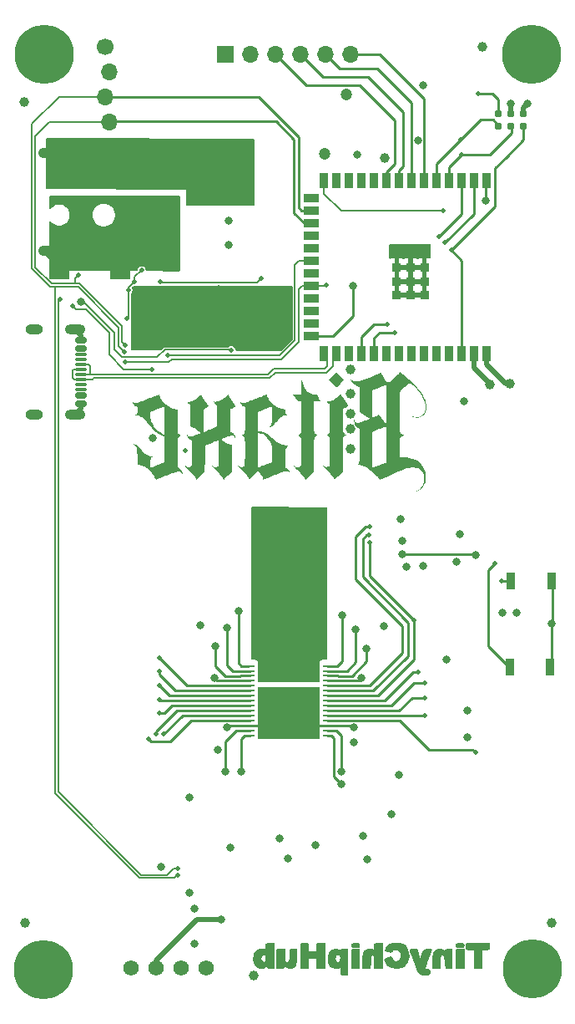
<source format=gbr>
%TF.GenerationSoftware,KiCad,Pcbnew,8.0.1*%
%TF.CreationDate,2024-08-23T16:32:47+08:00*%
%TF.ProjectId,bitaxeGamma,62697461-7865-4476-916d-6d612e6b6963,rev?*%
%TF.SameCoordinates,Original*%
%TF.FileFunction,Copper,L4,Bot*%
%TF.FilePolarity,Positive*%
%FSLAX46Y46*%
G04 Gerber Fmt 4.6, Leading zero omitted, Abs format (unit mm)*
G04 Created by KiCad (PCBNEW 8.0.1) date 2024-08-23 16:32:47*
%MOMM*%
%LPD*%
G01*
G04 APERTURE LIST*
G04 Aperture macros list*
%AMRoundRect*
0 Rectangle with rounded corners*
0 $1 Rounding radius*
0 $2 $3 $4 $5 $6 $7 $8 $9 X,Y pos of 4 corners*
0 Add a 4 corners polygon primitive as box body*
4,1,4,$2,$3,$4,$5,$6,$7,$8,$9,$2,$3,0*
0 Add four circle primitives for the rounded corners*
1,1,$1+$1,$2,$3*
1,1,$1+$1,$4,$5*
1,1,$1+$1,$6,$7*
1,1,$1+$1,$8,$9*
0 Add four rect primitives between the rounded corners*
20,1,$1+$1,$2,$3,$4,$5,0*
20,1,$1+$1,$4,$5,$6,$7,0*
20,1,$1+$1,$6,$7,$8,$9,0*
20,1,$1+$1,$8,$9,$2,$3,0*%
G04 Aperture macros list end*
%TA.AperFunction,EtchedComponent*%
%ADD10C,0.020000*%
%TD*%
%TA.AperFunction,EtchedComponent*%
%ADD11C,0.200000*%
%TD*%
%TA.AperFunction,EtchedComponent*%
%ADD12C,0.000000*%
%TD*%
%TA.AperFunction,ComponentPad*%
%ADD13C,0.800000*%
%TD*%
%TA.AperFunction,ComponentPad*%
%ADD14C,6.000000*%
%TD*%
%TA.AperFunction,ComponentPad*%
%ADD15R,1.700000X1.700000*%
%TD*%
%TA.AperFunction,ComponentPad*%
%ADD16O,1.700000X1.700000*%
%TD*%
%TA.AperFunction,ComponentPad*%
%ADD17C,0.400000*%
%TD*%
%TA.AperFunction,ComponentPad*%
%ADD18C,1.574800*%
%TD*%
%TA.AperFunction,ComponentPad*%
%ADD19C,1.700000*%
%TD*%
%TA.AperFunction,SMDPad,CuDef*%
%ADD20C,1.000000*%
%TD*%
%TA.AperFunction,SMDPad,CuDef*%
%ADD21RoundRect,0.150000X0.425000X-0.150000X0.425000X0.150000X-0.425000X0.150000X-0.425000X-0.150000X0*%
%TD*%
%TA.AperFunction,SMDPad,CuDef*%
%ADD22RoundRect,0.075000X0.500000X-0.075000X0.500000X0.075000X-0.500000X0.075000X-0.500000X-0.075000X0*%
%TD*%
%TA.AperFunction,ComponentPad*%
%ADD23O,1.800000X1.000000*%
%TD*%
%TA.AperFunction,ComponentPad*%
%ADD24O,2.100000X1.000000*%
%TD*%
%TA.AperFunction,SMDPad,CuDef*%
%ADD25R,0.900000X1.500000*%
%TD*%
%TA.AperFunction,SMDPad,CuDef*%
%ADD26R,1.500000X0.900000*%
%TD*%
%TA.AperFunction,SMDPad,CuDef*%
%ADD27R,0.900000X0.900000*%
%TD*%
%TA.AperFunction,ConnectorPad*%
%ADD28C,0.787400*%
%TD*%
%TA.AperFunction,SMDPad,CuDef*%
%ADD29RoundRect,0.055250X0.340750X0.055250X-0.340750X0.055250X-0.340750X-0.055250X0.340750X-0.055250X0*%
%TD*%
%TA.AperFunction,SMDPad,CuDef*%
%ADD30R,6.330000X2.000000*%
%TD*%
%TA.AperFunction,SMDPad,CuDef*%
%ADD31R,6.330000X5.300000*%
%TD*%
%TA.AperFunction,SMDPad,CuDef*%
%ADD32R,2.000000X2.000000*%
%TD*%
%TA.AperFunction,SMDPad,CuDef*%
%ADD33R,0.900000X1.800000*%
%TD*%
%TA.AperFunction,ViaPad*%
%ADD34C,0.500000*%
%TD*%
%TA.AperFunction,ViaPad*%
%ADD35C,0.800000*%
%TD*%
%TA.AperFunction,ViaPad*%
%ADD36C,1.000000*%
%TD*%
%TA.AperFunction,ViaPad*%
%ADD37C,1.200000*%
%TD*%
%TA.AperFunction,Conductor*%
%ADD38C,0.200000*%
%TD*%
%TA.AperFunction,Conductor*%
%ADD39C,0.254000*%
%TD*%
%TA.AperFunction,Conductor*%
%ADD40C,0.508000*%
%TD*%
%TA.AperFunction,Conductor*%
%ADD41C,1.000000*%
%TD*%
G04 APERTURE END LIST*
D10*
%TO.C,REF\u002A\u002A*%
X125948812Y-141431993D02*
X125948812Y-141131993D01*
X125948812Y-141431993D02*
X125948806Y-141431993D01*
X125548812Y-141731993D02*
X125781219Y-141724673D01*
X125148812Y-141731993D02*
X125548812Y-141731993D01*
X125148812Y-142681993D02*
X125148812Y-141731993D01*
X125148812Y-143631993D02*
X125148812Y-142681993D01*
X124798812Y-143631993D02*
X125148812Y-143631993D01*
X125948812Y-141131993D02*
X124798812Y-141131993D01*
X124448812Y-143631993D02*
X124798812Y-143631993D01*
X124048812Y-141731993D02*
X124448812Y-141731993D01*
X124448812Y-141731993D02*
X124448812Y-142681993D01*
X124448812Y-142681993D02*
X124448812Y-143631993D01*
X123805144Y-141724319D02*
X124048812Y-141731993D01*
X124798812Y-141131993D02*
X123648812Y-141131993D01*
X123648812Y-141131993D02*
X123648812Y-141431993D01*
X123348812Y-142681993D02*
X123348812Y-141731993D01*
X123348812Y-143631993D02*
X123348812Y-142681993D01*
X122998812Y-143631993D02*
X123348812Y-143631993D01*
X123348812Y-141731993D02*
X122998812Y-141731993D01*
X122648812Y-143631993D02*
X122998812Y-143631993D01*
X122998812Y-141731993D02*
X122648812Y-141731993D01*
X122648812Y-141731993D02*
X122648812Y-142681993D01*
X122648812Y-142681993D02*
X122648812Y-143631993D01*
X122148812Y-142681993D02*
X122148812Y-141731993D01*
X122148812Y-143631993D02*
X122148812Y-142681993D01*
X121860831Y-143631993D02*
X122148812Y-143631993D01*
X122148812Y-141731993D02*
X121848812Y-141731993D01*
X121516851Y-142888383D02*
X121562146Y-143403751D01*
X121425030Y-141947145D02*
X121268215Y-141861650D01*
X120948812Y-142978854D02*
X120954857Y-142702899D01*
X120948812Y-143631993D02*
X120948812Y-142978854D01*
X120598812Y-143631993D02*
X120948812Y-143631993D01*
X120248812Y-143631993D02*
X120598812Y-143631993D01*
X120307944Y-142230674D02*
X120277148Y-142459509D01*
X120277148Y-142459509D02*
X120255901Y-142723535D01*
X120255901Y-142723535D02*
X120248812Y-142988503D01*
X120248812Y-142988503D02*
X120248812Y-143631993D01*
X119944306Y-142041547D02*
X120043691Y-141784111D01*
X119829420Y-142334569D02*
X119944306Y-142041547D01*
X120036406Y-141743037D02*
X119940905Y-141739789D01*
X119693045Y-142675414D02*
X119829420Y-142334569D01*
X119940905Y-141739789D02*
X119822326Y-141741686D01*
X119822326Y-141741686D02*
X119740059Y-141747100D01*
X119560586Y-143023384D02*
X119693045Y-142675414D01*
X119494019Y-144311730D02*
X119679648Y-144290265D01*
X119457245Y-143338815D02*
X119560586Y-143023384D01*
X119384503Y-143602503D02*
X119457245Y-143338815D01*
X119267037Y-141985154D02*
X119168662Y-142306993D01*
X119168662Y-142306993D02*
X119107756Y-142508214D01*
X119107756Y-142508214D02*
X119044989Y-142677774D01*
X119044989Y-142677774D02*
X118987068Y-142808255D01*
X118918699Y-142809745D02*
X118865420Y-142670430D01*
X118865420Y-142670430D02*
X118809880Y-142492810D01*
X118809880Y-142492810D02*
X118757553Y-142281993D01*
X118757553Y-142281993D02*
X118674982Y-141945954D01*
X118403381Y-143065619D02*
X118668913Y-143724741D01*
X118044983Y-142095659D02*
X118403381Y-143065619D01*
X117516361Y-141561112D02*
X117516361Y-141561111D01*
X116139619Y-142808578D02*
X116092467Y-142718947D01*
X116092467Y-142718947D02*
X116050163Y-142640610D01*
X116050163Y-142640610D02*
X116014168Y-142575550D01*
X115948864Y-142541415D02*
X115948873Y-142541440D01*
X115539640Y-141908506D02*
X115732595Y-141959145D01*
X115948864Y-142541415D02*
X115663381Y-142642720D01*
X115438442Y-143011961D02*
X115485220Y-143105184D01*
X115391489Y-142911181D02*
X115438442Y-143011961D01*
X115354290Y-142825080D02*
X115391489Y-142911181D01*
X115663381Y-142642720D02*
X115380675Y-142750556D01*
X115048812Y-142381993D02*
X115048812Y-141131993D01*
X115048812Y-143631993D02*
X115048812Y-142381993D01*
X114703381Y-143631993D02*
X115048812Y-143631993D01*
X114357950Y-143631993D02*
X114703381Y-143631993D01*
X115048812Y-141131993D02*
X114698812Y-141131993D01*
X114328381Y-142956993D02*
X114357950Y-143631993D01*
X114356708Y-141280939D02*
X114348812Y-141535511D01*
X114348812Y-141535511D02*
X114344283Y-141770560D01*
X114305394Y-142567486D02*
X114328381Y-142956993D01*
X113869243Y-142956993D02*
X113891019Y-142588011D01*
X113839674Y-143631993D02*
X113869243Y-142956993D01*
X113494243Y-143631993D02*
X113839674Y-143631993D01*
X113148812Y-143631993D02*
X113494243Y-143631993D01*
X113157946Y-142565522D02*
X113148812Y-142904244D01*
X113148812Y-142904244D02*
X113148812Y-143631993D01*
X112748812Y-142681993D02*
X112748812Y-141731993D01*
X112748812Y-143631993D02*
X112748812Y-142681993D01*
X112398812Y-143631993D02*
X112748812Y-143631993D01*
X112748812Y-141731993D02*
X112456512Y-141731993D01*
X112398812Y-141731993D02*
X112456512Y-141731993D01*
X112048812Y-143631993D02*
X112398812Y-143631993D01*
X112398812Y-141731993D02*
X112048812Y-141731993D01*
X112048812Y-141731993D02*
X112048812Y-142681993D01*
X112048812Y-142681993D02*
X112048812Y-143631993D01*
X111548812Y-142700993D02*
X111548812Y-141731993D01*
X111548812Y-142700993D02*
X111548812Y-143031993D01*
X111548812Y-144331993D02*
X111548812Y-143031993D01*
X111248812Y-144331993D02*
X111548812Y-144331993D01*
X111548812Y-141731993D02*
X111248812Y-141731993D01*
X111248812Y-144331993D02*
X111248812Y-144331992D01*
X110948812Y-143933906D02*
X110956164Y-144164847D01*
X110523823Y-143592503D02*
X110948812Y-143535819D01*
X110948812Y-143535819D02*
X110948812Y-143933906D01*
X110908293Y-142651231D02*
X110919857Y-142700993D01*
X110855582Y-142444642D02*
X110732375Y-142290428D01*
X110523823Y-143592503D02*
X110523821Y-143592490D01*
X109654848Y-142535726D02*
X109648812Y-142695529D01*
X109248812Y-142381993D02*
X109248812Y-141131993D01*
X109248812Y-143631993D02*
X109248812Y-142381993D01*
X108848812Y-143631993D02*
X109248812Y-143631993D01*
X109248812Y-141131993D02*
X108848812Y-141131993D01*
X108448812Y-143631993D02*
X108848812Y-143631993D01*
X108848812Y-141131993D02*
X108448812Y-141131993D01*
X108448812Y-141131993D02*
X108448812Y-141581993D01*
X108448812Y-141581993D02*
X108448812Y-142031993D01*
X107998812Y-142631993D02*
X108448812Y-142631993D01*
X108448812Y-142631993D02*
X108448812Y-143131993D01*
X108448812Y-143131993D02*
X108448812Y-143631993D01*
X108448812Y-142031993D02*
X107998812Y-142031993D01*
X107548812Y-142631993D02*
X107998812Y-142631993D01*
X107548812Y-142031993D02*
X107548812Y-141581993D01*
X107998812Y-142031993D02*
X107548812Y-142031993D01*
X107548812Y-143131993D02*
X107548812Y-142631993D01*
X107548812Y-143631993D02*
X107548812Y-143131993D01*
X107198812Y-143631993D02*
X107548812Y-143631993D01*
X107548812Y-141581993D02*
X107541999Y-141298629D01*
X106848812Y-143631993D02*
X107198812Y-143631993D01*
X107198812Y-141131993D02*
X106848812Y-141131993D01*
X106848812Y-141131993D02*
X106848812Y-142381993D01*
X106848812Y-142381993D02*
X106848812Y-143631993D01*
X106348812Y-142524850D02*
X106348812Y-141731993D01*
X106340907Y-142913392D02*
X106348812Y-142524850D01*
X106348812Y-141731993D02*
X106048812Y-141731993D01*
X105754603Y-141922710D02*
X105748812Y-142273814D01*
X105748812Y-142273814D02*
X105737306Y-142648351D01*
X105148812Y-142273814D02*
X105148812Y-141731993D01*
X105162052Y-142704763D02*
X105148812Y-142273814D01*
X105045999Y-143601584D02*
X105045999Y-143601585D01*
X105148812Y-141731993D02*
X104798812Y-141731993D01*
X104448812Y-143631993D02*
X104798812Y-143631993D01*
X104798812Y-141731993D02*
X104448812Y-141731993D01*
X104448812Y-141731993D02*
X104448812Y-142681993D01*
X104448812Y-142681993D02*
X104448812Y-143631993D01*
X104048812Y-142381993D02*
X104048812Y-141131993D01*
X104048812Y-143631993D02*
X104048812Y-142381993D01*
X103757145Y-143631993D02*
X104048812Y-143631993D01*
X104048812Y-141131993D02*
X103698812Y-141131993D01*
X103356385Y-141283607D02*
X103348812Y-141551993D01*
X103348812Y-141551993D02*
X103344578Y-141751103D01*
X125948806Y-141431993D02*
G75*
G02*
X125936739Y-141609567I-1311193J-95D01*
G01*
X125936738Y-141609567D02*
G75*
G02*
X125890479Y-141688243I-117291J16027D01*
G01*
X125890479Y-141688243D02*
G75*
G02*
X125781219Y-141724673I-109300J145749D01*
G01*
X123805144Y-141724318D02*
G75*
G02*
X123707145Y-141688243I11368J182024D01*
G01*
X123707145Y-141688243D02*
G75*
G02*
X123660885Y-141609567I71173J94787D01*
G01*
X123660886Y-141609567D02*
G75*
G02*
X123648813Y-141431993I1300422J177611D01*
G01*
X123331082Y-141231747D02*
G75*
G02*
X123348811Y-141331993I-274522J-100241D01*
G01*
X123280062Y-141171280D02*
G75*
G02*
X123331082Y-141231747I-56897J-99766D01*
G01*
X123348812Y-141331993D02*
G75*
G02*
X123331083Y-141432239I-292315J7D01*
G01*
X123181240Y-141140212D02*
G75*
G02*
X123280061Y-141171280I-21997J-242669D01*
G01*
X123331083Y-141432239D02*
G75*
G02*
X123280062Y-141492707I-108355J39667D01*
G01*
X122998812Y-141131993D02*
G75*
G02*
X123181240Y-141140211I-66J-2030391D01*
G01*
X123280062Y-141492706D02*
G75*
G02*
X123181240Y-141523774I-120571J210812D01*
G01*
X122816384Y-141140211D02*
G75*
G02*
X122998812Y-141131993I182403J-2020158D01*
G01*
X123181240Y-141523775D02*
G75*
G02*
X122998812Y-141531993I-182403J2020158D01*
G01*
X122717562Y-141171280D02*
G75*
G02*
X122816384Y-141140212I120571J-210812D01*
G01*
X122998812Y-141531993D02*
G75*
G02*
X122816384Y-141523775I66J2030391D01*
G01*
X122666559Y-141231754D02*
G75*
G02*
X122717562Y-141171280I108350J-39636D01*
G01*
X122816384Y-141523774D02*
G75*
G02*
X122717563Y-141492706I21997J242669D01*
G01*
X122648812Y-141331993D02*
G75*
G02*
X122666541Y-141231747I292315J-7D01*
G01*
X122717562Y-141492706D02*
G75*
G02*
X122666542Y-141432239I56897J99766D01*
G01*
X122666542Y-141432239D02*
G75*
G02*
X122648813Y-141331993I274522J100241D01*
G01*
X121718791Y-141740864D02*
G75*
G02*
X121848812Y-141731994I130018J-948478D01*
G01*
X121625412Y-141769106D02*
G75*
G02*
X121718791Y-141740864I135487J-279477D01*
G01*
X121860831Y-143631993D02*
G75*
G02*
X121688882Y-143613196I14J795993D01*
G01*
X121569401Y-141815360D02*
G75*
G02*
X121625412Y-141769106I123091J-92014D01*
G01*
X121688882Y-143613196D02*
G75*
G02*
X121605769Y-143551000I27195J122971D01*
G01*
X121548812Y-141877342D02*
G75*
G02*
X121569401Y-141815360I103871J-93D01*
G01*
X121605770Y-143551000D02*
G75*
G02*
X121562147Y-143403751I314148J173154D01*
G01*
X121548812Y-141877342D02*
G75*
G02*
X121535015Y-141944068I-168566J65D01*
G01*
X121480499Y-142616442D02*
G75*
G02*
X121516851Y-142888383I-4552457J-746955D01*
G01*
X121535015Y-141944068D02*
G75*
G02*
X121497844Y-141967040I-34962J15013D01*
G01*
X121395415Y-142371472D02*
G75*
G02*
X121480499Y-142616442I-664369J-368012D01*
G01*
X121497844Y-141967040D02*
G75*
G02*
X121425030Y-141947145I10069J180044D01*
G01*
X121270143Y-142264283D02*
G75*
G02*
X121395414Y-142371472I-81068J-221539D01*
G01*
X121105534Y-142265576D02*
G75*
G02*
X121270143Y-142264282I84033J-219283D01*
G01*
X120991141Y-141761020D02*
G75*
G02*
X121268215Y-141861650I-149919J-844548D01*
G01*
X121029824Y-142329823D02*
G75*
G02*
X121105534Y-142265576I129470J-75839D01*
G01*
X120982113Y-142451718D02*
G75*
G02*
X121029823Y-142329823I409214J-89883D01*
G01*
X120715774Y-141770414D02*
G75*
G02*
X120991141Y-141761020I159741J-641939D01*
G01*
X120954857Y-142702899D02*
G75*
G02*
X120982113Y-142451718I1170689J36D01*
G01*
X120488589Y-141887543D02*
G75*
G02*
X120715774Y-141770414I361300J-421895D01*
G01*
X120345276Y-142091296D02*
G75*
G02*
X120488588Y-141887542I471125J-179095D01*
G01*
X120307944Y-142230674D02*
G75*
G02*
X120345276Y-142091296I702718J-113528D01*
G01*
X120036406Y-141743037D02*
G75*
G02*
X120048812Y-141756524I-1093J-13455D01*
G01*
X120048812Y-141756524D02*
G75*
G02*
X120043691Y-141784111I-76214J-121D01*
G01*
X119906188Y-143875548D02*
G75*
G02*
X119935680Y-143940813I-70102J-70975D01*
G01*
X119935681Y-143940813D02*
G75*
G02*
X119930767Y-144056993I-588090J-33320D01*
G01*
X119837121Y-143841406D02*
G75*
G02*
X119906188Y-143875548I-17024J-121369D01*
G01*
X119930767Y-144056993D02*
G75*
G02*
X119894656Y-144172709I-373545J53078D01*
G01*
X119702629Y-143831993D02*
G75*
G02*
X119837121Y-143841406I33J-965038D01*
G01*
X119894656Y-144172709D02*
G75*
G02*
X119827249Y-144244561I-154058J76983D01*
G01*
X119460090Y-141785607D02*
G75*
G02*
X119740059Y-141747100I354396J-1539647D01*
G01*
X119827249Y-144244561D02*
G75*
G02*
X119679648Y-144290265I-172622J296291D01*
G01*
X119702629Y-143831993D02*
G75*
G02*
X119599235Y-143821822I24J530858D01*
G01*
X119599235Y-143821822D02*
G75*
G02*
X119503478Y-143791706I90039J453581D01*
G01*
X119345606Y-141852075D02*
G75*
G02*
X119460090Y-141785607I164945J-152272D01*
G01*
X119503478Y-143791705D02*
G75*
G02*
X119428943Y-143747397I141500J322870D01*
G01*
X119428943Y-143747397D02*
G75*
G02*
X119389907Y-143694846I74532J96138D01*
G01*
X119389907Y-143694846D02*
G75*
G02*
X119384503Y-143602503I142331J54659D01*
G01*
X119267037Y-141985154D02*
G75*
G02*
X119345606Y-141852075I349036J-116336D01*
G01*
X119494019Y-144311730D02*
G75*
G02*
X119150431Y-144277474I-74015J997853D01*
G01*
X118987067Y-142808255D02*
G75*
G02*
X118951918Y-142831992I-35156J14166D01*
G01*
X118951918Y-142831993D02*
G75*
G02*
X118918699Y-142809745I-28J35883D01*
G01*
X119150431Y-144277473D02*
G75*
G02*
X118907424Y-144124339I135311J484101D01*
G01*
X118604352Y-141805130D02*
G75*
G02*
X118674981Y-141945954I-246463J-211737D01*
G01*
X118907424Y-144124339D02*
G75*
G02*
X118668913Y-143724741I974673J852740D01*
G01*
X118499970Y-141747670D02*
G75*
G02*
X118604352Y-141805130I-24639J-168300D01*
G01*
X118284902Y-141731993D02*
G75*
G02*
X118499970Y-141747670I12J-1482907D01*
G01*
X118061410Y-141765984D02*
G75*
G02*
X118284902Y-141731993I223514J-717882D01*
G01*
X117993935Y-141866727D02*
G75*
G02*
X118061410Y-141765985I96152J8567D01*
G01*
X118044983Y-142095659D02*
G75*
G02*
X117993934Y-141866727I843819J308319D01*
G01*
X117516360Y-141561111D02*
G75*
G02*
X117740423Y-142118176I-1227779J-817432D01*
G01*
X117740424Y-142118176D02*
G75*
G02*
X117728108Y-142737280I-1554159J-278757D01*
G01*
X117110000Y-141230001D02*
G75*
G02*
X117516361Y-141561112I-332587J-823082D01*
G01*
X117728108Y-142737280D02*
G75*
G02*
X117470568Y-143240247I-1090066J240740D01*
G01*
X116648023Y-141133723D02*
G75*
G02*
X117110000Y-141230001I-35693J-1327773D01*
G01*
X116957537Y-142048466D02*
G75*
G02*
X117048812Y-142381993I-563742J-333530D01*
G01*
X117470568Y-143240247D02*
G75*
G02*
X117011490Y-143545220I-814124J727490D01*
G01*
X116708867Y-141806169D02*
G75*
G02*
X116957537Y-142048466I-323663J-580930D01*
G01*
X117048812Y-142381993D02*
G75*
G02*
X116949411Y-142736184I-680628J-30D01*
G01*
X116402891Y-141744514D02*
G75*
G02*
X116708867Y-141806169I56649J-508930D01*
G01*
X116949410Y-142736184D02*
G75*
G02*
X116682169Y-142975464I-529776J322808D01*
G01*
X116135042Y-141190646D02*
G75*
G02*
X116648023Y-141133722I462282J-1826065D01*
G01*
X117011490Y-143545221D02*
G75*
G02*
X116411473Y-143627286I-507471J1475829D01*
G01*
X116149614Y-141881026D02*
G75*
G02*
X116402891Y-141744514I295731J-245468D01*
G01*
X116682169Y-142975464D02*
G75*
G02*
X116370622Y-142998458I-186033J398487D01*
G01*
X116370622Y-142998459D02*
G75*
G02*
X116139619Y-142808578I109993J369270D01*
G01*
X115706262Y-141371102D02*
G75*
G02*
X116135042Y-141190647I809932J-1324841D01*
G01*
X116149613Y-141881026D02*
G75*
G02*
X116078894Y-141941672I-213238J177100D01*
G01*
X116001481Y-142556543D02*
G75*
G02*
X116014167Y-142575550I-106883J-85071D01*
G01*
X115948873Y-142541441D02*
G75*
G02*
X116001481Y-142556542I15791J-44174D01*
G01*
X116078894Y-141941673D02*
G75*
G02*
X115990786Y-141976763I-152491J254732D01*
G01*
X115990786Y-141976763D02*
G75*
G02*
X115885075Y-141985169I-82868J373220D01*
G01*
X116411473Y-143627286D02*
G75*
G02*
X115849435Y-143475279I84887J1428923D01*
G01*
X115885075Y-141985168D02*
G75*
G02*
X115732595Y-141959144I42435J708354D01*
G01*
X115496769Y-141638432D02*
G75*
G02*
X115706262Y-141371102I462789J-146915D01*
G01*
X115455694Y-141795538D02*
G75*
G02*
X115496768Y-141638432I1540203J-318750D01*
G01*
X115849435Y-143475279D02*
G75*
G02*
X115485220Y-143105184I368058J726472D01*
G01*
X115539640Y-141908506D02*
G75*
G02*
X115472251Y-141863820I37172J129214D01*
G01*
X115472251Y-141863820D02*
G75*
G02*
X115455694Y-141795538I63834J51627D01*
G01*
X115348812Y-142796741D02*
G75*
G02*
X115380675Y-142750556I49524J-83D01*
G01*
X115354290Y-142825080D02*
G75*
G02*
X115348812Y-142796741I71339J28489D01*
G01*
X114481030Y-141141953D02*
G75*
G02*
X114698812Y-141131994I217779J-2376175D01*
G01*
X114395496Y-141185816D02*
G75*
G02*
X114481030Y-141141953I97354J-84514D01*
G01*
X114356709Y-141280939D02*
G75*
G02*
X114395498Y-141185817I159891J-9731D01*
G01*
X114344283Y-141770560D02*
G75*
G02*
X114318247Y-141858897I-163083J60D01*
G01*
X114270262Y-142395064D02*
G75*
G02*
X114305392Y-142567486I-657522J-223756D01*
G01*
X114205802Y-142313097D02*
G75*
G02*
X114270268Y-142395062I-84002J-132403D01*
G01*
X114318241Y-141858894D02*
G75*
G02*
X114264439Y-141879341I-40741J26194D01*
G01*
X114098812Y-142281993D02*
G75*
G02*
X114205802Y-142313096I-12J-199607D01*
G01*
X114264446Y-141879317D02*
G75*
G02*
X114155387Y-141835509I144954J518517D01*
G01*
X113914718Y-141748572D02*
G75*
G02*
X114155386Y-141835511I-177818J-868828D01*
G01*
X113991822Y-142313097D02*
G75*
G02*
X114098812Y-142281991I106978J-168403D01*
G01*
X113927361Y-142395064D02*
G75*
G02*
X113991821Y-142313095I148789J-50676D01*
G01*
X113891019Y-142588011D02*
G75*
G02*
X113927361Y-142395064I695001J-31009D01*
G01*
X113672787Y-141740914D02*
G75*
G02*
X113914720Y-141748563I98713J-707686D01*
G01*
X113460605Y-141812656D02*
G75*
G02*
X113672788Y-141740918I295395J-524044D01*
G01*
X113304482Y-141954244D02*
G75*
G02*
X113460598Y-141812643I390218J-273356D01*
G01*
X113234791Y-142096357D02*
G75*
G02*
X113304491Y-141954250I489709J-152043D01*
G01*
X113186795Y-142299832D02*
G75*
G02*
X113234791Y-142096357I1492067J-244553D01*
G01*
X113157946Y-142565522D02*
G75*
G02*
X113186794Y-142299832I2461007J-132799D01*
G01*
X112731083Y-141231747D02*
G75*
G02*
X112748818Y-141331993I-274483J-100253D01*
G01*
X112680062Y-141171279D02*
G75*
G02*
X112731074Y-141231750I-56862J-99721D01*
G01*
X112748810Y-141331993D02*
G75*
G02*
X112731085Y-141432240I-292310J-7D01*
G01*
X112581240Y-141140212D02*
G75*
G02*
X112680054Y-141171293I-22040J-242688D01*
G01*
X112731083Y-141432239D02*
G75*
G02*
X112680076Y-141492731I-108383J39639D01*
G01*
X112398812Y-141131993D02*
G75*
G02*
X112581240Y-141140215I-112J-2030407D01*
G01*
X112680062Y-141492707D02*
G75*
G02*
X112581240Y-141523772I-120562J210807D01*
G01*
X112216384Y-141140211D02*
G75*
G02*
X112398812Y-141131992I182416J-2020189D01*
G01*
X112581240Y-141523775D02*
G75*
G02*
X112398812Y-141531996I-182440J2020175D01*
G01*
X112117562Y-141171279D02*
G75*
G02*
X112216385Y-141140226I120538J-210821D01*
G01*
X112398812Y-141531993D02*
G75*
G02*
X112216384Y-141523773I88J2030393D01*
G01*
X112066541Y-141231747D02*
G75*
G02*
X112117558Y-141171271I108359J-39653D01*
G01*
X112216384Y-141523774D02*
G75*
G02*
X112117566Y-141492700I22016J242674D01*
G01*
X112048812Y-141331993D02*
G75*
G02*
X112066543Y-141231748I292288J-7D01*
G01*
X112117562Y-141492706D02*
G75*
G02*
X112066539Y-141432240I56938J99806D01*
G01*
X112066542Y-141432239D02*
G75*
G02*
X112048816Y-141331993I274558J100239D01*
G01*
X111133894Y-141739533D02*
G75*
G02*
X111248812Y-141731996I114906J-872167D01*
G01*
X111036937Y-141762402D02*
G75*
G02*
X111133893Y-141739523I161563J-467798D01*
G01*
X111248812Y-144331992D02*
G75*
G02*
X111071355Y-144319952I-12J1313592D01*
G01*
X110969978Y-141795762D02*
G75*
G02*
X111036938Y-141762404I161122J-239538D01*
G01*
X111071354Y-144319956D02*
G75*
G02*
X110992655Y-144273817I16046J117556D01*
G01*
X110948812Y-141835511D02*
G75*
G02*
X110969953Y-141795725I47988J11D01*
G01*
X110992652Y-144273819D02*
G75*
G02*
X110956170Y-144164847I144648J109019D01*
G01*
X110948812Y-141835511D02*
G75*
G02*
X110935174Y-141873411I-59512J11D01*
G01*
X110732375Y-142290428D02*
G75*
G02*
X110919838Y-142700993I-355875J-410572D01*
G01*
X110855581Y-142444642D02*
G75*
G02*
X110908302Y-142651231I-392781J-210258D01*
G01*
X110935192Y-141873426D02*
G75*
G02*
X110902099Y-141889053I-33092J27226D01*
G01*
X110908292Y-142651231D02*
G75*
G02*
X110868016Y-142884432I-663592J-5469D01*
G01*
X110902099Y-141889030D02*
G75*
G02*
X110843810Y-141877428I-99J151730D01*
G01*
X110868019Y-142884433D02*
G75*
G02*
X110755742Y-143066587I-500519J182833D01*
G01*
X110843817Y-141877411D02*
G75*
G02*
X110755387Y-141835508I383983J924611D01*
G01*
X110526431Y-141751894D02*
G75*
G02*
X110755388Y-141835508I-179431J-846606D01*
G01*
X110589910Y-142241114D02*
G75*
G02*
X110732365Y-142290440I9690J-202386D01*
G01*
X110755739Y-143066585D02*
G75*
G02*
X110604474Y-143132012I-151239J142085D01*
G01*
X110450499Y-142303439D02*
G75*
G02*
X110589909Y-142241094I149501J-147261D01*
G01*
X110297462Y-141742788D02*
G75*
G02*
X110526432Y-141751889I87838J-674912D01*
G01*
X110336380Y-142469344D02*
G75*
G02*
X110450504Y-142303444I526320J-239856D01*
G01*
X110604474Y-143131993D02*
G75*
G02*
X110448290Y-143071257I-74J230993D01*
G01*
X110289864Y-142682954D02*
G75*
G02*
X110336373Y-142469341I517236J-746D01*
G01*
X110448281Y-143071267D02*
G75*
G02*
X110332957Y-142905142I309819J338167D01*
G01*
X110078900Y-141810168D02*
G75*
G02*
X110297462Y-141742790I306000J-604432D01*
G01*
X110332956Y-142905143D02*
G75*
G02*
X110289862Y-142682954I547664J221493D01*
G01*
X110523821Y-143592490D02*
G75*
G02*
X110126455Y-143584987I-174121J1304590D01*
G01*
X109880257Y-141949424D02*
G75*
G02*
X110078904Y-141810176I583843J-621576D01*
G01*
X109764664Y-142084653D02*
G75*
G02*
X109880261Y-141949428I674236J-459347D01*
G01*
X110126455Y-143584989D02*
G75*
G02*
X109855308Y-143442436I84245J489389D01*
G01*
X109695040Y-142229020D02*
G75*
G02*
X109764674Y-142084660I517360J-160580D01*
G01*
X109855327Y-143442418D02*
G75*
G02*
X109698731Y-143152528I430173J419618D01*
G01*
X109654848Y-142535726D02*
G75*
G02*
X109691315Y-142227864I849852J55426D01*
G01*
X109698728Y-143152529D02*
G75*
G02*
X109654850Y-142535726I2067372J457029D01*
G01*
X107504368Y-141189136D02*
G75*
G02*
X107542023Y-141298629I-140568J-109564D01*
G01*
X107419736Y-141142592D02*
G75*
G02*
X107504378Y-141189128I-11636J-121408D01*
G01*
X107198812Y-141131993D02*
G75*
G02*
X107419736Y-141142589I88J-2306607D01*
G01*
X106340907Y-142913392D02*
G75*
G02*
X106313905Y-143176482I-2143807J87092D01*
G01*
X106313901Y-143176481D02*
G75*
G02*
X106266338Y-143357672I-997401J164981D01*
G01*
X106266346Y-143357675D02*
G75*
G02*
X106191672Y-143474853I-301846J109975D01*
G01*
X105865787Y-141747016D02*
G75*
G02*
X106048812Y-141731995I183013J-1107384D01*
G01*
X106191669Y-143474850D02*
G75*
G02*
X106026948Y-143579671I-318169J318150D01*
G01*
X105787655Y-141802145D02*
G75*
G02*
X105865781Y-141746978I96145J-53255D01*
G01*
X106026946Y-143579665D02*
G75*
G02*
X105805197Y-143625877I-272046J750265D01*
G01*
X105754603Y-141922710D02*
G75*
G02*
X105787645Y-141802140I264197J-7590D01*
G01*
X105737306Y-142648351D02*
G75*
G02*
X105685792Y-142951749I-919506J51D01*
G01*
X105685804Y-142951753D02*
G75*
G02*
X105592292Y-143082450I-270104J94453D01*
G01*
X105805198Y-143625889D02*
G75*
G02*
X105564000Y-143608846I-57198J905789D01*
G01*
X105592290Y-143082447D02*
G75*
G02*
X105448812Y-143131985I-143490J183047D01*
G01*
X105563998Y-143608853D02*
G75*
G02*
X105342233Y-143528484I167002J806953D01*
G01*
X105253806Y-143486576D02*
G75*
G02*
X105342238Y-143528476I-384006J-924724D01*
G01*
X105448812Y-143131993D02*
G75*
G02*
X105305333Y-143082448I-12J232493D01*
G01*
X105195525Y-143474956D02*
G75*
G02*
X105253810Y-143486565I75J-151744D01*
G01*
X105305334Y-143082447D02*
G75*
G02*
X105211797Y-142951761I176366J225047D01*
G01*
X105162431Y-143490559D02*
G75*
G02*
X105195525Y-143474956I33069J-27241D01*
G01*
X105148812Y-143528475D02*
G75*
G02*
X105162461Y-143490584I59488J-25D01*
G01*
X105211820Y-142951753D02*
G75*
G02*
X105162039Y-142704764I866980J303253D01*
G01*
X105148812Y-143528475D02*
G75*
G02*
X105125276Y-143568313I-45612J75D01*
G01*
X105125305Y-143568364D02*
G75*
G02*
X105045998Y-143601583I-191105J344964D01*
G01*
X105045999Y-143601583D02*
G75*
G02*
X104932917Y-143624476I-186699J631483D01*
G01*
X104932917Y-143624479D02*
G75*
G02*
X104798812Y-143631994I-134117J1192979D01*
G01*
X103479806Y-141142172D02*
G75*
G02*
X103698812Y-141131994I218994J-2350828D01*
G01*
X103757145Y-143631993D02*
G75*
G02*
X103642152Y-143622764I55J721693D01*
G01*
X103642151Y-143622770D02*
G75*
G02*
X103537690Y-143595279I88649J549070D01*
G01*
X103394645Y-141186993D02*
G75*
G02*
X103479809Y-141142206I96855J-80807D01*
G01*
X103537692Y-143595274D02*
G75*
G02*
X103457798Y-143554991I138508J374074D01*
G01*
X103457795Y-143554995D02*
G75*
G02*
X103419669Y-143506984I53205J81395D01*
G01*
X103390206Y-143449800D02*
G75*
G02*
X103419648Y-143506992I-214306J-146500D01*
G01*
X103356385Y-141283607D02*
G75*
G02*
X103394643Y-141186991I166615J-10093D01*
G01*
X103356479Y-143431993D02*
G75*
G02*
X103390207Y-143449799I21J-40807D01*
G01*
X103312052Y-143446982D02*
G75*
G02*
X103356479Y-143431955I44548J-58518D01*
G01*
X103309407Y-142373546D02*
G75*
G02*
X103354705Y-142600059I-640407J-245854D01*
G01*
X103354710Y-142600059D02*
G75*
G02*
X103325251Y-142838018I-793710J-22541D01*
G01*
X103344577Y-141751103D02*
G75*
G02*
X103323814Y-141859494I-290177J-597D01*
G01*
X103241312Y-143506993D02*
G75*
G02*
X103312052Y-143446982I603088J-639207D01*
G01*
X103201342Y-142252786D02*
G75*
G02*
X103309432Y-142373537I-104742J-202514D01*
G01*
X103323811Y-141859493D02*
G75*
G02*
X103284948Y-141881142I-32811J13193D01*
G01*
X103325247Y-142838017D02*
G75*
G02*
X103236222Y-143018599I-530947J149517D01*
G01*
X103284945Y-141881162D02*
G75*
G02*
X103228808Y-141851997I18055J103362D01*
G01*
X103087838Y-141768800D02*
G75*
G02*
X103228818Y-141851987I-90838J-315000D01*
G01*
X103039005Y-142232819D02*
G75*
G02*
X103201330Y-142252809I54195J-228981D01*
G01*
X103236206Y-143018587D02*
G75*
G02*
X103109711Y-143081997I-126506J94487D01*
G01*
X102880959Y-141736296D02*
G75*
G02*
X103087840Y-141768793I-25859J-839404D01*
G01*
X103241312Y-143506993D02*
G75*
G02*
X103057303Y-143605914I-275512J291893D01*
G01*
X102879305Y-142325724D02*
G75*
G02*
X103039008Y-142232834I232895J-216676D01*
G01*
X103109711Y-143081993D02*
G75*
G02*
X102942613Y-143035768I-11J325093D01*
G01*
X102655125Y-141755945D02*
G75*
G02*
X102880959Y-141736302I196075J-946255D01*
G01*
X102785993Y-142497471D02*
G75*
G02*
X102879316Y-142325734I380107J-95329D01*
G01*
X102942605Y-143035780D02*
G75*
G02*
X102820940Y-142909935I173095J289080D01*
G01*
X103057300Y-143605902D02*
G75*
G02*
X102805924Y-143625050I-187300J799302D01*
G01*
X102765540Y-142720358D02*
G75*
G02*
X102785979Y-142497468I726560J45758D01*
G01*
X102820944Y-142909933D02*
G75*
G02*
X102765545Y-142720358I393356J217833D01*
G01*
X102455953Y-141828172D02*
G75*
G02*
X102655127Y-141755952I349647J-653528D01*
G01*
X102805924Y-143625047D02*
G75*
G02*
X102550505Y-143566133I69176J883047D01*
G01*
X102198136Y-142106558D02*
G75*
G02*
X102455946Y-141828158I532064J-234142D01*
G01*
X102550502Y-143566141D02*
G75*
G02*
X102354398Y-143437563I210798J535341D01*
G01*
X102085224Y-142570237D02*
G75*
G02*
X102198140Y-142106560I1361876J-86063D01*
G01*
X102354390Y-143437571D02*
G75*
G02*
X102137394Y-143066397I599110J599271D01*
G01*
X102137408Y-143066393D02*
G75*
G02*
X102085225Y-142570237I1438292J402093D01*
G01*
D11*
X123348812Y-143631993D02*
X122648812Y-143631993D01*
X122648812Y-141731993D01*
X123348812Y-141731993D01*
X123348812Y-143631993D01*
%TA.AperFunction,EtchedComponent*%
G36*
X123348812Y-143631993D02*
G01*
X122648812Y-143631993D01*
X122648812Y-141731993D01*
X123348812Y-141731993D01*
X123348812Y-143631993D01*
G37*
%TD.AperFunction*%
X112748812Y-143631993D02*
X112048812Y-143631993D01*
X112048812Y-141731993D01*
X112748812Y-141731993D01*
X112748812Y-143631993D01*
%TA.AperFunction,EtchedComponent*%
G36*
X112748812Y-143631993D02*
G01*
X112048812Y-143631993D01*
X112048812Y-141731993D01*
X112748812Y-141731993D01*
X112748812Y-143631993D01*
G37*
%TD.AperFunction*%
X103590000Y-141720000D02*
X103450000Y-142100000D01*
X103270000Y-142150000D01*
X103240000Y-141950000D01*
X103590000Y-141710000D01*
X103590000Y-141720000D01*
%TA.AperFunction,EtchedComponent*%
G36*
X103590000Y-141720000D02*
G01*
X103450000Y-142100000D01*
X103270000Y-142150000D01*
X103240000Y-141950000D01*
X103590000Y-141710000D01*
X103590000Y-141720000D01*
G37*
%TD.AperFunction*%
X111548812Y-144331993D02*
X111159879Y-144328981D01*
X111071354Y-144319956D01*
X111027390Y-144304758D01*
X110992652Y-144273819D01*
X110965536Y-144222304D01*
X110952488Y-144049377D01*
X110948812Y-143535819D01*
X111550000Y-143430000D01*
X111548812Y-144331993D01*
%TA.AperFunction,EtchedComponent*%
G36*
X111548812Y-144331993D02*
G01*
X111159879Y-144328981D01*
X111071354Y-144319956D01*
X111027390Y-144304758D01*
X110992652Y-144273819D01*
X110965536Y-144222304D01*
X110952488Y-144049377D01*
X110948812Y-143535819D01*
X111550000Y-143430000D01*
X111548812Y-144331993D01*
G37*
%TD.AperFunction*%
X104048812Y-143631993D02*
X103757145Y-143631993D01*
X103642151Y-143622770D01*
X103537692Y-143595274D01*
X103457795Y-143554995D01*
X103375550Y-143436717D01*
X103180461Y-143065256D01*
X103289036Y-142932398D01*
X103325248Y-142838017D01*
X103349013Y-142720157D01*
X103354710Y-142600059D01*
X103341662Y-142484881D01*
X103309408Y-142373546D01*
X104048812Y-141131993D01*
X104048812Y-143631993D01*
%TA.AperFunction,EtchedComponent*%
G36*
X104048812Y-143631993D02*
G01*
X103757145Y-143631993D01*
X103642151Y-143622770D01*
X103537692Y-143595274D01*
X103457795Y-143554995D01*
X103375550Y-143436717D01*
X103180461Y-143065256D01*
X103289036Y-142932398D01*
X103325248Y-142838017D01*
X103349013Y-142720157D01*
X103354710Y-142600059D01*
X103341662Y-142484881D01*
X103309408Y-142373546D01*
X104048812Y-141131993D01*
X104048812Y-143631993D01*
G37*
%TD.AperFunction*%
X109248812Y-143631993D02*
X108448812Y-143631993D01*
X108448812Y-142631993D01*
X107548812Y-142631993D01*
X107548812Y-143631993D01*
X106848812Y-143631993D01*
X106848812Y-141131993D01*
X107309401Y-141134643D01*
X107466853Y-141157131D01*
X107532323Y-141240740D01*
X107541999Y-141298629D01*
X107548812Y-142031993D01*
X108448812Y-142031993D01*
X108448812Y-141131993D01*
X109248812Y-141131993D01*
X109248812Y-143631993D01*
%TA.AperFunction,EtchedComponent*%
G36*
X109248812Y-143631993D02*
G01*
X108448812Y-143631993D01*
X108448812Y-142631993D01*
X107548812Y-142631993D01*
X107548812Y-143631993D01*
X106848812Y-143631993D01*
X106848812Y-141131993D01*
X107309401Y-141134643D01*
X107466853Y-141157131D01*
X107532323Y-141240740D01*
X107541999Y-141298629D01*
X107548812Y-142031993D01*
X108448812Y-142031993D01*
X108448812Y-141131993D01*
X109248812Y-141131993D01*
X109248812Y-143631993D01*
G37*
%TD.AperFunction*%
X125936739Y-141609567D02*
X125890479Y-141688243D01*
X125838802Y-141715320D01*
X125548812Y-141731993D01*
X125148812Y-141731993D01*
X125148812Y-143631993D01*
X124448812Y-143631993D01*
X124448812Y-141731993D01*
X123926978Y-141728156D01*
X123805144Y-141724319D01*
X123753507Y-141713445D01*
X123707145Y-141688243D01*
X123676138Y-141653534D01*
X123660885Y-141609567D01*
X123651835Y-141520985D01*
X123648812Y-141431993D01*
X123648812Y-141131993D01*
X125948812Y-141131993D01*
X125936739Y-141609567D01*
%TA.AperFunction,EtchedComponent*%
G36*
X125936739Y-141609567D02*
G01*
X125890479Y-141688243D01*
X125838802Y-141715320D01*
X125548812Y-141731993D01*
X125148812Y-141731993D01*
X125148812Y-143631993D01*
X124448812Y-143631993D01*
X124448812Y-141731993D01*
X123926978Y-141728156D01*
X123805144Y-141724319D01*
X123753507Y-141713445D01*
X123707145Y-141688243D01*
X123676138Y-141653534D01*
X123660885Y-141609567D01*
X123651835Y-141520985D01*
X123648812Y-141431993D01*
X123648812Y-141131993D01*
X125948812Y-141131993D01*
X125936739Y-141609567D01*
G37*
%TD.AperFunction*%
X112490118Y-141134050D02*
X112632322Y-141150433D01*
X112710942Y-141196979D01*
X112731083Y-141231747D01*
X112748810Y-141331993D01*
X112731082Y-141432239D01*
X112680062Y-141492707D01*
X112632328Y-141513571D01*
X112581240Y-141523775D01*
X112490119Y-141529938D01*
X112307506Y-141529936D01*
X112216384Y-141523775D01*
X112165302Y-141513553D01*
X112117562Y-141492707D01*
X112066541Y-141432239D01*
X112053278Y-141382894D01*
X112048812Y-141331993D01*
X112066541Y-141231747D01*
X112117562Y-141171279D01*
X112165296Y-141150415D01*
X112216384Y-141140211D01*
X112307505Y-141134048D01*
X112398812Y-141131993D01*
X112490118Y-141134050D01*
%TA.AperFunction,EtchedComponent*%
G36*
X112490118Y-141134050D02*
G01*
X112632322Y-141150433D01*
X112710942Y-141196979D01*
X112731083Y-141231747D01*
X112748810Y-141331993D01*
X112731082Y-141432239D01*
X112680062Y-141492707D01*
X112632328Y-141513571D01*
X112581240Y-141523775D01*
X112490119Y-141529938D01*
X112307506Y-141529936D01*
X112216384Y-141523775D01*
X112165302Y-141513553D01*
X112117562Y-141492707D01*
X112066541Y-141432239D01*
X112053278Y-141382894D01*
X112048812Y-141331993D01*
X112066541Y-141231747D01*
X112117562Y-141171279D01*
X112165296Y-141150415D01*
X112216384Y-141140211D01*
X112307505Y-141134048D01*
X112398812Y-141131993D01*
X112490118Y-141134050D01*
G37*
%TD.AperFunction*%
X123090118Y-141134050D02*
X123232322Y-141150433D01*
X123280062Y-141171279D01*
X123331083Y-141231747D01*
X123344346Y-141281092D01*
X123348812Y-141331993D01*
X123344345Y-141382894D01*
X123331083Y-141432239D01*
X123310915Y-141466985D01*
X123280062Y-141492707D01*
X123232328Y-141513571D01*
X123181240Y-141523775D01*
X123090119Y-141529938D01*
X122907506Y-141529936D01*
X122816384Y-141523775D01*
X122765302Y-141513553D01*
X122717562Y-141492707D01*
X122686682Y-141467007D01*
X122666541Y-141432239D01*
X122648812Y-141331993D01*
X122666541Y-141231747D01*
X122717562Y-141171280D01*
X122765296Y-141150415D01*
X122816384Y-141140211D01*
X122907505Y-141134048D01*
X122998812Y-141131993D01*
X123090118Y-141134050D01*
%TA.AperFunction,EtchedComponent*%
G36*
X123090118Y-141134050D02*
G01*
X123232322Y-141150433D01*
X123280062Y-141171279D01*
X123331083Y-141231747D01*
X123344346Y-141281092D01*
X123348812Y-141331993D01*
X123344345Y-141382894D01*
X123331083Y-141432239D01*
X123310915Y-141466985D01*
X123280062Y-141492707D01*
X123232328Y-141513571D01*
X123181240Y-141523775D01*
X123090119Y-141529938D01*
X122907506Y-141529936D01*
X122816384Y-141523775D01*
X122765302Y-141513553D01*
X122717562Y-141492707D01*
X122686682Y-141467007D01*
X122666541Y-141432239D01*
X122648812Y-141331993D01*
X122666541Y-141231747D01*
X122717562Y-141171280D01*
X122765296Y-141150415D01*
X122816384Y-141140211D01*
X122907505Y-141134048D01*
X122998812Y-141131993D01*
X123090118Y-141134050D01*
G37*
%TD.AperFunction*%
X115048812Y-143631993D02*
X114357950Y-143631993D01*
X114328381Y-142956993D01*
X114305394Y-142567486D01*
X114270263Y-142395064D01*
X114205802Y-142313096D01*
X114098812Y-142281993D01*
X113952597Y-142348577D01*
X113902349Y-142490249D01*
X113891019Y-142588011D01*
X113880131Y-142772502D01*
X113860000Y-143120000D01*
X113839674Y-143631993D01*
X113148812Y-143631993D01*
X113153379Y-142734883D01*
X113168766Y-142432286D01*
X113186794Y-142299832D01*
X113234790Y-142096357D01*
X113304482Y-141954244D01*
X113374617Y-141874708D01*
X113460605Y-141812655D01*
X113563328Y-141766822D01*
X113672787Y-141740914D01*
X113794079Y-141734424D01*
X113914718Y-141748571D01*
X114038204Y-141783315D01*
X114155386Y-141835511D01*
X114208717Y-141860399D01*
X114264446Y-141879317D01*
X114318242Y-141858894D01*
X114337627Y-141816603D01*
X114346547Y-141653035D01*
X114348812Y-141535511D01*
X114356708Y-141280939D01*
X114395496Y-141185816D01*
X114481030Y-141141952D01*
X114589807Y-141134484D01*
X115048812Y-141131993D01*
X115048812Y-143631993D01*
%TA.AperFunction,EtchedComponent*%
G36*
X115048812Y-143631993D02*
G01*
X114357950Y-143631993D01*
X114328381Y-142956993D01*
X114305394Y-142567486D01*
X114270263Y-142395064D01*
X114205802Y-142313096D01*
X114098812Y-142281993D01*
X113952597Y-142348577D01*
X113902349Y-142490249D01*
X113891019Y-142588011D01*
X113880131Y-142772502D01*
X113860000Y-143120000D01*
X113839674Y-143631993D01*
X113148812Y-143631993D01*
X113153379Y-142734883D01*
X113168766Y-142432286D01*
X113186794Y-142299832D01*
X113234790Y-142096357D01*
X113304482Y-141954244D01*
X113374617Y-141874708D01*
X113460605Y-141812655D01*
X113563328Y-141766822D01*
X113672787Y-141740914D01*
X113794079Y-141734424D01*
X113914718Y-141748571D01*
X114038204Y-141783315D01*
X114155386Y-141835511D01*
X114208717Y-141860399D01*
X114264446Y-141879317D01*
X114318242Y-141858894D01*
X114337627Y-141816603D01*
X114346547Y-141653035D01*
X114348812Y-141535511D01*
X114356708Y-141280939D01*
X114395496Y-141185816D01*
X114481030Y-141141952D01*
X114589807Y-141134484D01*
X115048812Y-141131993D01*
X115048812Y-143631993D01*
G37*
%TD.AperFunction*%
X105148812Y-142273814D02*
X105162052Y-142704763D01*
X105178427Y-142829973D01*
X105211820Y-142951753D01*
X105249205Y-143023807D01*
X105372915Y-143119262D01*
X105448812Y-143131993D01*
X105524707Y-143119257D01*
X105592291Y-143082448D01*
X105648412Y-143023802D01*
X105685804Y-142951753D01*
X105737306Y-142648351D01*
X105748812Y-142273814D01*
X105754603Y-141922710D01*
X105787654Y-141802145D01*
X105865787Y-141747016D01*
X105956992Y-141735755D01*
X106048812Y-141731993D01*
X106348812Y-141731993D01*
X106348812Y-142524850D01*
X106340907Y-142913392D01*
X106331462Y-143045353D01*
X106313902Y-143176481D01*
X106266346Y-143357675D01*
X106191669Y-143474850D01*
X106115061Y-143536300D01*
X105917720Y-143610684D01*
X105805198Y-143625889D01*
X105684028Y-143625440D01*
X105450227Y-143576640D01*
X105253806Y-143486575D01*
X105177225Y-143479045D01*
X105142491Y-143551624D01*
X105045999Y-143601585D01*
X104865970Y-143630113D01*
X104448812Y-143631993D01*
X104448812Y-141731993D01*
X105148812Y-141731993D01*
X105148812Y-142273814D01*
%TA.AperFunction,EtchedComponent*%
G36*
X105148812Y-142273814D02*
G01*
X105162052Y-142704763D01*
X105178427Y-142829973D01*
X105211820Y-142951753D01*
X105249205Y-143023807D01*
X105372915Y-143119262D01*
X105448812Y-143131993D01*
X105524707Y-143119257D01*
X105592291Y-143082448D01*
X105648412Y-143023802D01*
X105685804Y-142951753D01*
X105737306Y-142648351D01*
X105748812Y-142273814D01*
X105754603Y-141922710D01*
X105787654Y-141802145D01*
X105865787Y-141747016D01*
X105956992Y-141735755D01*
X106048812Y-141731993D01*
X106348812Y-141731993D01*
X106348812Y-142524850D01*
X106340907Y-142913392D01*
X106331462Y-143045353D01*
X106313902Y-143176481D01*
X106266346Y-143357675D01*
X106191669Y-143474850D01*
X106115061Y-143536300D01*
X105917720Y-143610684D01*
X105805198Y-143625889D01*
X105684028Y-143625440D01*
X105450227Y-143576640D01*
X105253806Y-143486575D01*
X105177225Y-143479045D01*
X105142491Y-143551624D01*
X105045999Y-143601585D01*
X104865970Y-143630113D01*
X104448812Y-143631993D01*
X104448812Y-141731993D01*
X105148812Y-141731993D01*
X105148812Y-142273814D01*
G37*
%TD.AperFunction*%
X111550000Y-143430000D02*
X110948812Y-143535819D01*
X110630000Y-143590000D01*
X110324853Y-143603825D01*
X110126455Y-143584989D01*
X109979621Y-143535133D01*
X109855327Y-143442418D01*
X109756771Y-143308416D01*
X109698727Y-143152529D01*
X109654149Y-142845738D01*
X109651830Y-142615627D01*
X109658955Y-142380122D01*
X109724483Y-142154247D01*
X109764664Y-142084653D01*
X109880257Y-141949424D01*
X110078900Y-141810168D01*
X110185317Y-141767188D01*
X110412333Y-141737634D01*
X110755386Y-141835511D01*
X110732375Y-142290428D01*
X110589910Y-142241113D01*
X110450498Y-142303438D01*
X110336380Y-142469344D01*
X110289863Y-142682954D01*
X110300669Y-142796131D01*
X110332955Y-142905143D01*
X110448280Y-143071268D01*
X110604474Y-143131993D01*
X110686882Y-143114953D01*
X110755739Y-143066585D01*
X110821117Y-142981203D01*
X110868020Y-142884433D01*
X110898635Y-142769642D01*
X110914075Y-142676112D01*
X110908293Y-142651231D01*
X110855582Y-142444642D01*
X110732375Y-142290428D01*
X110935193Y-141873427D01*
X110969978Y-141795762D01*
X111133894Y-141739532D01*
X111548812Y-141731993D01*
X111550000Y-143430000D01*
%TA.AperFunction,EtchedComponent*%
G36*
X111550000Y-143430000D02*
G01*
X110948812Y-143535819D01*
X110630000Y-143590000D01*
X110324853Y-143603825D01*
X110126455Y-143584989D01*
X109979621Y-143535133D01*
X109855327Y-143442418D01*
X109756771Y-143308416D01*
X109698727Y-143152529D01*
X109654149Y-142845738D01*
X109651830Y-142615627D01*
X109658955Y-142380122D01*
X109724483Y-142154247D01*
X109764664Y-142084653D01*
X109880257Y-141949424D01*
X110078900Y-141810168D01*
X110185317Y-141767188D01*
X110412333Y-141737634D01*
X110755386Y-141835511D01*
X110732375Y-142290428D01*
X110589910Y-142241113D01*
X110450498Y-142303438D01*
X110336380Y-142469344D01*
X110289863Y-142682954D01*
X110300669Y-142796131D01*
X110332955Y-142905143D01*
X110448280Y-143071268D01*
X110604474Y-143131993D01*
X110686882Y-143114953D01*
X110755739Y-143066585D01*
X110821117Y-142981203D01*
X110868020Y-142884433D01*
X110898635Y-142769642D01*
X110914075Y-142676112D01*
X110908293Y-142651231D01*
X110855582Y-142444642D01*
X110732375Y-142290428D01*
X110935193Y-141873427D01*
X110969978Y-141795762D01*
X111133894Y-141739532D01*
X111548812Y-141731993D01*
X111550000Y-143430000D01*
G37*
%TD.AperFunction*%
X103087838Y-141768800D02*
X103163600Y-141801457D01*
X103228812Y-141851993D01*
X103284945Y-141881162D01*
X103308212Y-141877213D01*
X103201342Y-142252786D01*
X103039005Y-142232819D01*
X102952262Y-142267424D01*
X102879305Y-142325724D01*
X102821768Y-142405687D01*
X102785992Y-142497471D01*
X102767149Y-142608124D01*
X102765540Y-142720358D01*
X102820944Y-142909933D01*
X102873461Y-142980894D01*
X102942605Y-143035781D01*
X103023021Y-143070232D01*
X103275890Y-143476053D01*
X103155856Y-143568630D01*
X103057300Y-143605903D01*
X102805924Y-143625047D01*
X102676022Y-143605095D01*
X102445827Y-143511953D01*
X102354390Y-143437571D01*
X102221967Y-143265973D01*
X102137407Y-143066393D01*
X102090451Y-142820509D01*
X102085223Y-142570237D01*
X102100000Y-142450000D01*
X102150000Y-142200000D01*
X102198136Y-142106558D01*
X102303688Y-141945737D01*
X102455953Y-141828171D01*
X102655125Y-141755944D01*
X102880959Y-141736296D01*
X103087838Y-141768800D01*
%TA.AperFunction,EtchedComponent*%
G36*
X103087838Y-141768800D02*
G01*
X103163600Y-141801457D01*
X103228812Y-141851993D01*
X103284945Y-141881162D01*
X103308212Y-141877213D01*
X103201342Y-142252786D01*
X103039005Y-142232819D01*
X102952262Y-142267424D01*
X102879305Y-142325724D01*
X102821768Y-142405687D01*
X102785992Y-142497471D01*
X102767149Y-142608124D01*
X102765540Y-142720358D01*
X102820944Y-142909933D01*
X102873461Y-142980894D01*
X102942605Y-143035781D01*
X103023021Y-143070232D01*
X103275890Y-143476053D01*
X103155856Y-143568630D01*
X103057300Y-143605903D01*
X102805924Y-143625047D01*
X102676022Y-143605095D01*
X102445827Y-143511953D01*
X102354390Y-143437571D01*
X102221967Y-143265973D01*
X102137407Y-143066393D01*
X102090451Y-142820509D01*
X102085223Y-142570237D01*
X102100000Y-142450000D01*
X102150000Y-142200000D01*
X102198136Y-142106558D01*
X102303688Y-141945737D01*
X102455953Y-141828171D01*
X102655125Y-141755944D01*
X102880959Y-141736296D01*
X103087838Y-141768800D01*
G37*
%TD.AperFunction*%
X103308212Y-141877213D02*
X103323812Y-141859493D01*
X103339396Y-141806294D01*
X103346695Y-141651548D01*
X103352598Y-141417800D01*
X103356385Y-141283607D01*
X103394645Y-141186993D01*
X103479806Y-141142172D01*
X104048812Y-141131993D01*
X103308212Y-141877213D01*
%TA.AperFunction,EtchedComponent*%
G36*
X103308212Y-141877213D02*
G01*
X103323812Y-141859493D01*
X103339396Y-141806294D01*
X103346695Y-141651548D01*
X103352598Y-141417800D01*
X103356385Y-141283607D01*
X103394645Y-141186993D01*
X103479806Y-141142172D01*
X104048812Y-141131993D01*
X103308212Y-141877213D01*
G37*
%TD.AperFunction*%
X122148812Y-143631993D02*
X121860831Y-143631993D01*
X121774344Y-143627279D01*
X121688882Y-143613196D01*
X121640620Y-143591060D01*
X121605769Y-143551000D01*
X121562146Y-143403751D01*
X121516851Y-142888383D01*
X121480499Y-142616442D01*
X121448490Y-142490299D01*
X121395415Y-142371472D01*
X121342448Y-142306577D01*
X121270143Y-142264282D01*
X121187724Y-142250033D01*
X121105534Y-142265576D01*
X121062210Y-142291255D01*
X121029823Y-142329823D01*
X121001178Y-142388896D01*
X120982113Y-142451718D01*
X120961689Y-142576571D01*
X120954857Y-142702899D01*
X120951835Y-142840877D01*
X120950000Y-143070000D01*
X120948812Y-143631993D01*
X120248812Y-143631993D01*
X120248812Y-142988503D01*
X120255901Y-142723535D01*
X120266525Y-142591522D01*
X120307944Y-142230674D01*
X120345275Y-142091296D01*
X120404145Y-141980426D01*
X120488588Y-141887542D01*
X120595352Y-141815732D01*
X120715774Y-141770413D01*
X120852963Y-141751221D01*
X120991141Y-141761020D01*
X121268215Y-141861650D01*
X121346623Y-141904397D01*
X121460384Y-141960945D01*
X121497844Y-141967040D01*
X121535015Y-141944068D01*
X121554109Y-141844688D01*
X121625412Y-141769105D01*
X121718791Y-141740863D01*
X121783650Y-141734213D01*
X121848812Y-141731993D01*
X122148812Y-141731993D01*
X122148812Y-143631993D01*
%TA.AperFunction,EtchedComponent*%
G36*
X122148812Y-143631993D02*
G01*
X121860831Y-143631993D01*
X121774344Y-143627279D01*
X121688882Y-143613196D01*
X121640620Y-143591060D01*
X121605769Y-143551000D01*
X121562146Y-143403751D01*
X121516851Y-142888383D01*
X121480499Y-142616442D01*
X121448490Y-142490299D01*
X121395415Y-142371472D01*
X121342448Y-142306577D01*
X121270143Y-142264282D01*
X121187724Y-142250033D01*
X121105534Y-142265576D01*
X121062210Y-142291255D01*
X121029823Y-142329823D01*
X121001178Y-142388896D01*
X120982113Y-142451718D01*
X120961689Y-142576571D01*
X120954857Y-142702899D01*
X120951835Y-142840877D01*
X120950000Y-143070000D01*
X120948812Y-143631993D01*
X120248812Y-143631993D01*
X120248812Y-142988503D01*
X120255901Y-142723535D01*
X120266525Y-142591522D01*
X120307944Y-142230674D01*
X120345275Y-142091296D01*
X120404145Y-141980426D01*
X120488588Y-141887542D01*
X120595352Y-141815732D01*
X120715774Y-141770413D01*
X120852963Y-141751221D01*
X120991141Y-141761020D01*
X121268215Y-141861650D01*
X121346623Y-141904397D01*
X121460384Y-141960945D01*
X121497844Y-141967040D01*
X121535015Y-141944068D01*
X121554109Y-141844688D01*
X121625412Y-141769105D01*
X121718791Y-141740863D01*
X121783650Y-141734213D01*
X121848812Y-141731993D01*
X122148812Y-141731993D01*
X122148812Y-143631993D01*
G37*
%TD.AperFunction*%
X116883321Y-141161180D02*
X117110000Y-141230000D01*
X117338177Y-141364880D01*
X117516361Y-141561112D01*
X117657038Y-141828121D01*
X117740424Y-142118176D01*
X117764913Y-142428338D01*
X117728108Y-142737280D01*
X117631688Y-143005330D01*
X117470568Y-143240247D01*
X117260589Y-143422179D01*
X117011490Y-143545221D01*
X116715501Y-143615637D01*
X116411473Y-143627286D01*
X116122644Y-143580160D01*
X115849435Y-143475279D01*
X115637041Y-143320037D01*
X115485220Y-143105184D01*
X115414966Y-142961571D01*
X115350208Y-142811170D01*
X115380675Y-142750556D01*
X115948864Y-142541415D01*
X115977603Y-142540522D01*
X116014168Y-142575550D01*
X116071315Y-142679778D01*
X116139619Y-142808578D01*
X116235949Y-142926842D01*
X116370622Y-142998459D01*
X116528503Y-143015558D01*
X116682169Y-142975465D01*
X116833461Y-142875562D01*
X116949411Y-142736184D01*
X117023495Y-142565931D01*
X117048812Y-142381993D01*
X117025581Y-142209098D01*
X116957537Y-142048466D01*
X116849294Y-141910803D01*
X116708867Y-141806169D01*
X116560688Y-141751460D01*
X116402891Y-141744514D01*
X116262997Y-141788174D01*
X116149614Y-141881026D01*
X116078894Y-141941673D01*
X115938224Y-141984649D01*
X115808123Y-141976324D01*
X115636118Y-141933825D01*
X115502507Y-141891349D01*
X115456299Y-141831540D01*
X115474202Y-141716455D01*
X115496768Y-141638432D01*
X115577379Y-141485851D01*
X115706262Y-141371101D01*
X115913856Y-141264725D01*
X116135042Y-141190646D01*
X116389574Y-141144531D01*
X116648023Y-141133722D01*
X116883321Y-141161180D01*
%TA.AperFunction,EtchedComponent*%
G36*
X116883321Y-141161180D02*
G01*
X117110000Y-141230000D01*
X117338177Y-141364880D01*
X117516361Y-141561112D01*
X117657038Y-141828121D01*
X117740424Y-142118176D01*
X117764913Y-142428338D01*
X117728108Y-142737280D01*
X117631688Y-143005330D01*
X117470568Y-143240247D01*
X117260589Y-143422179D01*
X117011490Y-143545221D01*
X116715501Y-143615637D01*
X116411473Y-143627286D01*
X116122644Y-143580160D01*
X115849435Y-143475279D01*
X115637041Y-143320037D01*
X115485220Y-143105184D01*
X115414966Y-142961571D01*
X115350208Y-142811170D01*
X115380675Y-142750556D01*
X115948864Y-142541415D01*
X115977603Y-142540522D01*
X116014168Y-142575550D01*
X116071315Y-142679778D01*
X116139619Y-142808578D01*
X116235949Y-142926842D01*
X116370622Y-142998459D01*
X116528503Y-143015558D01*
X116682169Y-142975465D01*
X116833461Y-142875562D01*
X116949411Y-142736184D01*
X117023495Y-142565931D01*
X117048812Y-142381993D01*
X117025581Y-142209098D01*
X116957537Y-142048466D01*
X116849294Y-141910803D01*
X116708867Y-141806169D01*
X116560688Y-141751460D01*
X116402891Y-141744514D01*
X116262997Y-141788174D01*
X116149614Y-141881026D01*
X116078894Y-141941673D01*
X115938224Y-141984649D01*
X115808123Y-141976324D01*
X115636118Y-141933825D01*
X115502507Y-141891349D01*
X115456299Y-141831540D01*
X115474202Y-141716455D01*
X115496768Y-141638432D01*
X115577379Y-141485851D01*
X115706262Y-141371101D01*
X115913856Y-141264725D01*
X116135042Y-141190646D01*
X116389574Y-141144531D01*
X116648023Y-141133722D01*
X116883321Y-141161180D01*
G37*
%TD.AperFunction*%
X118392721Y-141735917D02*
X118499970Y-141747670D01*
X118557357Y-141766961D01*
X118604352Y-141805130D01*
X118648331Y-141871196D01*
X118674982Y-141945954D01*
X118716268Y-142113973D01*
X118837650Y-142581620D01*
X118865420Y-142670430D01*
X118918699Y-142809745D01*
X118931924Y-142825925D01*
X118951918Y-142831993D01*
X118973124Y-142825501D01*
X118987068Y-142808255D01*
X119044989Y-142677774D01*
X119107756Y-142508214D01*
X119168662Y-142306993D01*
X119267037Y-141985154D01*
X119299255Y-141914443D01*
X119345606Y-141852075D01*
X119397839Y-141810209D01*
X119599212Y-141760081D01*
X119740059Y-141747100D01*
X119822326Y-141741686D01*
X119940905Y-141739789D01*
X120045248Y-141747353D01*
X120048812Y-141756524D01*
X119626816Y-142849399D01*
X119560586Y-143023384D01*
X119508916Y-143181100D01*
X119420874Y-143470659D01*
X119384503Y-143602503D01*
X119380033Y-143649095D01*
X119405823Y-143723796D01*
X119464843Y-143771852D01*
X119550537Y-143809370D01*
X119599235Y-143821822D01*
X119770040Y-143834348D01*
X119874406Y-143852908D01*
X119906188Y-143875548D01*
X119935681Y-143940813D01*
X119936098Y-143999024D01*
X119930767Y-144056993D01*
X119894656Y-144172709D01*
X119827249Y-144244561D01*
X119756056Y-144275835D01*
X119679648Y-144290265D01*
X119586834Y-144300998D01*
X119320737Y-144309535D01*
X119150431Y-144277474D01*
X119017757Y-144218634D01*
X118907424Y-144124339D01*
X118770072Y-143935341D01*
X118668913Y-143724741D01*
X118044983Y-142095659D01*
X118011955Y-141982866D01*
X117993934Y-141866727D01*
X118009880Y-141804442D01*
X118061410Y-141765984D01*
X118171871Y-141740541D01*
X118284902Y-141731993D01*
X118392721Y-141735917D01*
%TA.AperFunction,EtchedComponent*%
G36*
X118392721Y-141735917D02*
G01*
X118499970Y-141747670D01*
X118557357Y-141766961D01*
X118604352Y-141805130D01*
X118648331Y-141871196D01*
X118674982Y-141945954D01*
X118716268Y-142113973D01*
X118837650Y-142581620D01*
X118865420Y-142670430D01*
X118918699Y-142809745D01*
X118931924Y-142825925D01*
X118951918Y-142831993D01*
X118973124Y-142825501D01*
X118987068Y-142808255D01*
X119044989Y-142677774D01*
X119107756Y-142508214D01*
X119168662Y-142306993D01*
X119267037Y-141985154D01*
X119299255Y-141914443D01*
X119345606Y-141852075D01*
X119397839Y-141810209D01*
X119599212Y-141760081D01*
X119740059Y-141747100D01*
X119822326Y-141741686D01*
X119940905Y-141739789D01*
X120045248Y-141747353D01*
X120048812Y-141756524D01*
X119626816Y-142849399D01*
X119560586Y-143023384D01*
X119508916Y-143181100D01*
X119420874Y-143470659D01*
X119384503Y-143602503D01*
X119380033Y-143649095D01*
X119405823Y-143723796D01*
X119464843Y-143771852D01*
X119550537Y-143809370D01*
X119599235Y-143821822D01*
X119770040Y-143834348D01*
X119874406Y-143852908D01*
X119906188Y-143875548D01*
X119935681Y-143940813D01*
X119936098Y-143999024D01*
X119930767Y-144056993D01*
X119894656Y-144172709D01*
X119827249Y-144244561D01*
X119756056Y-144275835D01*
X119679648Y-144290265D01*
X119586834Y-144300998D01*
X119320737Y-144309535D01*
X119150431Y-144277474D01*
X119017757Y-144218634D01*
X118907424Y-144124339D01*
X118770072Y-143935341D01*
X118668913Y-143724741D01*
X118044983Y-142095659D01*
X118011955Y-141982866D01*
X117993934Y-141866727D01*
X118009880Y-141804442D01*
X118061410Y-141765984D01*
X118171871Y-141740541D01*
X118284902Y-141731993D01*
X118392721Y-141735917D01*
G37*
%TD.AperFunction*%
D10*
X125950000Y-141420000D02*
X125950000Y-141120000D01*
X125950000Y-141420000D02*
X125949994Y-141420000D01*
X125550000Y-141720000D02*
X125782407Y-141712680D01*
X125150000Y-141720000D02*
X125550000Y-141720000D01*
X125150000Y-142670000D02*
X125150000Y-141720000D01*
X125150000Y-143620000D02*
X125150000Y-142670000D01*
X124800000Y-143620000D02*
X125150000Y-143620000D01*
X125950000Y-141120000D02*
X124800000Y-141120000D01*
X124450000Y-143620000D02*
X124800000Y-143620000D01*
X124050000Y-141720000D02*
X124450000Y-141720000D01*
X124450000Y-141720000D02*
X124450000Y-142670000D01*
X124450000Y-142670000D02*
X124450000Y-143620000D01*
X123806332Y-141712326D02*
X124050000Y-141720000D01*
X124800000Y-141120000D02*
X123650000Y-141120000D01*
X123650000Y-141120000D02*
X123650000Y-141420000D01*
X123350000Y-142670000D02*
X123350000Y-141720000D01*
X123350000Y-143620000D02*
X123350000Y-142670000D01*
X123000000Y-143620000D02*
X123350000Y-143620000D01*
X123350000Y-141720000D02*
X123000000Y-141720000D01*
X122650000Y-143620000D02*
X123000000Y-143620000D01*
X123000000Y-141720000D02*
X122650000Y-141720000D01*
X122650000Y-141720000D02*
X122650000Y-142670000D01*
X122650000Y-142670000D02*
X122650000Y-143620000D01*
X122150000Y-142670000D02*
X122150000Y-141720000D01*
X122150000Y-143620000D02*
X122150000Y-142670000D01*
X121862019Y-143620000D02*
X122150000Y-143620000D01*
X122150000Y-141720000D02*
X121850000Y-141720000D01*
X121518039Y-142876390D02*
X121563334Y-143391758D01*
X121426218Y-141935152D02*
X121269403Y-141849657D01*
X120950000Y-142966861D02*
X120956045Y-142690906D01*
X120950000Y-143620000D02*
X120950000Y-142966861D01*
X120600000Y-143620000D02*
X120950000Y-143620000D01*
X120250000Y-143620000D02*
X120600000Y-143620000D01*
X120309132Y-142218681D02*
X120278336Y-142447516D01*
X120278336Y-142447516D02*
X120257089Y-142711542D01*
X120257089Y-142711542D02*
X120250000Y-142976510D01*
X120250000Y-142976510D02*
X120250000Y-143620000D01*
X119945494Y-142029554D02*
X120044879Y-141772118D01*
X119830608Y-142322576D02*
X119945494Y-142029554D01*
X120037594Y-141731044D02*
X119942093Y-141727796D01*
X119694233Y-142663421D02*
X119830608Y-142322576D01*
X119942093Y-141727796D02*
X119823514Y-141729693D01*
X119823514Y-141729693D02*
X119741247Y-141735107D01*
X119561774Y-143011391D02*
X119694233Y-142663421D01*
X119495207Y-144299737D02*
X119680836Y-144278272D01*
X119458433Y-143326822D02*
X119561774Y-143011391D01*
X119385691Y-143590510D02*
X119458433Y-143326822D01*
X119268225Y-141973161D02*
X119169850Y-142295000D01*
X119169850Y-142295000D02*
X119108944Y-142496221D01*
X119108944Y-142496221D02*
X119046177Y-142665781D01*
X119046177Y-142665781D02*
X118988256Y-142796262D01*
X118919887Y-142797752D02*
X118866608Y-142658437D01*
X118866608Y-142658437D02*
X118811068Y-142480817D01*
X118811068Y-142480817D02*
X118758741Y-142270000D01*
X118758741Y-142270000D02*
X118676170Y-141933961D01*
X118404569Y-143053626D02*
X118670101Y-143712748D01*
X118046171Y-142083666D02*
X118404569Y-143053626D01*
X117517549Y-141549119D02*
X117517549Y-141549118D01*
X116140807Y-142796585D02*
X116093655Y-142706954D01*
X116093655Y-142706954D02*
X116051351Y-142628617D01*
X116051351Y-142628617D02*
X116015356Y-142563557D01*
X115950052Y-142529422D02*
X115950061Y-142529447D01*
X115540828Y-141896513D02*
X115733783Y-141947152D01*
X115950052Y-142529422D02*
X115664569Y-142630727D01*
X115439630Y-142999968D02*
X115486408Y-143093191D01*
X115392677Y-142899188D02*
X115439630Y-142999968D01*
X115355478Y-142813087D02*
X115392677Y-142899188D01*
X115664569Y-142630727D02*
X115381863Y-142738563D01*
X115050000Y-142370000D02*
X115050000Y-141120000D01*
X115050000Y-143620000D02*
X115050000Y-142370000D01*
X114704569Y-143620000D02*
X115050000Y-143620000D01*
X114359138Y-143620000D02*
X114704569Y-143620000D01*
X115050000Y-141120000D02*
X114700000Y-141120000D01*
X114329569Y-142945000D02*
X114359138Y-143620000D01*
X114357896Y-141268946D02*
X114350000Y-141523518D01*
X114350000Y-141523518D02*
X114345471Y-141758567D01*
X114306582Y-142555493D02*
X114329569Y-142945000D01*
X113870431Y-142945000D02*
X113892207Y-142576018D01*
X113840862Y-143620000D02*
X113870431Y-142945000D01*
X113495431Y-143620000D02*
X113840862Y-143620000D01*
X113150000Y-143620000D02*
X113495431Y-143620000D01*
X113159134Y-142553529D02*
X113150000Y-142892251D01*
X113150000Y-142892251D02*
X113150000Y-143620000D01*
X112750000Y-142670000D02*
X112750000Y-141720000D01*
X112750000Y-143620000D02*
X112750000Y-142670000D01*
X112400000Y-143620000D02*
X112750000Y-143620000D01*
X112750000Y-141720000D02*
X112457700Y-141720000D01*
X112400000Y-141720000D02*
X112457700Y-141720000D01*
X112050000Y-143620000D02*
X112400000Y-143620000D01*
X112400000Y-141720000D02*
X112050000Y-141720000D01*
X112050000Y-141720000D02*
X112050000Y-142670000D01*
X112050000Y-142670000D02*
X112050000Y-143620000D01*
X111550000Y-142689000D02*
X111550000Y-141720000D01*
X111550000Y-142689000D02*
X111550000Y-143020000D01*
X111550000Y-144320000D02*
X111550000Y-143020000D01*
X111250000Y-144320000D02*
X111550000Y-144320000D01*
X111550000Y-141720000D02*
X111250000Y-141720000D01*
X111250000Y-144320000D02*
X111250000Y-144319999D01*
X110950000Y-143921913D02*
X110957352Y-144152854D01*
X110525011Y-143580510D02*
X110950000Y-143523826D01*
X110950000Y-143523826D02*
X110950000Y-143921913D01*
X110909481Y-142639238D02*
X110921045Y-142689000D01*
X110856770Y-142432649D02*
X110733563Y-142278435D01*
X110525011Y-143580510D02*
X110525009Y-143580497D01*
X109656036Y-142523733D02*
X109650000Y-142683536D01*
X109250000Y-142370000D02*
X109250000Y-141120000D01*
X109250000Y-143620000D02*
X109250000Y-142370000D01*
X108850000Y-143620000D02*
X109250000Y-143620000D01*
X109250000Y-141120000D02*
X108850000Y-141120000D01*
X108450000Y-143620000D02*
X108850000Y-143620000D01*
X108850000Y-141120000D02*
X108450000Y-141120000D01*
X108450000Y-141120000D02*
X108450000Y-141570000D01*
X108450000Y-141570000D02*
X108450000Y-142020000D01*
X108000000Y-142620000D02*
X108450000Y-142620000D01*
X108450000Y-142620000D02*
X108450000Y-143120000D01*
X108450000Y-143120000D02*
X108450000Y-143620000D01*
X108450000Y-142020000D02*
X108000000Y-142020000D01*
X107550000Y-142620000D02*
X108000000Y-142620000D01*
X107550000Y-142020000D02*
X107550000Y-141570000D01*
X108000000Y-142020000D02*
X107550000Y-142020000D01*
X107550000Y-143120000D02*
X107550000Y-142620000D01*
X107550000Y-143620000D02*
X107550000Y-143120000D01*
X107200000Y-143620000D02*
X107550000Y-143620000D01*
X107550000Y-141570000D02*
X107543187Y-141286636D01*
X106850000Y-143620000D02*
X107200000Y-143620000D01*
X107200000Y-141120000D02*
X106850000Y-141120000D01*
X106850000Y-141120000D02*
X106850000Y-142370000D01*
X106850000Y-142370000D02*
X106850000Y-143620000D01*
X106350000Y-142512857D02*
X106350000Y-141720000D01*
X106342095Y-142901399D02*
X106350000Y-142512857D01*
X106350000Y-141720000D02*
X106050000Y-141720000D01*
X105755791Y-141910717D02*
X105750000Y-142261821D01*
X105750000Y-142261821D02*
X105738494Y-142636358D01*
X105150000Y-142261821D02*
X105150000Y-141720000D01*
X105163240Y-142692770D02*
X105150000Y-142261821D01*
X105047187Y-143589591D02*
X105047187Y-143589592D01*
X105150000Y-141720000D02*
X104800000Y-141720000D01*
X104450000Y-143620000D02*
X104800000Y-143620000D01*
X104800000Y-141720000D02*
X104450000Y-141720000D01*
X104450000Y-141720000D02*
X104450000Y-142670000D01*
X104450000Y-142670000D02*
X104450000Y-143620000D01*
X104050000Y-142370000D02*
X104050000Y-141120000D01*
X104050000Y-143620000D02*
X104050000Y-142370000D01*
X103758333Y-143620000D02*
X104050000Y-143620000D01*
X104050000Y-141120000D02*
X103700000Y-141120000D01*
X103357573Y-141271614D02*
X103350000Y-141540000D01*
X103350000Y-141540000D02*
X103345766Y-141739110D01*
X125949994Y-141420000D02*
G75*
G02*
X125937927Y-141597574I-1311193J-95D01*
G01*
X125937926Y-141597574D02*
G75*
G02*
X125891667Y-141676250I-117291J16027D01*
G01*
X125891667Y-141676249D02*
G75*
G02*
X125782407Y-141712679I-109301J145753D01*
G01*
X123806332Y-141712325D02*
G75*
G02*
X123708333Y-141676250I11368J182024D01*
G01*
X123708333Y-141676250D02*
G75*
G02*
X123662073Y-141597574I71202J94804D01*
G01*
X123662074Y-141597574D02*
G75*
G02*
X123650001Y-141420000I1300422J177611D01*
G01*
X123332270Y-141219754D02*
G75*
G02*
X123349999Y-141320000I-274522J-100241D01*
G01*
X123281250Y-141159287D02*
G75*
G02*
X123332270Y-141219754I-57183J-100007D01*
G01*
X123350000Y-141320000D02*
G75*
G02*
X123332271Y-141420246I-292315J7D01*
G01*
X123182428Y-141128218D02*
G75*
G02*
X123281250Y-141159286I-21934J-242471D01*
G01*
X123332270Y-141420246D02*
G75*
G02*
X123281250Y-141480714I-108469J39764D01*
G01*
X123000000Y-141120000D02*
G75*
G02*
X123182428Y-141128218I-21J-2029405D01*
G01*
X123281250Y-141480714D02*
G75*
G02*
X123182428Y-141511781I-120517J210643D01*
G01*
X122817572Y-141128219D02*
G75*
G02*
X123000000Y-141120001I182449J-2021186D01*
G01*
X123182428Y-141511781D02*
G75*
G02*
X123000000Y-141519999I-182449J2021186D01*
G01*
X122718750Y-141159286D02*
G75*
G02*
X122817572Y-141128219I120517J-210643D01*
G01*
X123000000Y-141520000D02*
G75*
G02*
X122817572Y-141511782I21J2029405D01*
G01*
X122667747Y-141219761D02*
G75*
G02*
X122718750Y-141159287I108350J-39636D01*
G01*
X122817572Y-141511782D02*
G75*
G02*
X122718750Y-141480714I21934J242471D01*
G01*
X122650000Y-141320000D02*
G75*
G02*
X122667729Y-141219754I292315J-7D01*
G01*
X122718750Y-141480713D02*
G75*
G02*
X122667730Y-141420246I57183J100007D01*
G01*
X122667730Y-141420246D02*
G75*
G02*
X122650001Y-141320000I274522J100241D01*
G01*
X121719979Y-141728871D02*
G75*
G02*
X121850000Y-141720001I130018J-948478D01*
G01*
X121626600Y-141757113D02*
G75*
G02*
X121719979Y-141728871I135516J-279573D01*
G01*
X121862019Y-143620000D02*
G75*
G02*
X121690070Y-143601203I89J796679D01*
G01*
X121570589Y-141803367D02*
G75*
G02*
X121626600Y-141757113I123126J-92056D01*
G01*
X121690070Y-143601203D02*
G75*
G02*
X121606957Y-143539007I27195J122971D01*
G01*
X121550000Y-141865349D02*
G75*
G02*
X121570589Y-141803367I104167J-191D01*
G01*
X121606958Y-143539007D02*
G75*
G02*
X121563335Y-143391758I314160J173157D01*
G01*
X121550000Y-141865349D02*
G75*
G02*
X121536203Y-141932075I-168809J115D01*
G01*
X121481687Y-142604449D02*
G75*
G02*
X121518039Y-142876390I-4552457J-746955D01*
G01*
X121536203Y-141932075D02*
G75*
G02*
X121499032Y-141955047I-35048J15152D01*
G01*
X121396603Y-142359479D02*
G75*
G02*
X121481687Y-142604449I-664369J-368012D01*
G01*
X121499032Y-141955047D02*
G75*
G02*
X121426218Y-141935152I10069J180044D01*
G01*
X121271331Y-142252290D02*
G75*
G02*
X121396602Y-142359479I-81068J-221539D01*
G01*
X121106722Y-142253583D02*
G75*
G02*
X121271331Y-142252289I84036J-219567D01*
G01*
X120992329Y-141749027D02*
G75*
G02*
X121269403Y-141849657I-149919J-844548D01*
G01*
X121031012Y-142317830D02*
G75*
G02*
X121106722Y-142253583I129470J-75839D01*
G01*
X120983301Y-142439725D02*
G75*
G02*
X121031011Y-142317830I409214J-89883D01*
G01*
X120716962Y-141758421D02*
G75*
G02*
X120992329Y-141749027I159741J-641939D01*
G01*
X120956045Y-142690906D02*
G75*
G02*
X120983301Y-142439725I1170012J110D01*
G01*
X120489777Y-141875550D02*
G75*
G02*
X120716962Y-141758421I361446J-422178D01*
G01*
X120346464Y-142079303D02*
G75*
G02*
X120489777Y-141875550I471168J-179126D01*
G01*
X120309133Y-142218681D02*
G75*
G02*
X120346464Y-142079303I703128J-113638D01*
G01*
X120037594Y-141731044D02*
G75*
G02*
X120050000Y-141744531I-1093J-13455D01*
G01*
X120050000Y-141744531D02*
G75*
G02*
X120044879Y-141772118I-76669J-37D01*
G01*
X119907375Y-143863556D02*
G75*
G02*
X119936868Y-143928820I-69980J-70920D01*
G01*
X119936869Y-143928820D02*
G75*
G02*
X119931955Y-144045000I-587264J-33355D01*
G01*
X119838309Y-143829413D02*
G75*
G02*
X119907376Y-143863555I-17091J-121504D01*
G01*
X119931954Y-144045000D02*
G75*
G02*
X119895843Y-144160716I-373334J53012D01*
G01*
X119703817Y-143820000D02*
G75*
G02*
X119838309Y-143829413I-55J-966290D01*
G01*
X119895844Y-144160716D02*
G75*
G02*
X119828437Y-144232568I-153897J76832D01*
G01*
X119461278Y-141773615D02*
G75*
G02*
X119741247Y-141735108I354463J-1540136D01*
G01*
X119828437Y-144232568D02*
G75*
G02*
X119680836Y-144278272I-172673J296455D01*
G01*
X119703817Y-143820000D02*
G75*
G02*
X119600423Y-143809829I126J531892D01*
G01*
X119600423Y-143809829D02*
G75*
G02*
X119504666Y-143779713I89927J453225D01*
G01*
X119346794Y-141840082D02*
G75*
G02*
X119461278Y-141773614I164769J-151970D01*
G01*
X119504666Y-143779712D02*
G75*
G02*
X119430131Y-143735404I141500J322870D01*
G01*
X119430131Y-143735404D02*
G75*
G02*
X119391096Y-143682853I74246J95925D01*
G01*
X119391095Y-143682853D02*
G75*
G02*
X119385691Y-143590510I142268J54655D01*
G01*
X119268225Y-141973161D02*
G75*
G02*
X119346794Y-141840082I349208J-116437D01*
G01*
X119495207Y-144299736D02*
G75*
G02*
X119151619Y-144265480I-74029J997714D01*
G01*
X118988255Y-142796262D02*
G75*
G02*
X118953106Y-142819999I-35156J14166D01*
G01*
X118953106Y-142820000D02*
G75*
G02*
X118919887Y-142797752I-28J35883D01*
G01*
X119151619Y-144265480D02*
G75*
G02*
X118908613Y-144112346I135344J484153D01*
G01*
X118605540Y-141793137D02*
G75*
G02*
X118676170Y-141933961I-246691J-211852D01*
G01*
X118908612Y-144112346D02*
G75*
G02*
X118670101Y-143712748I974673J852740D01*
G01*
X118501158Y-141735677D02*
G75*
G02*
X118605540Y-141793137I-24639J-168300D01*
G01*
X118286090Y-141720000D02*
G75*
G02*
X118501158Y-141735677I12J-1482907D01*
G01*
X118062598Y-141753991D02*
G75*
G02*
X118286090Y-141720000I223488J-717710D01*
G01*
X117995123Y-141854734D02*
G75*
G02*
X118062598Y-141753992I96152J8567D01*
G01*
X118046171Y-142083666D02*
G75*
G02*
X117995122Y-141854734I844512J308473D01*
G01*
X117517549Y-141549118D02*
G75*
G02*
X117741612Y-142106183I-1228291J-817638D01*
G01*
X117741612Y-142106183D02*
G75*
G02*
X117729296Y-142725287I-1554159J-278757D01*
G01*
X117111188Y-141218008D02*
G75*
G02*
X117517549Y-141549119I-332616J-823118D01*
G01*
X117729296Y-142725287D02*
G75*
G02*
X117471756Y-143228254I-1089920J240665D01*
G01*
X116649211Y-141121730D02*
G75*
G02*
X117111188Y-141218008I-35653J-1327579D01*
G01*
X116958725Y-142036473D02*
G75*
G02*
X117050000Y-142370000I-563742J-333530D01*
G01*
X117471756Y-143228254D02*
G75*
G02*
X117012678Y-143533228I-814319J727783D01*
G01*
X116710055Y-141794176D02*
G75*
G02*
X116958725Y-142036473I-323663J-580930D01*
G01*
X117050000Y-142370000D02*
G75*
G02*
X116950599Y-142724191I-680340J-111D01*
G01*
X116404079Y-141732522D02*
G75*
G02*
X116710055Y-141794176I56660J-508877D01*
G01*
X116950599Y-142724191D02*
G75*
G02*
X116683357Y-142963471I-529909J322956D01*
G01*
X116136230Y-141178654D02*
G75*
G02*
X116649211Y-141121730I462269J-1825947D01*
G01*
X117012678Y-143533227D02*
G75*
G02*
X116412661Y-143615292I-507479J1475887D01*
G01*
X116150802Y-141869033D02*
G75*
G02*
X116404079Y-141732521I295654J-245326D01*
G01*
X116683357Y-142963472D02*
G75*
G02*
X116371810Y-142986466I-186042J398609D01*
G01*
X116371810Y-142986466D02*
G75*
G02*
X116140807Y-142796585I109993J369270D01*
G01*
X115707450Y-141359109D02*
G75*
G02*
X116136230Y-141178654I809932J-1324841D01*
G01*
X116150801Y-141869033D02*
G75*
G02*
X116080082Y-141929680I-212852J176649D01*
G01*
X116002670Y-142544549D02*
G75*
G02*
X116015355Y-142563557I-106687J-84940D01*
G01*
X115950061Y-142529447D02*
G75*
G02*
X116002670Y-142544549I15766J-44262D01*
G01*
X116080082Y-141929680D02*
G75*
G02*
X115991974Y-141964770I-152390J254477D01*
G01*
X115991974Y-141964770D02*
G75*
G02*
X115886263Y-141973176I-82877J373332D01*
G01*
X116412661Y-143615292D02*
G75*
G02*
X115850623Y-143463285I84975J1429246D01*
G01*
X115886263Y-141973176D02*
G75*
G02*
X115733783Y-141947152I42440J708382D01*
G01*
X115497957Y-141626439D02*
G75*
G02*
X115707450Y-141359109I462506J-146693D01*
G01*
X115456882Y-141783545D02*
G75*
G02*
X115497956Y-141626439I1540203J-318750D01*
G01*
X115850623Y-143463286D02*
G75*
G02*
X115486408Y-143093191I368058J726472D01*
G01*
X115540828Y-141896513D02*
G75*
G02*
X115473439Y-141851827I37172J129214D01*
G01*
X115473439Y-141851827D02*
G75*
G02*
X115456882Y-141783545I63834J51627D01*
G01*
X115350000Y-142784748D02*
G75*
G02*
X115381863Y-142738563I49524J-83D01*
G01*
X115355478Y-142813087D02*
G75*
G02*
X115350000Y-142784748I71339J28489D01*
G01*
X114482218Y-141129960D02*
G75*
G02*
X114700000Y-141120001I217779J-2376175D01*
G01*
X114396684Y-141173823D02*
G75*
G02*
X114482218Y-141129962I97286J-84387D01*
G01*
X114357897Y-141268946D02*
G75*
G02*
X114396685Y-141173824I159803J-9694D01*
G01*
X114345471Y-141758567D02*
G75*
G02*
X114319425Y-141846898I-163371J167D01*
G01*
X114271451Y-142383071D02*
G75*
G02*
X114306582Y-142555493I-657021J-223659D01*
G01*
X114206990Y-142301104D02*
G75*
G02*
X114271451Y-142383071I-83830J-132256D01*
G01*
X114319430Y-141846901D02*
G75*
G02*
X114265632Y-141867332I-40730J26201D01*
G01*
X114100000Y-142270000D02*
G75*
G02*
X114207001Y-142301085I0J-199700D01*
G01*
X114265634Y-141867323D02*
G75*
G02*
X114156574Y-141823518I144866J518323D01*
G01*
X113915906Y-141736578D02*
G75*
G02*
X114156575Y-141823517I-178056J-869492D01*
G01*
X113993010Y-142301104D02*
G75*
G02*
X114100000Y-142270006I106990J-168496D01*
G01*
X113928550Y-142383071D02*
G75*
G02*
X113993011Y-142301104I148850J-50729D01*
G01*
X113892208Y-142576018D02*
G75*
G02*
X113928549Y-142383071I695282J-31062D01*
G01*
X113673975Y-141728922D02*
G75*
G02*
X113915903Y-141736591I98625J-708478D01*
G01*
X113461793Y-141800662D02*
G75*
G02*
X113673975Y-141728920I295507J-524338D01*
G01*
X113305670Y-141942251D02*
G75*
G02*
X113461790Y-141800657I390730J-273949D01*
G01*
X113235978Y-142084364D02*
G75*
G02*
X113305674Y-141942254I489122J-151736D01*
G01*
X113187983Y-142287839D02*
G75*
G02*
X113235979Y-142084364I1491671J-244460D01*
G01*
X113159134Y-142553529D02*
G75*
G02*
X113187982Y-142287839I2461679J-132872D01*
G01*
X112732270Y-141219754D02*
G75*
G02*
X112750010Y-141320000I-274370J-100246D01*
G01*
X112681250Y-141159286D02*
G75*
G02*
X112732280Y-141219751I-57050J-99914D01*
G01*
X112749998Y-141320000D02*
G75*
G02*
X112732255Y-141420241I-292598J100D01*
G01*
X112582428Y-141128219D02*
G75*
G02*
X112681253Y-141159281I-21828J-242181D01*
G01*
X112732270Y-141420246D02*
G75*
G02*
X112681251Y-141480715I-108570J39846D01*
G01*
X112400000Y-141120000D02*
G75*
G02*
X112582428Y-141128215I100J-2027400D01*
G01*
X112681250Y-141480714D02*
G75*
G02*
X112582427Y-141511773I-120550J210814D01*
G01*
X112217572Y-141128218D02*
G75*
G02*
X112400000Y-141119998I182428J-2020182D01*
G01*
X112582428Y-141511781D02*
G75*
G02*
X112400000Y-141520003I-182628J2024181D01*
G01*
X112118750Y-141159287D02*
G75*
G02*
X112217571Y-141128204I120450J-210313D01*
G01*
X112400000Y-141520000D02*
G75*
G02*
X112217572Y-141511779I100J2030400D01*
G01*
X112067729Y-141219754D02*
G75*
G02*
X112118759Y-141159301I108171J-39546D01*
G01*
X112217572Y-141511782D02*
G75*
G02*
X112118742Y-141480728I21928J242582D01*
G01*
X112050000Y-141320000D02*
G75*
G02*
X112067728Y-141219754I292300J0D01*
G01*
X112118750Y-141480713D02*
G75*
G02*
X112067729Y-141420246I56950J99813D01*
G01*
X112067730Y-141420246D02*
G75*
G02*
X112050008Y-141320000I274670J100246D01*
G01*
X111135082Y-141727539D02*
G75*
G02*
X111250000Y-141720001I114918J-872161D01*
G01*
X111038125Y-141750408D02*
G75*
G02*
X111135083Y-141727547I161475J-467792D01*
G01*
X111250000Y-144319999D02*
G75*
G02*
X111072542Y-144307962I-100J1312699D01*
G01*
X110971166Y-141783769D02*
G75*
G02*
X111038121Y-141750397I160834J-238831D01*
G01*
X111072542Y-144307962D02*
G75*
G02*
X110993879Y-144261797I16058J117462D01*
G01*
X110950000Y-141823518D02*
G75*
G02*
X110971178Y-141783787I48200J-182D01*
G01*
X110993841Y-144261825D02*
G75*
G02*
X110957377Y-144152854I144759J109025D01*
G01*
X110950000Y-141823518D02*
G75*
G02*
X110936402Y-141861451I-59200J-182D01*
G01*
X110733563Y-142278435D02*
G75*
G02*
X110921025Y-142689000I-355863J-410565D01*
G01*
X110856769Y-142432649D02*
G75*
G02*
X110909500Y-142639238I-392669J-210251D01*
G01*
X110936381Y-141861434D02*
G75*
G02*
X110903287Y-141877049I-33081J27234D01*
G01*
X110909481Y-142639238D02*
G75*
G02*
X110869206Y-142872439I-663081J-5562D01*
G01*
X110903287Y-141877037D02*
G75*
G02*
X110844999Y-141865431I13J152237D01*
G01*
X110869207Y-142872440D02*
G75*
G02*
X110756920Y-143054586I-500307J182740D01*
G01*
X110845005Y-141865418D02*
G75*
G02*
X110756572Y-141823523I383895J924618D01*
G01*
X110527619Y-141739901D02*
G75*
G02*
X110756574Y-141823519I-179519J-846799D01*
G01*
X110591098Y-142229121D02*
G75*
G02*
X110733556Y-142278443I9802J-202079D01*
G01*
X110756927Y-143054592D02*
G75*
G02*
X110605662Y-143120008I-151227J142092D01*
G01*
X110451686Y-142291445D02*
G75*
G02*
X110591100Y-142229156I149414J-147255D01*
G01*
X110298650Y-141730795D02*
G75*
G02*
X110527622Y-141739884I87850J-675505D01*
G01*
X110337569Y-142457351D02*
G75*
G02*
X110451696Y-142291455I526431J-239949D01*
G01*
X110605662Y-143120000D02*
G75*
G02*
X110449482Y-143059259I-62J231000D01*
G01*
X110291052Y-142670961D02*
G75*
G02*
X110337557Y-142457346I517248J-739D01*
G01*
X110449468Y-143059275D02*
G75*
G02*
X110334145Y-142893149I309832J338175D01*
G01*
X110080088Y-141798175D02*
G75*
G02*
X110298650Y-141730790I306112J-604725D01*
G01*
X110334144Y-142893150D02*
G75*
G02*
X110291053Y-142670961I547166J221390D01*
G01*
X110525009Y-143580497D02*
G75*
G02*
X110127644Y-143572988I-174109J1304197D01*
G01*
X109881445Y-141937431D02*
G75*
G02*
X110080093Y-141798184I583555J-621169D01*
G01*
X109765852Y-142072660D02*
G75*
G02*
X109881443Y-141937429I673348J-458540D01*
G01*
X110127643Y-143572995D02*
G75*
G02*
X109856520Y-143430420I84257J489295D01*
G01*
X109696227Y-142217027D02*
G75*
G02*
X109765856Y-142072663I516773J-160273D01*
G01*
X109856516Y-143430424D02*
G75*
G02*
X109699923Y-143140534I430384J419724D01*
G01*
X109656037Y-142523733D02*
G75*
G02*
X109692518Y-142215875I850263J55333D01*
G01*
X109699916Y-143140536D02*
G75*
G02*
X109656036Y-142523733I2067384J457036D01*
G01*
X107505555Y-141177143D02*
G75*
G02*
X107543209Y-141286636I-140555J-109557D01*
G01*
X107420924Y-141130599D02*
G75*
G02*
X107505570Y-141177132I-11624J-121401D01*
G01*
X107200000Y-141120000D02*
G75*
G02*
X107420924Y-141130601I-100J-2309300D01*
G01*
X106342095Y-142901399D02*
G75*
G02*
X106315095Y-143164489I-2145895J87299D01*
G01*
X106315089Y-143164488D02*
G75*
G02*
X106267527Y-143345680I-996689J164788D01*
G01*
X106267533Y-143345682D02*
G75*
G02*
X106192860Y-143462860I-302333J110282D01*
G01*
X105866975Y-141735023D02*
G75*
G02*
X106050000Y-141720004I183025J-1107677D01*
G01*
X106192857Y-143462857D02*
G75*
G02*
X106028127Y-143567654I-318357J318557D01*
G01*
X105788843Y-141790152D02*
G75*
G02*
X105866980Y-141735052I96257J-53548D01*
G01*
X106028134Y-143567672D02*
G75*
G02*
X105806385Y-143613883I-271834J749272D01*
G01*
X105755792Y-141910717D02*
G75*
G02*
X105788858Y-141790161I264308J-7683D01*
G01*
X105738494Y-142636358D02*
G75*
G02*
X105686977Y-142939755I-918894J-42D01*
G01*
X105686992Y-142939760D02*
G75*
G02*
X105593476Y-143070451I-270092J94460D01*
G01*
X105806386Y-143613895D02*
G75*
G02*
X105565183Y-143596873I-57286J905695D01*
G01*
X105593479Y-143070455D02*
G75*
G02*
X105450000Y-143120005I-143479J182955D01*
G01*
X105565186Y-143596861D02*
G75*
G02*
X105343428Y-143516478I167314J807661D01*
G01*
X105254994Y-143474583D02*
G75*
G02*
X105343426Y-143516482I-383994J-924717D01*
G01*
X105450000Y-143120000D02*
G75*
G02*
X105306524Y-143070451I0J232500D01*
G01*
X105196713Y-143462963D02*
G75*
G02*
X105254994Y-143474582I-13J-152037D01*
G01*
X105306521Y-143070455D02*
G75*
G02*
X105213028Y-142939753I176379J224955D01*
G01*
X105163620Y-143478566D02*
G75*
G02*
X105196713Y-143462988I33080J-27334D01*
G01*
X105150000Y-143516482D02*
G75*
G02*
X105163612Y-143478560I59400J82D01*
G01*
X105213008Y-142939760D02*
G75*
G02*
X105163248Y-142692770I867892J303360D01*
G01*
X105150000Y-143516482D02*
G75*
G02*
X105126501Y-143556386I-45600J-18D01*
G01*
X105126493Y-143556371D02*
G75*
G02*
X105047189Y-143589600I-190993J344571D01*
G01*
X105047187Y-143589590D02*
G75*
G02*
X104934104Y-143612480I-186787J631990D01*
G01*
X104934105Y-143612486D02*
G75*
G02*
X104800000Y-143620004I-134105J1192286D01*
G01*
X103480994Y-141130179D02*
G75*
G02*
X103700000Y-141120000I219006J-2350821D01*
G01*
X103758333Y-143620000D02*
G75*
G02*
X103643339Y-143610777I-133J719800D01*
G01*
X103643339Y-143610777D02*
G75*
G02*
X103538882Y-143583276I88761J549277D01*
G01*
X103395833Y-141175000D02*
G75*
G02*
X103480993Y-141130163I96767J-80500D01*
G01*
X103538880Y-143583281D02*
G75*
G02*
X103458982Y-143543004I138420J373981D01*
G01*
X103458983Y-143543001D02*
G75*
G02*
X103420831Y-143495001I53017J81301D01*
G01*
X103391394Y-143437807D02*
G75*
G02*
X103420837Y-143494999I-214094J-146393D01*
G01*
X103357574Y-141271614D02*
G75*
G02*
X103395853Y-141175017I166726J-10186D01*
G01*
X103357667Y-143420000D02*
G75*
G02*
X103391401Y-143437802I33J-40800D01*
G01*
X103313241Y-143434990D02*
G75*
G02*
X103357667Y-143420035I44459J-58610D01*
G01*
X103310595Y-142361553D02*
G75*
G02*
X103355891Y-142588066I-640395J-245847D01*
G01*
X103355897Y-142588066D02*
G75*
G02*
X103326446Y-142826027I-793997J-22534D01*
G01*
X103345765Y-141739110D02*
G75*
G02*
X103325012Y-141847505I-290365J-590D01*
G01*
X103242501Y-143495001D02*
G75*
G02*
X103313244Y-143434995I602999J-639199D01*
G01*
X103202530Y-142240794D02*
G75*
G02*
X103310577Y-142361560I-104830J-202506D01*
G01*
X103325000Y-141847500D02*
G75*
G02*
X103286139Y-141869133I-32800J13200D01*
G01*
X103326435Y-142826024D02*
G75*
G02*
X103237393Y-143006593I-531435J149824D01*
G01*
X103286133Y-141869169D02*
G75*
G02*
X103229999Y-141840001I18067J103369D01*
G01*
X103089026Y-141756807D02*
G75*
G02*
X103230008Y-141839992I-90826J-314993D01*
G01*
X103040193Y-142220827D02*
G75*
G02*
X103202534Y-142240786I54307J-228473D01*
G01*
X103237393Y-143006593D02*
G75*
G02*
X103110899Y-143069991I-126493J94493D01*
G01*
X102882147Y-141724304D02*
G75*
G02*
X103089025Y-141756811I-26047J-840296D01*
G01*
X103242499Y-143494999D02*
G75*
G02*
X103058482Y-143593883I-275699J292399D01*
G01*
X102880493Y-142313731D02*
G75*
G02*
X103040193Y-142220825I232807J-216469D01*
G01*
X103110899Y-143070000D02*
G75*
G02*
X102943792Y-143023790I-99J324900D01*
G01*
X102656313Y-141743952D02*
G75*
G02*
X102882147Y-141724306I196087J-946248D01*
G01*
X102787180Y-142485478D02*
G75*
G02*
X102880505Y-142313742I379720J-95122D01*
G01*
X102943793Y-143023788D02*
G75*
G02*
X102822132Y-142897940I172807J288788D01*
G01*
X103058488Y-143593909D02*
G75*
G02*
X102807112Y-143613053I-187288J799309D01*
G01*
X102766728Y-142708365D02*
G75*
G02*
X102787175Y-142485477I727272J45665D01*
G01*
X102822133Y-142897940D02*
G75*
G02*
X102766744Y-142708364I393467J217840D01*
G01*
X102457141Y-141816178D02*
G75*
G02*
X102656313Y-141743953I349559J-653222D01*
G01*
X102807112Y-143613054D02*
G75*
G02*
X102551693Y-143554141I68988J882254D01*
G01*
X102199325Y-142094565D02*
G75*
G02*
X102457134Y-141816164I532275J-234335D01*
G01*
X102551690Y-143554148D02*
G75*
G02*
X102355588Y-143425568I210810J535348D01*
G01*
X102086412Y-142558244D02*
G75*
G02*
X102199316Y-142094562I1361188J-85856D01*
G01*
X102355578Y-143425578D02*
G75*
G02*
X102138614Y-143054395I599422J599378D01*
G01*
X102138595Y-143054400D02*
G75*
G02*
X102086411Y-142558244I1438305J402100D01*
G01*
D12*
%TA.AperFunction,EtchedComponent*%
%TO.C,G\u002A\u002A\u002A*%
G36*
X110835225Y-83669191D02*
G01*
X111225774Y-84059740D01*
X110840646Y-84445290D01*
X110743775Y-84541920D01*
X110649131Y-84635592D01*
X110567917Y-84715197D01*
X110504115Y-84776859D01*
X110461707Y-84816699D01*
X110444677Y-84830841D01*
X110429633Y-84818501D01*
X110388808Y-84780268D01*
X110326321Y-84719953D01*
X110246154Y-84641434D01*
X110152289Y-84548587D01*
X110048708Y-84445290D01*
X109663579Y-84059740D01*
X110054128Y-83669191D01*
X110444677Y-83278642D01*
X110835225Y-83669191D01*
G37*
%TD.AperFunction*%
%TA.AperFunction,EtchedComponent*%
G36*
X106952962Y-84218195D02*
G01*
X107012788Y-84384727D01*
X107130174Y-84656382D01*
X107260097Y-84893409D01*
X107401616Y-85094547D01*
X107553792Y-85258537D01*
X107715685Y-85384116D01*
X107886356Y-85470027D01*
X107916657Y-85479077D01*
X107996489Y-85494470D01*
X108098933Y-85507422D01*
X108211773Y-85516200D01*
X108448024Y-85528872D01*
X108633717Y-85851383D01*
X108687239Y-85945026D01*
X108740061Y-86039000D01*
X108781920Y-86115205D01*
X108809482Y-86167559D01*
X108819410Y-86189981D01*
X108812654Y-86193248D01*
X108772106Y-86198329D01*
X108701063Y-86202393D01*
X108606604Y-86205090D01*
X108495806Y-86206067D01*
X108172203Y-86206067D01*
X108178046Y-87763614D01*
X108179056Y-88029567D01*
X108180108Y-88286071D01*
X108181182Y-88506491D01*
X108182369Y-88693760D01*
X108183761Y-88850811D01*
X108185446Y-88980576D01*
X108187518Y-89085988D01*
X108190065Y-89169980D01*
X108193180Y-89235484D01*
X108196952Y-89285434D01*
X108201474Y-89322762D01*
X108206835Y-89350400D01*
X108213126Y-89371282D01*
X108220439Y-89388341D01*
X108228864Y-89404508D01*
X108261787Y-89457864D01*
X108349332Y-89557893D01*
X108450475Y-89629877D01*
X108508694Y-89659932D01*
X108417585Y-89713326D01*
X108319765Y-89792653D01*
X108242377Y-89900266D01*
X108195128Y-90023485D01*
X108193591Y-90033321D01*
X108189824Y-90086905D01*
X108186397Y-90179408D01*
X108183334Y-90308844D01*
X108180661Y-90473224D01*
X108178401Y-90670562D01*
X108176578Y-90898870D01*
X108175218Y-91156162D01*
X108174344Y-91440449D01*
X108173980Y-91749745D01*
X108173471Y-93386531D01*
X107742630Y-93787538D01*
X107311790Y-94188545D01*
X107277386Y-94097910D01*
X107247290Y-94032073D01*
X107177868Y-93916154D01*
X107082976Y-93783702D01*
X106967059Y-93640128D01*
X106834561Y-93490847D01*
X106689927Y-93341272D01*
X106537600Y-93196816D01*
X106483754Y-93146978D01*
X106402109Y-93067371D01*
X106327474Y-92990122D01*
X106262576Y-92918696D01*
X106210143Y-92856560D01*
X106172904Y-92807181D01*
X106153586Y-92774024D01*
X106154918Y-92760556D01*
X106179628Y-92770243D01*
X106230444Y-92806551D01*
X106299366Y-92857410D01*
X106369454Y-92896819D01*
X106436950Y-92916253D01*
X106516137Y-92921454D01*
X106532152Y-92921097D01*
X106642284Y-92901731D01*
X106745371Y-92857661D01*
X106824867Y-92795630D01*
X106826684Y-92793536D01*
X106833773Y-92782700D01*
X106839814Y-92766544D01*
X106844873Y-92742039D01*
X106849018Y-92706155D01*
X106852314Y-92655863D01*
X106854829Y-92588133D01*
X106856628Y-92499937D01*
X106857778Y-92388244D01*
X106858346Y-92250025D01*
X106858398Y-92082251D01*
X106858000Y-91881892D01*
X106857219Y-91645920D01*
X106856122Y-91371304D01*
X106850337Y-89987937D01*
X106790861Y-89886750D01*
X106733692Y-89809469D01*
X106627929Y-89721251D01*
X106524473Y-89656939D01*
X106595168Y-89620671D01*
X106660367Y-89577358D01*
X106737556Y-89503287D01*
X106800898Y-89418954D01*
X106838416Y-89338263D01*
X106840403Y-89327806D01*
X106845101Y-89272011D01*
X106849184Y-89174805D01*
X106852651Y-89036374D01*
X106855498Y-88856905D01*
X106857723Y-88636583D01*
X106859323Y-88375593D01*
X106860296Y-88074124D01*
X106860639Y-87732359D01*
X106860755Y-86206067D01*
X106708307Y-86206067D01*
X106555859Y-86206067D01*
X106282673Y-85867470D01*
X106009487Y-85528872D01*
X106435121Y-85523240D01*
X106860755Y-85517608D01*
X106861024Y-84731444D01*
X106861292Y-83945279D01*
X106952962Y-84218195D01*
G37*
%TD.AperFunction*%
%TA.AperFunction,EtchedComponent*%
G36*
X110875684Y-85508401D02*
G01*
X110901173Y-85546235D01*
X110945271Y-85612062D01*
X111005209Y-85701741D01*
X111078222Y-85811131D01*
X111161542Y-85936090D01*
X111252402Y-86072478D01*
X111628268Y-86636921D01*
X111578013Y-86701135D01*
X111533263Y-86747758D01*
X111443903Y-86815237D01*
X111334780Y-86877924D01*
X111218190Y-86928062D01*
X111111453Y-86965971D01*
X111111453Y-88107771D01*
X111111446Y-88275760D01*
X111111559Y-88507622D01*
X111112114Y-88703489D01*
X111113445Y-88866832D01*
X111115885Y-89001120D01*
X111119767Y-89109823D01*
X111125425Y-89196412D01*
X111133192Y-89264355D01*
X111143400Y-89317123D01*
X111156384Y-89358185D01*
X111172477Y-89391011D01*
X111192011Y-89419071D01*
X111215321Y-89445835D01*
X111242739Y-89474772D01*
X111256864Y-89488805D01*
X111322178Y-89541654D01*
X111387734Y-89580913D01*
X111466066Y-89616790D01*
X111381498Y-89654924D01*
X111375494Y-89657712D01*
X111281872Y-89720387D01*
X111198671Y-89808646D01*
X111140101Y-89907615D01*
X111138050Y-89913353D01*
X111132956Y-89936914D01*
X111128511Y-89974168D01*
X111124674Y-90027659D01*
X111121401Y-90099929D01*
X111118649Y-90193524D01*
X111116374Y-90310985D01*
X111114534Y-90454858D01*
X111113085Y-90627686D01*
X111111983Y-90832012D01*
X111111187Y-91070380D01*
X111110652Y-91345334D01*
X111110335Y-91659417D01*
X111109217Y-93342654D01*
X110688391Y-93742728D01*
X110674494Y-93755934D01*
X110565705Y-93858938D01*
X110467267Y-93951493D01*
X110383136Y-94029930D01*
X110317265Y-94090579D01*
X110273609Y-94129771D01*
X110256123Y-94143836D01*
X110253726Y-94142893D01*
X110237968Y-94118544D01*
X110218096Y-94071351D01*
X110201334Y-94030446D01*
X110153397Y-93941437D01*
X110083781Y-93838666D01*
X109990413Y-93719559D01*
X109871219Y-93581541D01*
X109724123Y-93422036D01*
X109547051Y-93238470D01*
X109543132Y-93234475D01*
X109396872Y-93084228D01*
X109277197Y-92958886D01*
X109184596Y-92859026D01*
X109119552Y-92785223D01*
X109082554Y-92738053D01*
X109074086Y-92718092D01*
X109094636Y-92725916D01*
X109144690Y-92762100D01*
X109161332Y-92775007D01*
X109222126Y-92820072D01*
X109267670Y-92847117D01*
X109311821Y-92863145D01*
X109368432Y-92875156D01*
X109424247Y-92880245D01*
X109532354Y-92868158D01*
X109635541Y-92832791D01*
X109716601Y-92778902D01*
X109777901Y-92720173D01*
X109777784Y-91364474D01*
X109777450Y-91061641D01*
X109776407Y-90777058D01*
X109774652Y-90533703D01*
X109772182Y-90331350D01*
X109768993Y-90169770D01*
X109765081Y-90048738D01*
X109760444Y-89968026D01*
X109755076Y-89927406D01*
X109729641Y-89873164D01*
X109684106Y-89807892D01*
X109627056Y-89741021D01*
X109567001Y-89681715D01*
X109512452Y-89639140D01*
X109471918Y-89622460D01*
X109461738Y-89621456D01*
X109460241Y-89611288D01*
X109496605Y-89588775D01*
X109590651Y-89524440D01*
X109677420Y-89436473D01*
X109738314Y-89341998D01*
X109739156Y-89340168D01*
X109746794Y-89321373D01*
X109753334Y-89298885D01*
X109758862Y-89269539D01*
X109763465Y-89230169D01*
X109767229Y-89177612D01*
X109770239Y-89108701D01*
X109772582Y-89020272D01*
X109774344Y-88909160D01*
X109775610Y-88772200D01*
X109776467Y-88606226D01*
X109777001Y-88408073D01*
X109777298Y-88174578D01*
X109777443Y-87902574D01*
X109777901Y-86546497D01*
X109723429Y-86517344D01*
X109717003Y-86513566D01*
X109670874Y-86477206D01*
X109611948Y-86421367D01*
X109551012Y-86357292D01*
X109498855Y-86296221D01*
X109466268Y-86249396D01*
X109462396Y-86239552D01*
X109467939Y-86227474D01*
X109494743Y-86220368D01*
X109549610Y-86216913D01*
X109639339Y-86215787D01*
X109644743Y-86215764D01*
X109745420Y-86213103D01*
X109821565Y-86204306D01*
X109889472Y-86186406D01*
X109965431Y-86156439D01*
X110083913Y-86098122D01*
X110261573Y-85989272D01*
X110451696Y-85850389D01*
X110649303Y-85684906D01*
X110675153Y-85662002D01*
X110750198Y-85596617D01*
X110811604Y-85544759D01*
X110853607Y-85511228D01*
X110870442Y-85500822D01*
X110875684Y-85508401D01*
G37*
%TD.AperFunction*%
%TA.AperFunction,EtchedComponent*%
G36*
X94321726Y-88203688D02*
G01*
X94327450Y-89345307D01*
X94390708Y-89447836D01*
X94449755Y-89524977D01*
X94562645Y-89615543D01*
X94671323Y-89680721D01*
X94606011Y-89707774D01*
X94543402Y-89739855D01*
X94442182Y-89826730D01*
X94366349Y-89945412D01*
X94317438Y-90050447D01*
X94317235Y-91492995D01*
X94317031Y-92935544D01*
X94374332Y-92949316D01*
X94504813Y-92999651D01*
X94623731Y-93085425D01*
X94720321Y-93199404D01*
X94789662Y-93335721D01*
X94826830Y-93488511D01*
X94839564Y-93592695D01*
X94798954Y-93519767D01*
X94767864Y-93468659D01*
X94696223Y-93385706D01*
X94612548Y-93336540D01*
X94509179Y-93315767D01*
X94396328Y-93317778D01*
X94279739Y-93339423D01*
X94277012Y-93340249D01*
X94230067Y-93356189D01*
X94151537Y-93384567D01*
X94045832Y-93423686D01*
X93917364Y-93471846D01*
X93770541Y-93527347D01*
X93609773Y-93588491D01*
X93439472Y-93653579D01*
X93264047Y-93720910D01*
X93087908Y-93788787D01*
X92915465Y-93855510D01*
X92751128Y-93919380D01*
X92599308Y-93978697D01*
X92464414Y-94031763D01*
X92350857Y-94076879D01*
X92263046Y-94112345D01*
X92205393Y-94136462D01*
X92182306Y-94147531D01*
X92156950Y-94162429D01*
X92123410Y-94161789D01*
X92108335Y-94137849D01*
X92107708Y-94130648D01*
X92092011Y-94080784D01*
X92058316Y-94005401D01*
X92010789Y-93911903D01*
X91953592Y-93807696D01*
X91890888Y-93700184D01*
X91826843Y-93596772D01*
X91765618Y-93504865D01*
X91711378Y-93431868D01*
X91633746Y-93341345D01*
X91428675Y-93144290D01*
X91199837Y-92976294D01*
X90952588Y-92840495D01*
X90692285Y-92740029D01*
X90424283Y-92678034D01*
X90264283Y-92653320D01*
X90251592Y-91883221D01*
X90250405Y-91812732D01*
X90246370Y-91603183D01*
X90241813Y-91429431D01*
X90236204Y-91286956D01*
X90229012Y-91171235D01*
X90219709Y-91077750D01*
X90207764Y-91001978D01*
X90192648Y-90939400D01*
X90173831Y-90885494D01*
X90150784Y-90835740D01*
X90122975Y-90785617D01*
X90120847Y-90782042D01*
X90055158Y-90699440D01*
X89968535Y-90624924D01*
X89878803Y-90573944D01*
X89873811Y-90570360D01*
X89893019Y-90568784D01*
X89941313Y-90573315D01*
X90042375Y-90597494D01*
X90160102Y-90644707D01*
X90275032Y-90706919D01*
X90371015Y-90776491D01*
X90398820Y-90803695D01*
X90454315Y-90864996D01*
X90523987Y-90947126D01*
X90601656Y-91042752D01*
X90681141Y-91144537D01*
X90734840Y-91213508D01*
X90818912Y-91317242D01*
X90899591Y-91412229D01*
X90969785Y-91490190D01*
X91022398Y-91542845D01*
X91062638Y-91577211D01*
X91215232Y-91682141D01*
X91381116Y-91762486D01*
X91549910Y-91813887D01*
X91711234Y-91831990D01*
X91805458Y-91831990D01*
X91727919Y-91884679D01*
X91726511Y-91885637D01*
X91680191Y-91919536D01*
X91644507Y-91954123D01*
X91617967Y-91995254D01*
X91599082Y-92048782D01*
X91586361Y-92120563D01*
X91578314Y-92216452D01*
X91573451Y-92342305D01*
X91570280Y-92503975D01*
X91570271Y-92504579D01*
X91568454Y-92654882D01*
X91568425Y-92767967D01*
X91570389Y-92848244D01*
X91574549Y-92900125D01*
X91581111Y-92928019D01*
X91590277Y-92936337D01*
X91591076Y-92936279D01*
X91620124Y-92927830D01*
X91682001Y-92906515D01*
X91771195Y-92874430D01*
X91882191Y-92833666D01*
X92009476Y-92786318D01*
X92147538Y-92734478D01*
X92290864Y-92680241D01*
X92433940Y-92625699D01*
X92571254Y-92572945D01*
X92697292Y-92524073D01*
X92806541Y-92481175D01*
X92893488Y-92446347D01*
X92952621Y-92421679D01*
X92978425Y-92409267D01*
X92980554Y-92406582D01*
X92985763Y-92388149D01*
X92990120Y-92351420D01*
X92993668Y-92293796D01*
X92996447Y-92212681D01*
X92998497Y-92105477D01*
X92999861Y-91969587D01*
X93000578Y-91802416D01*
X93000690Y-91601364D01*
X93000238Y-91363836D01*
X92999262Y-91087234D01*
X92993897Y-89785247D01*
X92845552Y-89747576D01*
X92795197Y-89733623D01*
X92584188Y-89650458D01*
X92373511Y-89528486D01*
X92166508Y-89369879D01*
X91966522Y-89176806D01*
X91954304Y-89163562D01*
X91894802Y-89097043D01*
X91816697Y-89007551D01*
X91726200Y-88902295D01*
X91629520Y-88788485D01*
X91532865Y-88673329D01*
X91411974Y-88529984D01*
X91249584Y-88344170D01*
X91104594Y-88187826D01*
X90973619Y-88057822D01*
X90853274Y-87951029D01*
X90740175Y-87864315D01*
X90630938Y-87794552D01*
X90522177Y-87738608D01*
X90514875Y-87735308D01*
X90404294Y-87692014D01*
X90286919Y-87656257D01*
X90177336Y-87631939D01*
X90090130Y-87622966D01*
X90018498Y-87622966D01*
X90056588Y-87597653D01*
X91567307Y-87597653D01*
X91567708Y-87650108D01*
X91576720Y-87862890D01*
X91599702Y-88047668D01*
X91639589Y-88214539D01*
X91699311Y-88373600D01*
X91781803Y-88534948D01*
X91889995Y-88708680D01*
X91917006Y-88748242D01*
X92050892Y-88921724D01*
X92203075Y-89088150D01*
X92366516Y-89241311D01*
X92534179Y-89374999D01*
X92699026Y-89483007D01*
X92854021Y-89559125D01*
X92900901Y-89576869D01*
X92955065Y-89595307D01*
X92984250Y-89602457D01*
X92987222Y-89592193D01*
X92991070Y-89543051D01*
X92994468Y-89454586D01*
X92997396Y-89328175D01*
X92999836Y-89165195D01*
X93001767Y-88967024D01*
X93003170Y-88735040D01*
X93004026Y-88470619D01*
X93004316Y-88175140D01*
X93004259Y-88026074D01*
X93003937Y-87793751D01*
X93003352Y-87576138D01*
X93002527Y-87376604D01*
X93001489Y-87198520D01*
X93000260Y-87045257D01*
X92998866Y-86920185D01*
X92997331Y-86826675D01*
X92995680Y-86768097D01*
X92993937Y-86747822D01*
X92991503Y-86748422D01*
X92959821Y-86759684D01*
X92896275Y-86783599D01*
X92806237Y-86818064D01*
X92695077Y-86860979D01*
X92568166Y-86910239D01*
X92430874Y-86963742D01*
X92288571Y-87019386D01*
X92146628Y-87075069D01*
X92010417Y-87128688D01*
X91885306Y-87178140D01*
X91776668Y-87221323D01*
X91689872Y-87256135D01*
X91630289Y-87280473D01*
X91603290Y-87292234D01*
X91594124Y-87298428D01*
X91582050Y-87315882D01*
X91574136Y-87347708D01*
X91569576Y-87400731D01*
X91567568Y-87481772D01*
X91567307Y-87597653D01*
X90056588Y-87597653D01*
X90089298Y-87575915D01*
X90109228Y-87560563D01*
X90163325Y-87502836D01*
X90206982Y-87436061D01*
X90217845Y-87413574D01*
X90233814Y-87371933D01*
X90244274Y-87324765D01*
X90250353Y-87263036D01*
X90253174Y-87177714D01*
X90253865Y-87059764D01*
X90253865Y-86776270D01*
X90143230Y-86741395D01*
X90058403Y-86706242D01*
X89939051Y-86622638D01*
X89843108Y-86510508D01*
X89775444Y-86376095D01*
X89740927Y-86225641D01*
X89729100Y-86112301D01*
X89775716Y-86202561D01*
X89838802Y-86289077D01*
X89932429Y-86361967D01*
X90039340Y-86403558D01*
X90070304Y-86406574D01*
X90146405Y-86401553D01*
X90233759Y-86384628D01*
X90243350Y-86381914D01*
X90296052Y-86364473D01*
X90379854Y-86334744D01*
X90490374Y-86294407D01*
X90623228Y-86245146D01*
X90774034Y-86188642D01*
X90938409Y-86126576D01*
X91111969Y-86060630D01*
X91290333Y-85992487D01*
X91469118Y-85923827D01*
X91643940Y-85856333D01*
X91810416Y-85791686D01*
X91964165Y-85731569D01*
X92100803Y-85677662D01*
X92215947Y-85631648D01*
X92305215Y-85595208D01*
X92364223Y-85570025D01*
X92388590Y-85557779D01*
X92414471Y-85541528D01*
X92448806Y-85549415D01*
X92472066Y-85595165D01*
X92475889Y-85607757D01*
X92497208Y-85662159D01*
X92530356Y-85736720D01*
X92569968Y-85819160D01*
X92595756Y-85869606D01*
X92758633Y-86140535D01*
X92945653Y-86377530D01*
X93156687Y-86580498D01*
X93391607Y-86749341D01*
X93650281Y-86883965D01*
X93932582Y-86984274D01*
X94238379Y-87050172D01*
X94316002Y-87062069D01*
X94321583Y-88175140D01*
X94321726Y-88203688D01*
G37*
%TD.AperFunction*%
%TA.AperFunction,EtchedComponent*%
G36*
X105245907Y-92057041D02*
G01*
X105245907Y-92917613D01*
X105370928Y-92967812D01*
X105430008Y-92995089D01*
X105554364Y-93083226D01*
X105649593Y-93200838D01*
X105714408Y-93346505D01*
X105734620Y-93417897D01*
X105750000Y-93484787D01*
X105755573Y-93527171D01*
X105753328Y-93550543D01*
X105743744Y-93547509D01*
X105721785Y-93509348D01*
X105693905Y-93462287D01*
X105611304Y-93368746D01*
X105512841Y-93310573D01*
X105402588Y-93290562D01*
X105354520Y-93295517D01*
X105280084Y-93309868D01*
X105198761Y-93330325D01*
X105196858Y-93330871D01*
X105147588Y-93346997D01*
X105066904Y-93375570D01*
X104959208Y-93414896D01*
X104828901Y-93463281D01*
X104680384Y-93519031D01*
X104518060Y-93580452D01*
X104346329Y-93645850D01*
X104169594Y-93713530D01*
X103992255Y-93781799D01*
X103818714Y-93848961D01*
X103653373Y-93913324D01*
X103500633Y-93973193D01*
X103364896Y-94026874D01*
X103250563Y-94072673D01*
X103162036Y-94108895D01*
X103103716Y-94133846D01*
X103080005Y-94145833D01*
X103066191Y-94157840D01*
X103049936Y-94160477D01*
X103033194Y-94141356D01*
X103011533Y-94094620D01*
X102980518Y-94014414D01*
X102957215Y-93956363D01*
X102865871Y-93771175D01*
X102749948Y-93583181D01*
X102617823Y-93406421D01*
X102498437Y-93261820D01*
X102054938Y-93718972D01*
X102010996Y-93764104D01*
X101902447Y-93874102D01*
X101806275Y-93969421D01*
X101725747Y-94046955D01*
X101664126Y-94103597D01*
X101624678Y-94136240D01*
X101610667Y-94141776D01*
X101610188Y-94135996D01*
X101594021Y-94084945D01*
X101558675Y-94011146D01*
X101509185Y-93923607D01*
X101450586Y-93831333D01*
X101387913Y-93743331D01*
X101356524Y-93704912D01*
X101294815Y-93634712D01*
X101213091Y-93545222D01*
X101116602Y-93442104D01*
X101010600Y-93331021D01*
X100900335Y-93217634D01*
X100861484Y-93178017D01*
X100728732Y-93041405D01*
X100625077Y-92932341D01*
X100549720Y-92849813D01*
X100501860Y-92792811D01*
X100480696Y-92760325D01*
X100485428Y-92751343D01*
X100515255Y-92764856D01*
X100569376Y-92799853D01*
X100621986Y-92833797D01*
X100684304Y-92868648D01*
X100728345Y-92887115D01*
X100754000Y-92891983D01*
X100854280Y-92890795D01*
X100963060Y-92865032D01*
X101063798Y-92818099D01*
X101161904Y-92757447D01*
X101167267Y-91417164D01*
X101167527Y-91347696D01*
X101167849Y-91206887D01*
X102485038Y-91206887D01*
X102485101Y-91363235D01*
X102485493Y-91620762D01*
X102486217Y-91864144D01*
X102487246Y-92090323D01*
X102488553Y-92296239D01*
X102490109Y-92478834D01*
X102491887Y-92635049D01*
X102493859Y-92761825D01*
X102495998Y-92856105D01*
X102498276Y-92914828D01*
X102500665Y-92934936D01*
X102519082Y-92928771D01*
X102572479Y-92909080D01*
X102656175Y-92877532D01*
X102765668Y-92835843D01*
X102896456Y-92785727D01*
X103044036Y-92728899D01*
X103203906Y-92667074D01*
X103891518Y-92400612D01*
X103896970Y-91570235D01*
X103898110Y-91398476D01*
X103899062Y-91211383D01*
X103898896Y-91057340D01*
X103897027Y-90931497D01*
X103892866Y-90829007D01*
X103885829Y-90745021D01*
X103875328Y-90674692D01*
X103860777Y-90613171D01*
X103841589Y-90555610D01*
X103817178Y-90497162D01*
X103786957Y-90432977D01*
X103750340Y-90358209D01*
X103710480Y-90281669D01*
X103588173Y-90089899D01*
X103445758Y-89917878D01*
X103287874Y-89769139D01*
X103119161Y-89647217D01*
X102944256Y-89555645D01*
X102767800Y-89497956D01*
X102594431Y-89477684D01*
X102485038Y-89477437D01*
X102485038Y-91206887D01*
X101167849Y-91206887D01*
X101168186Y-91059654D01*
X101168058Y-90802734D01*
X101167160Y-90578444D01*
X101165509Y-90388289D01*
X101163121Y-90233776D01*
X101160012Y-90116412D01*
X101156200Y-90037703D01*
X101151701Y-89999156D01*
X101146978Y-89983090D01*
X101093056Y-89872002D01*
X101011135Y-89775451D01*
X100912147Y-89706778D01*
X100814920Y-89659712D01*
X100895809Y-89623496D01*
X100952938Y-89589809D01*
X101035424Y-89515822D01*
X101104781Y-89425817D01*
X101148140Y-89334529D01*
X101150874Y-89322142D01*
X101156156Y-89274719D01*
X101160633Y-89197578D01*
X101164335Y-89089011D01*
X101167294Y-88947312D01*
X101169541Y-88770773D01*
X101171107Y-88557687D01*
X101172024Y-88306346D01*
X101172322Y-88015043D01*
X101172322Y-86776270D01*
X101061688Y-86741395D01*
X100976861Y-86706242D01*
X100857509Y-86622638D01*
X100761566Y-86510508D01*
X100693901Y-86376095D01*
X100659385Y-86225641D01*
X100647558Y-86112301D01*
X100694174Y-86202561D01*
X100757393Y-86289208D01*
X100850913Y-86361994D01*
X100957591Y-86403513D01*
X100983192Y-86406375D01*
X101061203Y-86401151D01*
X101155540Y-86381207D01*
X101170133Y-86376746D01*
X101228147Y-86356820D01*
X101318109Y-86324409D01*
X101435294Y-86281315D01*
X101574974Y-86229342D01*
X101732423Y-86170292D01*
X101902914Y-86105966D01*
X102081721Y-86038168D01*
X102264115Y-85968700D01*
X102445372Y-85899364D01*
X102620763Y-85831963D01*
X102785563Y-85768298D01*
X102935043Y-85710173D01*
X103064479Y-85659390D01*
X103169142Y-85617751D01*
X103244306Y-85587059D01*
X103285245Y-85569115D01*
X103316302Y-85554335D01*
X103356014Y-85542142D01*
X103376900Y-85554798D01*
X103390524Y-85595165D01*
X103408235Y-85646507D01*
X103445078Y-85729953D01*
X103494694Y-85830182D01*
X103551983Y-85937350D01*
X103611849Y-86041616D01*
X103669192Y-86133138D01*
X103677407Y-86145375D01*
X103819863Y-86327650D01*
X103991568Y-86501823D01*
X104182778Y-86659787D01*
X104383750Y-86793439D01*
X104584739Y-86894673D01*
X104686352Y-86932559D01*
X104838590Y-86979085D01*
X105001368Y-87019755D01*
X105157351Y-87049874D01*
X105235489Y-87062262D01*
X105235832Y-87212384D01*
X105238365Y-87275518D01*
X105263321Y-87400449D01*
X105316628Y-87498900D01*
X105400372Y-87575467D01*
X105470856Y-87622966D01*
X105389637Y-87623274D01*
X105342452Y-87626378D01*
X105260955Y-87637788D01*
X105176626Y-87654651D01*
X105168801Y-87656518D01*
X105045374Y-87693013D01*
X104931246Y-87742438D01*
X104821443Y-87808680D01*
X104710993Y-87895628D01*
X104594922Y-88007171D01*
X104468254Y-88147195D01*
X104326018Y-88319590D01*
X104282507Y-88373427D01*
X104152540Y-88524765D01*
X104035793Y-88643604D01*
X103927727Y-88733388D01*
X103823802Y-88797564D01*
X103719480Y-88839575D01*
X103610222Y-88862866D01*
X103516457Y-88875353D01*
X103578967Y-88840531D01*
X103614314Y-88819059D01*
X103722445Y-88727057D01*
X103801212Y-88615712D01*
X103817538Y-88582297D01*
X103839986Y-88527551D01*
X103858492Y-88466967D01*
X103873521Y-88396066D01*
X103885538Y-88310368D01*
X103895008Y-88205395D01*
X103902396Y-88076666D01*
X103908168Y-87919703D01*
X103912789Y-87730026D01*
X103916722Y-87503155D01*
X103918938Y-87331049D01*
X103920220Y-87172141D01*
X103920579Y-87031738D01*
X103920037Y-86914473D01*
X103918615Y-86824977D01*
X103916334Y-86767883D01*
X103913217Y-86747822D01*
X103911509Y-86748169D01*
X103881561Y-86758513D01*
X103819409Y-86781673D01*
X103730439Y-86815544D01*
X103620033Y-86858017D01*
X103493574Y-86906988D01*
X103356446Y-86960350D01*
X103214031Y-87015995D01*
X103071713Y-87071817D01*
X102934875Y-87125710D01*
X102808900Y-87175568D01*
X102699172Y-87219283D01*
X102611073Y-87254749D01*
X102549987Y-87279860D01*
X102521297Y-87292509D01*
X102520880Y-87292735D01*
X102512403Y-87299608D01*
X102505397Y-87312441D01*
X102499752Y-87334805D01*
X102495353Y-87370271D01*
X102492090Y-87422410D01*
X102489848Y-87494794D01*
X102488517Y-87590994D01*
X102487983Y-87714581D01*
X102488134Y-87869126D01*
X102488858Y-88058200D01*
X102490041Y-88285376D01*
X102495456Y-89258651D01*
X102682987Y-89271588D01*
X102787792Y-89282177D01*
X102905062Y-89304056D01*
X103019997Y-89338459D01*
X103137092Y-89387853D01*
X103260844Y-89454704D01*
X103395750Y-89541480D01*
X103546306Y-89650647D01*
X103717009Y-89784672D01*
X103912355Y-89946021D01*
X104063378Y-90070861D01*
X104258942Y-90224002D01*
X104436714Y-90350755D01*
X104602421Y-90453993D01*
X104761789Y-90536591D01*
X104920541Y-90601423D01*
X105084404Y-90651362D01*
X105259103Y-90689283D01*
X105450363Y-90718060D01*
X105550635Y-90730584D01*
X105464210Y-90824345D01*
X105416622Y-90883718D01*
X105359239Y-90970458D01*
X105311846Y-91057287D01*
X105245907Y-91196469D01*
X105245907Y-91211383D01*
X105245907Y-92057041D01*
G37*
%TD.AperFunction*%
%TA.AperFunction,EtchedComponent*%
G36*
X96706501Y-85545981D02*
G01*
X96733746Y-85582419D01*
X96779421Y-85646962D01*
X96840714Y-85735534D01*
X96914811Y-85844058D01*
X96998900Y-85968457D01*
X97090168Y-86104653D01*
X97097526Y-86115680D01*
X97199815Y-86269346D01*
X97281048Y-86392518D01*
X97343387Y-86488969D01*
X97388996Y-86562474D01*
X97420041Y-86616805D01*
X97438685Y-86655736D01*
X97447092Y-86683040D01*
X97447426Y-86702490D01*
X97441852Y-86717861D01*
X97403760Y-86765286D01*
X97336242Y-86823661D01*
X97250643Y-86883879D01*
X97157364Y-86938652D01*
X97066802Y-86980692D01*
X96942462Y-87028906D01*
X96942462Y-88190661D01*
X96942504Y-88337706D01*
X96942711Y-88545010D01*
X96943077Y-88736786D01*
X96943586Y-88909299D01*
X96944219Y-89058812D01*
X96944961Y-89181593D01*
X96945795Y-89273905D01*
X96946704Y-89332013D01*
X96947671Y-89352183D01*
X96947698Y-89352180D01*
X96968225Y-89344530D01*
X97023120Y-89323347D01*
X97108047Y-89290323D01*
X97218668Y-89247151D01*
X97350647Y-89195523D01*
X97499647Y-89137132D01*
X97661330Y-89073671D01*
X98369779Y-88795393D01*
X98362012Y-87708027D01*
X98354244Y-86620662D01*
X98177209Y-86443627D01*
X98175209Y-86441626D01*
X98107799Y-86372952D01*
X98053813Y-86315646D01*
X98018693Y-86275644D01*
X98007881Y-86258886D01*
X98016822Y-86257395D01*
X98057030Y-86260608D01*
X98116841Y-86270096D01*
X98188347Y-86277931D01*
X98338102Y-86265427D01*
X98503088Y-86218008D01*
X98680623Y-86136997D01*
X98868029Y-86023716D01*
X99062626Y-85879484D01*
X99261732Y-85705624D01*
X99334897Y-85639603D01*
X99396864Y-85588785D01*
X99441359Y-85558013D01*
X99462319Y-85551933D01*
X99463756Y-85553759D01*
X99483075Y-85581451D01*
X99521185Y-85637535D01*
X99574657Y-85716869D01*
X99640060Y-85814309D01*
X99713966Y-85924713D01*
X99792943Y-86042938D01*
X99873563Y-86163841D01*
X99952394Y-86282279D01*
X100026007Y-86393110D01*
X100090971Y-86491190D01*
X100143858Y-86571378D01*
X100181237Y-86628529D01*
X100199677Y-86657502D01*
X100202687Y-86677535D01*
X100181029Y-86721509D01*
X100132175Y-86775372D01*
X100062480Y-86833989D01*
X99978298Y-86892226D01*
X99885982Y-86944948D01*
X99791888Y-86987021D01*
X99692913Y-87024362D01*
X99692913Y-88177971D01*
X99692913Y-88202922D01*
X99692989Y-88447975D01*
X99693264Y-88654867D01*
X99693841Y-88826811D01*
X99694822Y-88967021D01*
X99696308Y-89078709D01*
X99698400Y-89165087D01*
X99701201Y-89229369D01*
X99704811Y-89274768D01*
X99709332Y-89304496D01*
X99714866Y-89321766D01*
X99721514Y-89329790D01*
X99729377Y-89331783D01*
X99758104Y-89335512D01*
X99830765Y-89361581D01*
X99912972Y-89406164D01*
X99991721Y-89461696D01*
X100054008Y-89520613D01*
X100062167Y-89530468D01*
X100125193Y-89629410D01*
X100172661Y-89744429D01*
X100175591Y-89753963D01*
X100202672Y-89850092D01*
X100213384Y-89908414D01*
X100207608Y-89929456D01*
X100185224Y-89913747D01*
X100146112Y-89861816D01*
X100099776Y-89801503D01*
X100017517Y-89730768D01*
X99923233Y-89694737D01*
X99811097Y-89691652D01*
X99675283Y-89719754D01*
X99658101Y-89724970D01*
X99592826Y-89746835D01*
X99504354Y-89778285D01*
X99399613Y-89816671D01*
X99285531Y-89859345D01*
X99169038Y-89903657D01*
X99057061Y-89946958D01*
X98956530Y-89986601D01*
X98874373Y-90019936D01*
X98817519Y-90044314D01*
X98792896Y-90057087D01*
X98794223Y-90064982D01*
X98820552Y-90093977D01*
X98871986Y-90138478D01*
X98942306Y-90193903D01*
X99025294Y-90255672D01*
X99114729Y-90319201D01*
X99204392Y-90379909D01*
X99288064Y-90433214D01*
X99359525Y-90474534D01*
X99365144Y-90477509D01*
X99462868Y-90523448D01*
X99569044Y-90565033D01*
X99661658Y-90593591D01*
X99666067Y-90594667D01*
X99741312Y-90613106D01*
X99801360Y-90627954D01*
X99833561Y-90636083D01*
X99836707Y-90639436D01*
X99841704Y-90658717D01*
X99845973Y-90697180D01*
X99849559Y-90757325D01*
X99852512Y-90841650D01*
X99854880Y-90952654D01*
X99856709Y-91092836D01*
X99858049Y-91264694D01*
X99858946Y-91470729D01*
X99859450Y-91713438D01*
X99859607Y-91995320D01*
X99859607Y-93347654D01*
X99427244Y-93755422D01*
X99404238Y-93777116D01*
X99294849Y-93880180D01*
X99196559Y-93972643D01*
X99113209Y-94050904D01*
X99048639Y-94111360D01*
X99006690Y-94150408D01*
X98991200Y-94164448D01*
X98983944Y-94152795D01*
X98963748Y-94112367D01*
X98935831Y-94052805D01*
X98927664Y-94035265D01*
X98883562Y-93950046D01*
X98830779Y-93864455D01*
X98765619Y-93773887D01*
X98684386Y-93673735D01*
X98583382Y-93559395D01*
X98458911Y-93426260D01*
X98307276Y-93269726D01*
X98305399Y-93267810D01*
X98157582Y-93115980D01*
X98038670Y-92991444D01*
X97947409Y-92892768D01*
X97882544Y-92818517D01*
X97842823Y-92767257D01*
X97826990Y-92737553D01*
X97833794Y-92727970D01*
X97857596Y-92740102D01*
X97892514Y-92772586D01*
X97916248Y-92795183D01*
X97994394Y-92844432D01*
X98087213Y-92880163D01*
X98175683Y-92894206D01*
X98247284Y-92888511D01*
X98343301Y-92858010D01*
X98447917Y-92796900D01*
X98526055Y-92743139D01*
X98526055Y-91452690D01*
X98526019Y-91221891D01*
X98525836Y-90991437D01*
X98525421Y-90797043D01*
X98524687Y-90635699D01*
X98523549Y-90504396D01*
X98521921Y-90400123D01*
X98519717Y-90319872D01*
X98516852Y-90260631D01*
X98513238Y-90219392D01*
X98508791Y-90193146D01*
X98503425Y-90178881D01*
X98497053Y-90173589D01*
X98489591Y-90174259D01*
X98471920Y-90180672D01*
X98417968Y-90200893D01*
X98333520Y-90232837D01*
X98223354Y-90274688D01*
X98092251Y-90324627D01*
X97944990Y-90380840D01*
X97786350Y-90441511D01*
X97119574Y-90696744D01*
X97109156Y-92030574D01*
X97098737Y-93364404D01*
X96673016Y-93762351D01*
X96247294Y-94160299D01*
X96170263Y-94006964D01*
X96142674Y-93954637D01*
X96093816Y-93872976D01*
X96034864Y-93787659D01*
X95962404Y-93694573D01*
X95873024Y-93589607D01*
X95763314Y-93468650D01*
X95629859Y-93327592D01*
X95469249Y-93162319D01*
X95374914Y-93065374D01*
X95281923Y-92968131D01*
X95202872Y-92883678D01*
X95141624Y-92816203D01*
X95102043Y-92769895D01*
X95087991Y-92748941D01*
X95090868Y-92744264D01*
X95115019Y-92752041D01*
X95155710Y-92781367D01*
X95165367Y-92789255D01*
X95229267Y-92833723D01*
X95290480Y-92866566D01*
X95316736Y-92876166D01*
X95430229Y-92892950D01*
X95549155Y-92878166D01*
X95660118Y-92834757D01*
X95749721Y-92765667D01*
X95796766Y-92714519D01*
X95791394Y-91446728D01*
X95786022Y-90178937D01*
X95692257Y-90148066D01*
X95630330Y-90124001D01*
X95501543Y-90046464D01*
X95397330Y-89943431D01*
X95323210Y-89821157D01*
X95284699Y-89685901D01*
X95281411Y-89662346D01*
X95271258Y-89596642D01*
X95262743Y-89550365D01*
X95263870Y-89541935D01*
X95278975Y-89560050D01*
X95305553Y-89605670D01*
X95324570Y-89638094D01*
X95370170Y-89701605D01*
X95413066Y-89746248D01*
X95430694Y-89758928D01*
X95514043Y-89799520D01*
X95605620Y-89821644D01*
X95686267Y-89820117D01*
X95709181Y-89813143D01*
X95766534Y-89793254D01*
X95849794Y-89763222D01*
X95952460Y-89725498D01*
X96068028Y-89682535D01*
X96189997Y-89636783D01*
X96311864Y-89590693D01*
X96427125Y-89546717D01*
X96529280Y-89507305D01*
X96611824Y-89474909D01*
X96668255Y-89451981D01*
X96692072Y-89440971D01*
X96687231Y-89429777D01*
X96658014Y-89398671D01*
X96610349Y-89356238D01*
X96489318Y-89256395D01*
X96336170Y-89135564D01*
X96203754Y-89039220D01*
X96087095Y-88964239D01*
X95981218Y-88907500D01*
X95881149Y-88865880D01*
X95781913Y-88836256D01*
X95636105Y-88800461D01*
X95624307Y-87697840D01*
X95621954Y-87482338D01*
X95619482Y-87273333D01*
X95617086Y-87099696D01*
X95614616Y-86958072D01*
X95611923Y-86845104D01*
X95608856Y-86757438D01*
X95605267Y-86691718D01*
X95601005Y-86644589D01*
X95595922Y-86612695D01*
X95589867Y-86592680D01*
X95582692Y-86581189D01*
X95574245Y-86574866D01*
X95550190Y-86558265D01*
X95498780Y-86513511D01*
X95437647Y-86453974D01*
X95376874Y-86389999D01*
X95326543Y-86331933D01*
X95296738Y-86290123D01*
X95284758Y-86266055D01*
X95286841Y-86251655D01*
X95320616Y-86260230D01*
X95353148Y-86266914D01*
X95419803Y-86272800D01*
X95496967Y-86274010D01*
X95607121Y-86261676D01*
X95768216Y-86214805D01*
X95941656Y-86135294D01*
X96123220Y-86025472D01*
X96308692Y-85887663D01*
X96493853Y-85724195D01*
X96505163Y-85713404D01*
X96577511Y-85645392D01*
X96638159Y-85590075D01*
X96681035Y-85552894D01*
X96700072Y-85539291D01*
X96706501Y-85545981D01*
G37*
%TD.AperFunction*%
%TA.AperFunction,EtchedComponent*%
G36*
X117551978Y-84631446D02*
G01*
X117408593Y-84753929D01*
X117357351Y-84798345D01*
X117250367Y-84892961D01*
X117152838Y-84981656D01*
X117070371Y-85059203D01*
X117008573Y-85120373D01*
X116973054Y-85159940D01*
X116961784Y-85174683D01*
X116941173Y-85201915D01*
X116923062Y-85228277D01*
X116907287Y-85256429D01*
X116893689Y-85289028D01*
X116882106Y-85328734D01*
X116872377Y-85378206D01*
X116864340Y-85440103D01*
X116857834Y-85517083D01*
X116852698Y-85611806D01*
X116848770Y-85726931D01*
X116845889Y-85865117D01*
X116843894Y-86029022D01*
X116842623Y-86221306D01*
X116841916Y-86444627D01*
X116841610Y-86701645D01*
X116841545Y-86995019D01*
X116841559Y-87327407D01*
X116841619Y-87555697D01*
X116841952Y-87873173D01*
X116842603Y-88152341D01*
X116843599Y-88395236D01*
X116844965Y-88603897D01*
X116846729Y-88780360D01*
X116848918Y-88926663D01*
X116851559Y-89044842D01*
X116854677Y-89136935D01*
X116858300Y-89204980D01*
X116862455Y-89251012D01*
X116867168Y-89277070D01*
X116878577Y-89308226D01*
X116935759Y-89402897D01*
X117019252Y-89492370D01*
X117118220Y-89566337D01*
X117221830Y-89614491D01*
X117276108Y-89632921D01*
X117323429Y-89652795D01*
X117341641Y-89665981D01*
X117325794Y-89678653D01*
X117280349Y-89700535D01*
X117215681Y-89726148D01*
X117101531Y-89779032D01*
X116983060Y-89869944D01*
X116897633Y-89985964D01*
X116893671Y-89993444D01*
X116883481Y-90014628D01*
X116875060Y-90038148D01*
X116868209Y-90067938D01*
X116862729Y-90107931D01*
X116858418Y-90162062D01*
X116855079Y-90234262D01*
X116852511Y-90328468D01*
X116850515Y-90448611D01*
X116848994Y-90589040D01*
X116848890Y-90598626D01*
X116847437Y-90782446D01*
X116845957Y-91004006D01*
X116839937Y-91936728D01*
X116950141Y-91926665D01*
X117072216Y-91915969D01*
X117188994Y-91907519D01*
X117286335Y-91903508D01*
X117376162Y-91903737D01*
X117470400Y-91908007D01*
X117580972Y-91916118D01*
X117886215Y-91956593D01*
X118179448Y-92030141D01*
X118445953Y-92135300D01*
X118685313Y-92271739D01*
X118897113Y-92439128D01*
X119080939Y-92637137D01*
X119236373Y-92865434D01*
X119363001Y-93123689D01*
X119460407Y-93411572D01*
X119479871Y-93486304D01*
X119495620Y-93559932D01*
X119506130Y-93633392D01*
X119512487Y-93717140D01*
X119515776Y-93821636D01*
X119517084Y-93957338D01*
X119517347Y-94044669D01*
X119516676Y-94151474D01*
X119513804Y-94231084D01*
X119507717Y-94292299D01*
X119497406Y-94343924D01*
X119481858Y-94394760D01*
X119460062Y-94453611D01*
X119458056Y-94458814D01*
X119352858Y-94684259D01*
X119223392Y-94882650D01*
X119072458Y-95050860D01*
X118902851Y-95185758D01*
X118717371Y-95284216D01*
X118674960Y-95301063D01*
X118605462Y-95324716D01*
X118569462Y-95330995D01*
X118568476Y-95320967D01*
X118604019Y-95295695D01*
X118677603Y-95256245D01*
X118824002Y-95166551D01*
X118973098Y-95038521D01*
X119101549Y-94888943D01*
X119199002Y-94728298D01*
X119267605Y-94567329D01*
X119314489Y-94406662D01*
X119340790Y-94235974D01*
X119349703Y-94040685D01*
X119349743Y-94030300D01*
X119339393Y-93825340D01*
X119305883Y-93649759D01*
X119246700Y-93496975D01*
X119159327Y-93360409D01*
X119041250Y-93233477D01*
X119023281Y-93217159D01*
X118875488Y-93105835D01*
X118713447Y-93024332D01*
X118532150Y-92971121D01*
X118326592Y-92944673D01*
X118091765Y-92943460D01*
X118068218Y-92944554D01*
X117887016Y-92958833D01*
X117716957Y-92984480D01*
X117548962Y-93023967D01*
X117373953Y-93079772D01*
X117182852Y-93154369D01*
X116966580Y-93250233D01*
X116915321Y-93273712D01*
X116816728Y-93318283D01*
X116689159Y-93375511D01*
X116537890Y-93443046D01*
X116368196Y-93518537D01*
X116185351Y-93599636D01*
X115994633Y-93683993D01*
X115801314Y-93769257D01*
X115715367Y-93807098D01*
X115519969Y-93892974D01*
X115358064Y-93963733D01*
X115226339Y-94020646D01*
X115121482Y-94064987D01*
X115040177Y-94098029D01*
X114979112Y-94121043D01*
X114934973Y-94135304D01*
X114904446Y-94142082D01*
X114884218Y-94142652D01*
X114870975Y-94138285D01*
X114861403Y-94130255D01*
X114857136Y-94125659D01*
X114824653Y-94090072D01*
X114772177Y-94032128D01*
X114705973Y-93958756D01*
X114632308Y-93876886D01*
X114619370Y-93862541D01*
X114403144Y-93637346D01*
X114177034Y-93427318D01*
X113945951Y-93236060D01*
X113714805Y-93067176D01*
X113488508Y-92924267D01*
X113271972Y-92810938D01*
X113070107Y-92730792D01*
X112994020Y-92709415D01*
X112892415Y-92686191D01*
X112785939Y-92665823D01*
X112689578Y-92651157D01*
X112618317Y-92645036D01*
X112615148Y-92632226D01*
X112631373Y-92594018D01*
X112664519Y-92539357D01*
X112693873Y-92492129D01*
X112732736Y-92417950D01*
X112756759Y-92357035D01*
X112761033Y-92321246D01*
X112764958Y-92244264D01*
X112768400Y-92127437D01*
X112771349Y-91971690D01*
X112773792Y-91777948D01*
X112775718Y-91547136D01*
X112777115Y-91280180D01*
X112777520Y-91137351D01*
X114091108Y-91137351D01*
X114091124Y-91268340D01*
X114091324Y-91581884D01*
X114091779Y-91856758D01*
X114092519Y-92095135D01*
X114093575Y-92299186D01*
X114094980Y-92471082D01*
X114096762Y-92612993D01*
X114098955Y-92727092D01*
X114101589Y-92815549D01*
X114104694Y-92880536D01*
X114108303Y-92924224D01*
X114112446Y-92948784D01*
X114117154Y-92956388D01*
X114136965Y-92950668D01*
X114191269Y-92931808D01*
X114274070Y-92901812D01*
X114379852Y-92862775D01*
X114503093Y-92816792D01*
X114638277Y-92765959D01*
X114779885Y-92712370D01*
X114922397Y-92658122D01*
X115060296Y-92605309D01*
X115188063Y-92556027D01*
X115300178Y-92512371D01*
X115391125Y-92476437D01*
X115455383Y-92450319D01*
X115487435Y-92436114D01*
X115494519Y-92431631D01*
X115500849Y-92424433D01*
X115506348Y-92411990D01*
X115511076Y-92391701D01*
X115515090Y-92360964D01*
X115518450Y-92317175D01*
X115521212Y-92257733D01*
X115523436Y-92180037D01*
X115525180Y-92081483D01*
X115526502Y-91959471D01*
X115527461Y-91811397D01*
X115528114Y-91634660D01*
X115528521Y-91426658D01*
X115528739Y-91184789D01*
X115528828Y-90906450D01*
X115528844Y-90589040D01*
X115528840Y-90460198D01*
X115528776Y-90158027D01*
X115528595Y-89893991D01*
X115528244Y-89665545D01*
X115527672Y-89470144D01*
X115526826Y-89305242D01*
X115525657Y-89168294D01*
X115524111Y-89056756D01*
X115522138Y-88968081D01*
X115519685Y-88899726D01*
X115516701Y-88849144D01*
X115513134Y-88813791D01*
X115508933Y-88791121D01*
X115504046Y-88778589D01*
X115498421Y-88773650D01*
X115492007Y-88773760D01*
X115470968Y-88781043D01*
X115414240Y-88802215D01*
X115327417Y-88835290D01*
X115215197Y-88878461D01*
X115082278Y-88929919D01*
X114933359Y-88987855D01*
X114773139Y-89050461D01*
X114091108Y-89317528D01*
X114091108Y-91137351D01*
X112777520Y-91137351D01*
X112777972Y-90978004D01*
X112778277Y-90641533D01*
X112778393Y-89003086D01*
X112643473Y-88915183D01*
X112527772Y-88831449D01*
X112404602Y-88711659D01*
X112317738Y-88580371D01*
X112264153Y-88432683D01*
X112240816Y-88263696D01*
X112239716Y-88240355D01*
X112238183Y-88150258D01*
X112243184Y-88098152D01*
X112254925Y-88081374D01*
X112269582Y-88091671D01*
X112278654Y-88128257D01*
X112290888Y-88185580D01*
X112328977Y-88260788D01*
X112383353Y-88331148D01*
X112444186Y-88381612D01*
X112486931Y-88403560D01*
X112533134Y-88418511D01*
X112585147Y-88424138D01*
X112647631Y-88419476D01*
X112725247Y-88403554D01*
X112822656Y-88375404D01*
X112944519Y-88334058D01*
X113095497Y-88278548D01*
X113280252Y-88207905D01*
X113303820Y-88198788D01*
X113444874Y-88143878D01*
X113572402Y-88093658D01*
X113681326Y-88050170D01*
X113766567Y-88015458D01*
X113823047Y-87991562D01*
X113845688Y-87980525D01*
X113844242Y-87977111D01*
X113817290Y-87954885D01*
X113760567Y-87915053D01*
X113678252Y-87860362D01*
X113574525Y-87793561D01*
X113453568Y-87717399D01*
X113319560Y-87634624D01*
X112778393Y-87303381D01*
X112778393Y-87233852D01*
X114094728Y-87233852D01*
X114095256Y-87409474D01*
X114096355Y-87553321D01*
X114098061Y-87667880D01*
X114100411Y-87755637D01*
X114103444Y-87819078D01*
X114107196Y-87860688D01*
X114111705Y-87882955D01*
X114117007Y-87888363D01*
X114262233Y-87832146D01*
X114386130Y-87782699D01*
X114481383Y-87742340D01*
X114553484Y-87708481D01*
X114607922Y-87678530D01*
X114650188Y-87649896D01*
X114685770Y-87619991D01*
X114772779Y-87539788D01*
X114872189Y-87701188D01*
X114916197Y-87770400D01*
X115021938Y-87924834D01*
X115140367Y-88085443D01*
X115260738Y-88237900D01*
X115372304Y-88367880D01*
X115392519Y-88389821D01*
X115446260Y-88445129D01*
X115487900Y-88483651D01*
X115509756Y-88498109D01*
X115511868Y-88488801D01*
X115514834Y-88441409D01*
X115517569Y-88355667D01*
X115520054Y-88233562D01*
X115522271Y-88077083D01*
X115524199Y-87888216D01*
X115525820Y-87668949D01*
X115527114Y-87421270D01*
X115528062Y-87147165D01*
X115528645Y-86848624D01*
X115528844Y-86527632D01*
X115528844Y-84557155D01*
X115484563Y-84571210D01*
X115465311Y-84578039D01*
X115409382Y-84598753D01*
X115323073Y-84631132D01*
X115211229Y-84673347D01*
X115078690Y-84723570D01*
X114930301Y-84779972D01*
X114770904Y-84840723D01*
X114101527Y-85096181D01*
X114096170Y-86497298D01*
X114095233Y-86777342D01*
X114094733Y-87023970D01*
X114094728Y-87233852D01*
X112778393Y-87233852D01*
X112778393Y-86051385D01*
X112778393Y-84799388D01*
X112575235Y-84702943D01*
X112534971Y-84683348D01*
X112333589Y-84568325D01*
X112165903Y-84441727D01*
X112033497Y-84305436D01*
X111937957Y-84161337D01*
X111880865Y-84011311D01*
X111863807Y-83857244D01*
X111866039Y-83757748D01*
X111885274Y-83843290D01*
X111912186Y-83913965D01*
X111970707Y-84003415D01*
X112046917Y-84083886D01*
X112129483Y-84141535D01*
X112162363Y-84156770D01*
X112296824Y-84198360D01*
X112450116Y-84219893D01*
X112607273Y-84218945D01*
X112618600Y-84217883D01*
X112659234Y-84212254D01*
X112706208Y-84202533D01*
X112763128Y-84187481D01*
X112833598Y-84165860D01*
X112921224Y-84136431D01*
X113029611Y-84097956D01*
X113162365Y-84049195D01*
X113323090Y-83988912D01*
X113515392Y-83915866D01*
X113742876Y-83828820D01*
X113787007Y-83811888D01*
X113977978Y-83738480D01*
X114157028Y-83669439D01*
X114320299Y-83606268D01*
X114463933Y-83550467D01*
X114584071Y-83503538D01*
X114676857Y-83466984D01*
X114738431Y-83442305D01*
X114764937Y-83431003D01*
X114781695Y-83420441D01*
X114828931Y-83384605D01*
X114882887Y-83338551D01*
X114962529Y-83266599D01*
X114988091Y-83345480D01*
X115021363Y-83432013D01*
X115078387Y-83552397D01*
X115147859Y-83679540D01*
X115222538Y-83799422D01*
X115222784Y-83799788D01*
X115261756Y-83851812D01*
X115318549Y-83920112D01*
X115387535Y-83998707D01*
X115463084Y-84081617D01*
X115539568Y-84162863D01*
X115611358Y-84236464D01*
X115672826Y-84296439D01*
X115718342Y-84336810D01*
X115742277Y-84351596D01*
X115749996Y-84346973D01*
X115784807Y-84318442D01*
X115843198Y-84267222D01*
X115921015Y-84197196D01*
X116014105Y-84112249D01*
X116118312Y-84016262D01*
X116229484Y-83913121D01*
X116343465Y-83806707D01*
X116456103Y-83700905D01*
X116563241Y-83599597D01*
X116660727Y-83506668D01*
X116744406Y-83426000D01*
X116810124Y-83361477D01*
X116853727Y-83316982D01*
X116871060Y-83296398D01*
X116877313Y-83284520D01*
X116900186Y-83268085D01*
X116917181Y-83277171D01*
X116962723Y-83308058D01*
X117030607Y-83356899D01*
X117115160Y-83419603D01*
X117210714Y-83492080D01*
X117503641Y-83724937D01*
X117823871Y-84000189D01*
X118123327Y-84280259D01*
X118399804Y-84562525D01*
X118651096Y-84844368D01*
X118874998Y-85123167D01*
X119069304Y-85396302D01*
X119231808Y-85661151D01*
X119360305Y-85915096D01*
X119452589Y-86155515D01*
X119465998Y-86199403D01*
X119508569Y-86360083D01*
X119541800Y-86519815D01*
X119563356Y-86666138D01*
X119570900Y-86786588D01*
X119570535Y-86807598D01*
X119560238Y-86925507D01*
X119538121Y-87057196D01*
X119507334Y-87188802D01*
X119471026Y-87306466D01*
X119432349Y-87396324D01*
X119378625Y-87484073D01*
X119253776Y-87632008D01*
X119105723Y-87748677D01*
X118939196Y-87831999D01*
X118758925Y-87879893D01*
X118569639Y-87890277D01*
X118376068Y-87861072D01*
X118230183Y-87813654D01*
X118061294Y-87734545D01*
X117905553Y-87636336D01*
X117772466Y-87525151D01*
X117671541Y-87407115D01*
X117664517Y-87395947D01*
X117666383Y-87389774D01*
X117692609Y-87411296D01*
X117740430Y-87458453D01*
X117887268Y-87591817D01*
X118063551Y-87708259D01*
X118251886Y-87787365D01*
X118456518Y-87831347D01*
X118468758Y-87832826D01*
X118659030Y-87836881D01*
X118839370Y-87806261D01*
X119004713Y-87743455D01*
X119149994Y-87650957D01*
X119270148Y-87531257D01*
X119360110Y-87386846D01*
X119383617Y-87334660D01*
X119428818Y-87212465D01*
X119457419Y-87089823D01*
X119472006Y-86953309D01*
X119475165Y-86789496D01*
X119475032Y-86776292D01*
X119472403Y-86669770D01*
X119465586Y-86583831D01*
X119452152Y-86503506D01*
X119429671Y-86413828D01*
X119395717Y-86299832D01*
X119350948Y-86167154D01*
X119255893Y-85940595D01*
X119136407Y-85714759D01*
X118989922Y-85485773D01*
X118813871Y-85249761D01*
X118605686Y-85002851D01*
X118362800Y-84741167D01*
X118252875Y-84628358D01*
X118155394Y-84534493D01*
X118072142Y-84467404D01*
X117997416Y-84427167D01*
X117925509Y-84413860D01*
X117850717Y-84427558D01*
X117767335Y-84468337D01*
X117669657Y-84536275D01*
X117643839Y-84557155D01*
X117551978Y-84631446D01*
G37*
%TD.AperFunction*%
%TD*%
D13*
%TO.P,H1,1,1*%
%TO.N,GND*%
X127985010Y-51120990D03*
X128644020Y-49530000D03*
X128644020Y-52711980D03*
X130235010Y-48870990D03*
D14*
X130235010Y-51120990D03*
D13*
X130235010Y-53370990D03*
X131826000Y-49530000D03*
X131826000Y-52711980D03*
X132485010Y-51120990D03*
%TD*%
%TO.P,H3,1,1*%
%TO.N,GND*%
X128052000Y-143728000D03*
X128711010Y-142137010D03*
X128711010Y-145318990D03*
X130302000Y-141478000D03*
D14*
X130302000Y-143728000D03*
D13*
X130302000Y-145978000D03*
X131892990Y-142137010D03*
X131892990Y-145318990D03*
X132552000Y-143728000D03*
%TD*%
D15*
%TO.P,J4,1,Pin_1*%
%TO.N,/5V*%
X99171505Y-51054000D03*
D16*
%TO.P,J4,2,Pin_2*%
%TO.N,GND*%
X101711505Y-51054000D03*
%TO.P,J4,3,Pin_3*%
%TO.N,Net-(J4-Pin_3)*%
X104251505Y-51054000D03*
%TO.P,J4,4,Pin_4*%
%TO.N,Net-(J4-Pin_4)*%
X106791505Y-51054000D03*
%TO.P,J4,5,Pin_5*%
%TO.N,Net-(J4-Pin_5)*%
X109331505Y-51054000D03*
%TO.P,J4,6,Pin_6*%
%TO.N,Net-(J4-Pin_6)*%
X111871505Y-51054000D03*
%TD*%
D13*
%TO.P,H4,1,1*%
%TO.N,GND*%
X78455010Y-143830990D03*
X79114020Y-142240000D03*
X79114020Y-145421980D03*
X80705010Y-141580990D03*
D14*
X80705010Y-143830990D03*
D13*
X80705010Y-146080990D03*
X82296000Y-142240000D03*
X82296000Y-145421980D03*
X82955010Y-143830990D03*
%TD*%
%TO.P,H2,1,1*%
%TO.N,GND*%
X78558000Y-51054000D03*
X79217010Y-49463010D03*
X79217010Y-52644990D03*
X80808000Y-48804000D03*
D14*
X80808000Y-51054000D03*
D13*
X80808000Y-53304000D03*
X82398990Y-49463010D03*
X82398990Y-52644990D03*
X83058000Y-51054000D03*
%TD*%
D17*
%TO.P,U2,41,PAD*%
%TO.N,GND*%
X92180000Y-78870000D03*
X93580000Y-78870000D03*
X94980000Y-78870000D03*
X91180000Y-77590000D03*
X92180000Y-77590000D03*
X93580000Y-77590000D03*
X94980000Y-77590000D03*
X95980000Y-77590000D03*
X92180000Y-76310000D03*
X93580000Y-76310000D03*
X94980000Y-76310000D03*
%TD*%
D18*
%TO.P,J6,1,Pin_1*%
%TO.N,GND*%
X89621000Y-143622000D03*
%TO.P,J6,2,Pin_2*%
%TO.N,/5V*%
X92161000Y-143622000D03*
%TO.P,J6,3,Pin_3*%
%TO.N,/Fan/FAN_TACH*%
X94701000Y-143622000D03*
%TO.P,J6,4,Pin_4*%
%TO.N,/Fan/FAN_PWM*%
X97241000Y-143622000D03*
%TD*%
D19*
%TO.P,J3,1,Pin_1*%
%TO.N,GND*%
X87005000Y-50292000D03*
D16*
%TO.P,J3,2,Pin_2*%
%TO.N,/3V3*%
X87405000Y-52832000D03*
%TO.P,J3,3,Pin_3*%
%TO.N,/SCL*%
X87005000Y-55372000D03*
%TO.P,J3,4,Pin_4*%
%TO.N,/SDA*%
X87405000Y-57912000D03*
%TD*%
D20*
%TO.P,FID7,*%
%TO.N,*%
X132260000Y-139060000D03*
%TD*%
D21*
%TO.P,J5,A1,GND*%
%TO.N,GND*%
X84545000Y-86460000D03*
%TO.P,J5,A4,VBUS*%
%TO.N,unconnected-(J5-VBUS-PadA4)*%
X84545000Y-85660000D03*
D22*
%TO.P,J5,A5,CC1*%
%TO.N,unconnected-(J5-CC1-PadA5)*%
X84545000Y-84510000D03*
%TO.P,J5,A6,D+*%
%TO.N,/ESP32/USB_D+*%
X84545000Y-83510000D03*
%TO.P,J5,A7,D-*%
%TO.N,/ESP32/USB_D-*%
X84545000Y-83010000D03*
%TO.P,J5,A8,SBU1*%
%TO.N,unconnected-(J5-SBU1-PadA8)*%
X84545000Y-82010000D03*
D21*
%TO.P,J5,B1,GND*%
%TO.N,GND*%
X84545000Y-80060000D03*
%TO.P,J5,B4,VBUS*%
%TO.N,unconnected-(J5-VBUS-PadB4)*%
X84545000Y-80860000D03*
D22*
%TO.P,J5,B5,CC2*%
%TO.N,unconnected-(J5-CC2-PadB5)*%
X84545000Y-81510000D03*
%TO.P,J5,B6,D+*%
%TO.N,/ESP32/USB_D+*%
X84545000Y-82510000D03*
%TO.P,J5,B7,D-*%
%TO.N,/ESP32/USB_D-*%
X84545000Y-84010000D03*
%TO.P,J5,B8,SBU2*%
%TO.N,unconnected-(J5-SBU2-PadB8)*%
X84545000Y-85010000D03*
D23*
%TO.P,J5,S1,SHIELD*%
%TO.N,GND*%
X79790000Y-87580000D03*
D24*
X83970000Y-87580000D03*
D23*
X79790000Y-78940000D03*
D24*
X83970000Y-78940000D03*
%TD*%
D25*
%TO.P,U4,1,GND*%
%TO.N,GND*%
X125690000Y-81360000D03*
%TO.P,U4,2,3V3*%
%TO.N,/3V3*%
X124420000Y-81360000D03*
%TO.P,U4,3,EN*%
%TO.N,/ESP32/EN*%
X123150000Y-81360000D03*
%TO.P,U4,4,GPIO4/TOUCH4/ADC1_CH3*%
%TO.N,unconnected-(U4-GPIO4{slash}TOUCH4{slash}ADC1_CH3-Pad4)*%
X121880000Y-81360000D03*
%TO.P,U4,5,GPIO5/TOUCH5/ADC1_CH4*%
%TO.N,unconnected-(U4-GPIO5{slash}TOUCH5{slash}ADC1_CH4-Pad5)*%
X120610000Y-81360000D03*
%TO.P,U4,6,GPIO6/TOUCH6/ADC1_CH5*%
%TO.N,unconnected-(U4-GPIO6{slash}TOUCH6{slash}ADC1_CH5-Pad6)*%
X119340000Y-81360000D03*
%TO.P,U4,7,GPIO7/TOUCH7/ADC1_CH6*%
%TO.N,unconnected-(U4-GPIO7{slash}TOUCH7{slash}ADC1_CH6-Pad7)*%
X118070000Y-81360000D03*
%TO.P,U4,8,GPIO15/U0RTS/ADC2_CH4/XTAL_32K_P*%
%TO.N,unconnected-(U4-GPIO15{slash}U0RTS{slash}ADC2_CH4{slash}XTAL_32K_P-Pad8)*%
X116800000Y-81360000D03*
%TO.P,U4,9,GPIO16/U0CTS/ADC2_CH5/XTAL_32K_NH5*%
%TO.N,unconnected-(U4-GPIO16{slash}U0CTS{slash}ADC2_CH5{slash}XTAL_32K_NH5-Pad9)*%
X115530000Y-81360000D03*
%TO.P,U4,10,GPIO17/U1TXD/ADC2_CH6*%
%TO.N,/TX*%
X114260000Y-81360000D03*
%TO.P,U4,11,GPIO18/U1RXD/ADC2_CH7/CLK_OUT3*%
%TO.N,/RX*%
X112990000Y-81360000D03*
%TO.P,U4,12,GPIO8/TOUCH8/ADC1_CH7/SUBSPICS1*%
%TO.N,unconnected-(U4-GPIO8{slash}TOUCH8{slash}ADC1_CH7{slash}SUBSPICS1-Pad12)*%
X111720000Y-81360000D03*
%TO.P,U4,13,GPIO19/U1RTS/ADC2_CH8/CLK_OUT2/USB_D-*%
%TO.N,/ESP32/USB_D-*%
X110450000Y-81360000D03*
%TO.P,U4,14,GPIO20/U1CTS/ADC2_CH9/CLK_OUT1/USB_D+*%
%TO.N,/ESP32/USB_D+*%
X109180000Y-81360000D03*
D26*
%TO.P,U4,15,GPIO3/TOUCH3/ADC1_CH2\u002A*%
%TO.N,/3V3*%
X107930000Y-79595000D03*
%TO.P,U4,16,\u002AGPIO46*%
%TO.N,unconnected-(U4-\u002AGPIO46-Pad16)*%
X107930000Y-78325000D03*
%TO.P,U4,17,GPIO9/TOUCH9/ADC1_CH8/FSPIHD/SUBSPIHD*%
%TO.N,unconnected-(U4-GPIO9{slash}TOUCH9{slash}ADC1_CH8{slash}FSPIHD{slash}SUBSPIHD-Pad17)*%
X107930000Y-77055000D03*
%TO.P,U4,18,GPIO10/TOUCH10/ADC1_CH9/FSPICS0/FSPIIO4/SUBSPICS0*%
%TO.N,unconnected-(U4-GPIO10{slash}TOUCH10{slash}ADC1_CH9{slash}FSPICS0{slash}FSPIIO4{slash}SUBSPICS0-Pad18)*%
X107930000Y-75785000D03*
%TO.P,U4,19,GPIO11/TOUCH11/ADC2_CH0/FSPID/FSPIIO5/SUBSPID*%
%TO.N,/Power/PGOOD*%
X107930000Y-74515000D03*
%TO.P,U4,20,GPIO12/TOUCH12/ADC2_CH1/FSPICLK/FSPIIO6/SUBSPICLK*%
%TO.N,unconnected-(U4-GPIO12{slash}TOUCH12{slash}ADC2_CH1{slash}FSPICLK{slash}FSPIIO6{slash}SUBSPICLK-Pad20)*%
X107930000Y-73245000D03*
%TO.P,U4,21,GPIO13/TOUCH13/ADC2_CH2/FSPIQ/FSPIIO7/SUBSPIQ*%
%TO.N,/Power/PMB_ALRT*%
X107930000Y-71975000D03*
%TO.P,U4,22,GPIO14/TOUCH14/ADC2_CH3/FSPIWP/FSPIDQS/SUBSPIWP*%
%TO.N,unconnected-(U4-GPIO14{slash}TOUCH14{slash}ADC2_CH3{slash}FSPIWP{slash}FSPIDQS{slash}SUBSPIWP-Pad22)*%
X107930000Y-70705000D03*
%TO.P,U4,23,GPIO21*%
%TO.N,unconnected-(U4-GPIO21-Pad23)*%
X107930000Y-69435000D03*
%TO.P,U4,24,GPIO47/SPICLK_P/SUBSPICLK_P_DIFF*%
%TO.N,/SDA*%
X107930000Y-68165000D03*
%TO.P,U4,25,GPIO48/SPICLK_N/SUBSPICLK_N_DIFF*%
%TO.N,/SCL*%
X107930000Y-66895000D03*
%TO.P,U4,26,\u002AGPIO45*%
%TO.N,unconnected-(U4-\u002AGPIO45-Pad26)*%
X107930000Y-65625000D03*
D25*
%TO.P,U4,27,GPIO0/BOOT\u002A*%
%TO.N,/ESP32/IO0*%
X109180000Y-63860000D03*
%TO.P,U4,28,SPIIO6/GPIO35/FSPID/SUBSPID*%
%TO.N,unconnected-(U4-SPIIO6{slash}GPIO35{slash}FSPID{slash}SUBSPID-Pad28)*%
X110450000Y-63860000D03*
%TO.P,U4,29,SPIIO7/GPIO36/FSPICLK/SUBSPICLK*%
%TO.N,unconnected-(U4-SPIIO7{slash}GPIO36{slash}FSPICLK{slash}SUBSPICLK-Pad29)*%
X111720000Y-63860000D03*
%TO.P,U4,30,SPIDQS/GPIO37/FSPIQ/SUBSPIQ*%
%TO.N,unconnected-(U4-SPIDQS{slash}GPIO37{slash}FSPIQ{slash}SUBSPIQ-Pad30)*%
X112990000Y-63860000D03*
%TO.P,U4,31,GPIO38/FSPIWP/SUBSPIWP*%
%TO.N,unconnected-(U4-GPIO38{slash}FSPIWP{slash}SUBSPIWP-Pad31)*%
X114260000Y-63860000D03*
%TO.P,U4,32,MTCK/GPIO39/CLK_OUT3/SUBSPICS1*%
%TO.N,Net-(J4-Pin_3)*%
X115530000Y-63860000D03*
%TO.P,U4,33,MTDO/GPIO40/CLK_OUT2*%
%TO.N,Net-(J4-Pin_4)*%
X116800000Y-63860000D03*
%TO.P,U4,34,MTDI/GPIO41/CLK_OUT1*%
%TO.N,Net-(J4-Pin_5)*%
X118070000Y-63860000D03*
%TO.P,U4,35,MTMS/GPIO42*%
%TO.N,Net-(J4-Pin_6)*%
X119340000Y-63860000D03*
%TO.P,U4,36,U0RXD/GPIO44/CLK_OUT2*%
%TO.N,/ESP32/P_RX*%
X120610000Y-63860000D03*
%TO.P,U4,37,U0TXD/GPIO43/CLK_OUT1*%
%TO.N,/ESP32/P_TX*%
X121880000Y-63860000D03*
%TO.P,U4,38,GPIO2/TOUCH2/ADC1_CH1*%
%TO.N,/VDD*%
X123150000Y-63860000D03*
%TO.P,U4,39,GPIO1/TOUCH1/ADC1_CH0*%
%TO.N,/RST*%
X124420000Y-63860000D03*
%TO.P,U4,40,GND*%
%TO.N,GND*%
X125690000Y-63860000D03*
D27*
%TO.P,U4,41,GND*%
X116570000Y-75510000D03*
X117970000Y-75510000D03*
X119370000Y-75510000D03*
X116570000Y-74110000D03*
X117970000Y-74110000D03*
X119370000Y-74110000D03*
X116570000Y-72710000D03*
X117970000Y-72710000D03*
X119370000Y-72710000D03*
%TD*%
D28*
%TO.P,J2,1,Pin_1*%
%TO.N,/ESP32/EN*%
X129400000Y-58365000D03*
%TO.P,J2,2,Pin_2*%
%TO.N,/3V3*%
X129400000Y-57095000D03*
%TO.P,J2,3,Pin_3*%
%TO.N,/ESP32/P_TX*%
X128130000Y-58365000D03*
%TO.P,J2,4,Pin_4*%
%TO.N,GND*%
X128130000Y-57095000D03*
%TO.P,J2,5,Pin_5*%
%TO.N,/ESP32/P_RX*%
X126860000Y-58365000D03*
%TO.P,J2,6,Pin_6*%
%TO.N,/ESP32/IO0*%
X126860000Y-57095000D03*
%TD*%
D29*
%TO.P,U8,1,VDD3_0*%
%TO.N,/BM1370/VDD1_0*%
X109526562Y-113032000D03*
%TO.P,U8,2,VDD2_0*%
%TO.N,/BM1370/VDD2_0*%
X109526562Y-113534000D03*
%TO.P,U8,3,VDD1_0*%
%TO.N,/BM1370/VDD3_0*%
X109526562Y-114036000D03*
%TO.P,U8,4,VSS*%
%TO.N,GND*%
X109526562Y-114538000D03*
%TO.P,U8,5,NRSTI*%
%TO.N,/BM1370/RST_N*%
X109526562Y-115040000D03*
%TO.P,U8,6,CI*%
%TO.N,/BM1370/CI*%
X109526562Y-115542000D03*
%TO.P,U8,7,RO*%
%TO.N,/BM1370/RO*%
X109526562Y-116044000D03*
%TO.P,U8,8,CLKI*%
%TO.N,/BM1370/CLKI*%
X109526562Y-116546000D03*
%TO.P,U8,9,BI*%
%TO.N,/BM1370/BI*%
X109526562Y-117048000D03*
%TO.P,U8,10,ROSC_SEL*%
%TO.N,Net-(U8-ROSC_SEL)*%
X109526562Y-117550000D03*
%TO.P,U8,11,LITE_PAD*%
%TO.N,Net-(U8-LITE_PAD)*%
X109526562Y-118052000D03*
%TO.P,U8,12,INV_CLKO*%
%TO.N,Net-(U8-INV_CLKO)*%
X109526562Y-118554000D03*
%TO.P,U8,13,PLL_VSS*%
%TO.N,GND*%
X109526562Y-119056000D03*
%TO.P,U8,14,VDDIO_08_0*%
%TO.N,/BM1370/0V8*%
X109526562Y-119558000D03*
%TO.P,U8,15,VDDIO_12_0*%
%TO.N,/BM1370/1V2*%
X109526562Y-120060000D03*
%TO.P,U8,16,VDDIO_12_1*%
%TO.N,Net-(U8-VDDIO_12_1)*%
X101694562Y-120060000D03*
%TO.P,U8,17,VDDIO_08_1*%
%TO.N,Net-(U8-VDDIO_08_1)*%
X101694562Y-119558000D03*
%TO.P,U8,18,VSS*%
%TO.N,GND*%
X101694562Y-119056000D03*
%TO.P,U8,19,PIN_MODE*%
%TO.N,/BM1370/PIN_MODE*%
X101694562Y-118554000D03*
%TO.P,U8,20,TEMP_P*%
%TO.N,/Fan/TEMP_P*%
X101694562Y-118052000D03*
%TO.P,U8,21,TEMP_N*%
%TO.N,/Fan/TEMP_N*%
X101694562Y-117550000D03*
%TO.P,U8,22,BO*%
%TO.N,/BM1370/BO*%
X101694562Y-117048000D03*
%TO.P,U8,23,CLKO*%
%TO.N,/BM1370/CLKO*%
X101694562Y-116546000D03*
%TO.P,U8,24,RI*%
%TO.N,/BM1370/RI*%
X101694562Y-116044000D03*
%TO.P,U8,25,CO*%
%TO.N,/BM1370/CO*%
X101694562Y-115542000D03*
%TO.P,U8,26,NRSTO*%
%TO.N,/BM1370/NRSTO*%
X101694562Y-115040000D03*
%TO.P,U8,27,VSS*%
%TO.N,GND*%
X101694562Y-114538000D03*
%TO.P,U8,28,VDD1_1*%
%TO.N,/BM1370/VDD3_1*%
X101694562Y-114036000D03*
%TO.P,U8,29,VDD2_1*%
%TO.N,/BM1370/VDD2_1*%
X101694562Y-113534000D03*
%TO.P,U8,30,VDD3_1*%
%TO.N,/BM1370/VDD1_1*%
X101694562Y-113032000D03*
D30*
%TO.P,U8,31,VDD*%
%TO.N,/VDD*%
X105610562Y-113676000D03*
D31*
%TO.P,U8,32,VSS*%
%TO.N,GND*%
X105610562Y-117786000D03*
%TD*%
D20*
%TO.P,FID8,*%
%TO.N,*%
X78850000Y-139070000D03*
%TD*%
D32*
%TO.P,J1,1*%
%TO.N,/5V*%
X82330000Y-72860000D03*
X88530000Y-72860000D03*
%TO.P,J1,2*%
%TO.N,GND*%
X82330000Y-61860000D03*
%TO.P,J1,3*%
X88530000Y-61860000D03*
%TD*%
D33*
%TO.P,SW1,1*%
%TO.N,GND*%
X132246000Y-104448000D03*
%TO.P,SW1,2*%
%TO.N,/ESP32/EN*%
X128136000Y-104448000D03*
%TD*%
D20*
%TO.P,FID5,*%
%TO.N,*%
X125270000Y-50310000D03*
%TD*%
D33*
%TO.P,SW2,1*%
%TO.N,GND*%
X132142000Y-113155000D03*
%TO.P,SW2,2*%
%TO.N,/ESP32/IO0*%
X128032000Y-113155000D03*
%TD*%
D20*
%TO.P,FID6,*%
%TO.N,*%
X78750000Y-55900000D03*
%TD*%
D34*
%TO.N,/SDA*%
X84290000Y-73420000D03*
D35*
%TO.N,GND*%
X105610000Y-116830000D03*
X112180000Y-119260000D03*
X113580000Y-132650000D03*
X98050000Y-114260000D03*
X104490000Y-118700000D03*
D36*
X100043332Y-65740000D03*
D35*
X112180000Y-120800000D03*
X106740000Y-119930000D03*
D36*
X100093332Y-60280000D03*
D35*
X106740000Y-118720000D03*
X104640000Y-130470000D03*
X105540000Y-132550000D03*
D36*
X116540000Y-70920000D03*
X101416668Y-61640000D03*
D35*
X125600000Y-65940000D03*
X116770000Y-124080000D03*
X106740000Y-117780000D03*
D34*
X95080000Y-91220000D03*
D35*
X104490000Y-117760000D03*
X105630000Y-118700000D03*
D36*
X111860000Y-87470000D03*
D35*
X115260000Y-109040000D03*
X123750000Y-117530000D03*
D36*
X111860000Y-91040000D03*
D35*
X106740000Y-116860000D03*
X98450000Y-78230000D03*
X96070000Y-137650000D03*
X116050000Y-128010000D03*
D36*
X111860000Y-89030000D03*
D35*
X104490000Y-119910000D03*
X119270000Y-54220000D03*
X128130000Y-56090000D03*
D36*
X101370000Y-65740000D03*
D35*
X112980000Y-114270000D03*
D36*
X80680000Y-61050000D03*
X102050000Y-144400000D03*
D35*
X99550000Y-67970000D03*
X91790000Y-89910000D03*
X117090000Y-100360000D03*
D36*
X101356668Y-64450000D03*
D35*
X121580000Y-112400000D03*
D36*
X111860000Y-83000000D03*
X101420000Y-60280000D03*
D35*
X122640000Y-102460000D03*
X96070000Y-141200000D03*
D36*
X97440000Y-60280000D03*
D35*
X113180000Y-130220000D03*
D36*
X117910000Y-70950000D03*
D35*
X119280000Y-102930000D03*
X99370000Y-119240000D03*
D36*
X100050000Y-63040000D03*
X100030000Y-64450000D03*
D35*
X123710000Y-120230000D03*
X96600000Y-108920000D03*
X104490000Y-115746000D03*
X100490000Y-76620000D03*
X98460000Y-76630000D03*
X99490000Y-70390000D03*
X98440000Y-121490000D03*
D36*
X98766666Y-60280000D03*
D35*
X92680000Y-133370000D03*
X128690000Y-107620000D03*
X112512000Y-61250000D03*
X104490000Y-116840000D03*
X104560000Y-76600000D03*
D36*
X101376668Y-63040000D03*
X119454234Y-70914234D03*
X128020000Y-84450000D03*
X111860000Y-85460000D03*
D35*
X106740000Y-115766000D03*
X116990000Y-98200000D03*
D36*
X100090000Y-61640000D03*
D35*
X102570000Y-76600000D03*
X132297000Y-108743000D03*
X117550000Y-103000000D03*
X98460000Y-74920000D03*
D37*
%TO.N,/VDD*%
X103660000Y-97850000D03*
D34*
X120850000Y-69510000D03*
D37*
X103660000Y-99730000D03*
D35*
X84500000Y-76160000D03*
D37*
X107560000Y-97880000D03*
D34*
X99780000Y-81020000D03*
D37*
X105650000Y-101710000D03*
X103660000Y-101690000D03*
X105650000Y-99750000D03*
X107560000Y-101740000D03*
X105650000Y-97850000D03*
X107560000Y-99780000D03*
D34*
%TO.N,/ESP32/EN*%
X122101300Y-70905000D03*
X127228000Y-104448000D03*
D36*
%TO.N,/5V*%
X93620000Y-68975000D03*
X93620000Y-71720000D03*
X92330000Y-70347500D03*
D37*
X109280000Y-61185155D03*
D35*
X108290000Y-131179000D03*
D36*
X92330000Y-66230000D03*
X93620000Y-67602500D03*
X93620000Y-70347500D03*
X92330000Y-68975000D03*
D35*
X99710000Y-131420000D03*
D36*
X92330000Y-71720000D03*
X80680000Y-70950000D03*
X92330000Y-67602500D03*
D35*
X98770000Y-138720000D03*
D36*
X93620000Y-66230000D03*
D35*
%TO.N,/3V3*%
X129830000Y-56090000D03*
D36*
X126000000Y-84500000D03*
D35*
X123394000Y-86260000D03*
X112160000Y-74520000D03*
X95550000Y-135970000D03*
D37*
X111440000Y-55180000D03*
D35*
X122930000Y-99700000D03*
X118711400Y-59800000D03*
X127250000Y-107630000D03*
D36*
X115370000Y-61560000D03*
D35*
X95560000Y-126330000D03*
D34*
%TO.N,/TX*%
X116380000Y-79250000D03*
%TO.N,/RX*%
X115580000Y-78420000D03*
%TO.N,/RST*%
X121476817Y-70170000D03*
%TO.N,/SCL*%
X94317599Y-134229617D03*
X88970000Y-81220000D03*
%TO.N,Net-(U2-BP1V5)*%
X91690000Y-82980000D03*
X83660000Y-76570000D03*
%TO.N,/ESP32/P_TX*%
X123105000Y-61285000D03*
%TO.N,/ESP32/P_RX*%
X123040000Y-59730000D03*
%TO.N,/ESP32/IO0*%
X121244400Y-66945600D03*
X124830000Y-55100000D03*
X126520000Y-102640000D03*
%TO.N,Net-(U2-VDD5)*%
X92570000Y-74110000D03*
X102820000Y-73740000D03*
%TO.N,/Power/PGOOD*%
X89020000Y-82280000D03*
X109410000Y-74490000D03*
%TO.N,/SDA*%
X94340000Y-133580000D03*
X88990000Y-80510000D03*
X82390000Y-75900000D03*
D35*
%TO.N,Net-(U8-VDDIO_12_1)*%
X100770000Y-123700000D03*
%TO.N,Net-(U8-VDDIO_08_1)*%
X99180000Y-123710000D03*
D34*
%TO.N,Net-(U8-ROSC_SEL)*%
X119430000Y-116250000D03*
%TO.N,Net-(U8-LITE_PAD)*%
X119420000Y-118020000D03*
%TO.N,Net-(U8-INV_CLKO)*%
X124540000Y-121820000D03*
%TO.N,/Fan/TEMP_N*%
X92180000Y-119960000D03*
%TO.N,/Fan/TEMP_P*%
X92940000Y-119930000D03*
%TO.N,/Power/AGND*%
X89970000Y-74100000D03*
X89170000Y-77830000D03*
X90680000Y-72940000D03*
X89340000Y-74960000D03*
%TO.N,/Power/PMB_ALRT*%
X93330000Y-81550000D03*
D35*
%TO.N,/BM1370/VDD3_0*%
X113470000Y-111290000D03*
%TO.N,/BM1370/1V2*%
X110950000Y-124990000D03*
X124600000Y-101830000D03*
X117120000Y-101750000D03*
%TO.N,/BM1370/0V8*%
X110970000Y-123700000D03*
%TO.N,/BM1370/VDD2_0*%
X112390000Y-109350000D03*
%TO.N,/BM1370/VDD1_0*%
X111030000Y-107870000D03*
%TO.N,/BM1370/VDD1_1*%
X100553800Y-107457400D03*
%TO.N,/BM1370/VDD2_1*%
X99360000Y-109210000D03*
%TO.N,/BM1370/VDD3_1*%
X98140000Y-111060000D03*
D34*
%TO.N,/BM1370/BI*%
X119420000Y-114790000D03*
%TO.N,/BM1370/RST_N*%
X113800000Y-98950000D03*
%TO.N,/BM1370/CI*%
X113770000Y-99770000D03*
%TO.N,/BM1370/RO*%
X113830000Y-100500000D03*
X118320000Y-108370000D03*
%TO.N,/BM1370/CLKI*%
X118740000Y-113660000D03*
%TO.N,/BM1370/NRSTO*%
X92480000Y-112210000D03*
%TO.N,/BM1370/CO*%
X92480000Y-113611428D03*
%TO.N,/BM1370/RI*%
X92480000Y-115012856D03*
%TO.N,/BM1370/CLKO*%
X92480000Y-116414284D03*
%TO.N,/BM1370/BO*%
X92480000Y-117815712D03*
%TO.N,/BM1370/PIN_MODE*%
X91400000Y-120430000D03*
%TD*%
D38*
%TO.N,/Power/AGND*%
X89340000Y-74960000D02*
X89340000Y-74730000D01*
X89340000Y-74730000D02*
X89970000Y-74100000D01*
X89340000Y-74960000D02*
X89340000Y-77660000D01*
X89340000Y-77660000D02*
X89170000Y-77830000D01*
X89970000Y-73650000D02*
X90680000Y-72940000D01*
X89970000Y-74100000D02*
X89970000Y-73650000D01*
%TO.N,/SDA*%
X83930000Y-73780000D02*
X84290000Y-73420000D01*
X83930000Y-74320000D02*
X83930000Y-73780000D01*
X83930000Y-74320000D02*
X82090000Y-74320000D01*
X84356526Y-74320000D02*
X83930000Y-74320000D01*
D39*
%TO.N,GND*%
X112712000Y-114538000D02*
X109526562Y-114538000D01*
X132345000Y-104448000D02*
X132345000Y-108695000D01*
X100051000Y-114541000D02*
X100054000Y-114538000D01*
D40*
X125690000Y-82480000D02*
X125690000Y-81360000D01*
D39*
X132241000Y-108799000D02*
X132297000Y-108743000D01*
X125600000Y-65940000D02*
X125600000Y-63950000D01*
D41*
X80680000Y-61050000D02*
X80750000Y-61120000D01*
D39*
X112980000Y-114270000D02*
X112712000Y-114538000D01*
X117910000Y-70950000D02*
X117970000Y-71010000D01*
X132345000Y-108695000D02*
X132297000Y-108743000D01*
X99370000Y-119240000D02*
X99554000Y-119056000D01*
D40*
X128020000Y-84450000D02*
X127660000Y-84450000D01*
X128130000Y-56090000D02*
X128130000Y-57095000D01*
D39*
X100054000Y-114538000D02*
X101694562Y-114538000D01*
D40*
X127660000Y-84450000D02*
X125690000Y-82480000D01*
D39*
X112180000Y-119260000D02*
X111976000Y-119056000D01*
D41*
X80750000Y-61120000D02*
X82330000Y-61120000D01*
D40*
X84545000Y-79515000D02*
X83970000Y-78940000D01*
X84545000Y-80060000D02*
X84545000Y-79515000D01*
D39*
X98331000Y-114541000D02*
X100051000Y-114541000D01*
X125600000Y-63950000D02*
X125690000Y-63860000D01*
X132241000Y-113155000D02*
X132241000Y-108799000D01*
X111976000Y-119056000D02*
X108526562Y-119056000D01*
D40*
X84545000Y-86460000D02*
X84545000Y-87005000D01*
D39*
X98050000Y-114260000D02*
X98331000Y-114541000D01*
X119454234Y-70914234D02*
X119370000Y-70998468D01*
X99554000Y-119056000D02*
X102683562Y-119056000D01*
D40*
X84545000Y-87005000D02*
X83970000Y-87580000D01*
D38*
%TO.N,/VDD*%
X92270000Y-81770000D02*
X93040000Y-81000000D01*
D39*
X120870000Y-69510000D02*
X123150000Y-67230000D01*
X102690562Y-114040000D02*
X102694562Y-114036000D01*
D38*
X99760000Y-81000000D02*
X99780000Y-81020000D01*
X87900000Y-80960000D02*
X88710000Y-81770000D01*
D39*
X123150000Y-67230000D02*
X123150000Y-63860000D01*
D38*
X84750000Y-76160000D02*
X87900000Y-79310000D01*
D39*
X120850000Y-69510000D02*
X120870000Y-69510000D01*
D38*
X84500000Y-76160000D02*
X84750000Y-76160000D01*
X87900000Y-79310000D02*
X87900000Y-80960000D01*
X88710000Y-81770000D02*
X92270000Y-81770000D01*
X93040000Y-81000000D02*
X99760000Y-81000000D01*
D39*
%TO.N,/ESP32/EN*%
X127675000Y-61485000D02*
X129400000Y-59760000D01*
X122101300Y-70898700D02*
X126540000Y-66460000D01*
X123160000Y-71963700D02*
X122101300Y-70905000D01*
X127228000Y-104448000D02*
X128027000Y-104448000D01*
X126540000Y-66460000D02*
X126540000Y-62620000D01*
X129400000Y-59760000D02*
X129400000Y-58365000D01*
X126540000Y-62620000D02*
X127675000Y-61485000D01*
X122101300Y-70905000D02*
X122101300Y-70898700D01*
X123160000Y-81133600D02*
X123160000Y-71963700D01*
D40*
%TO.N,/5V*%
X92161000Y-142859000D02*
X92161000Y-143622000D01*
X95560000Y-139450000D02*
X95560000Y-139460000D01*
X96290000Y-138720000D02*
X95560000Y-139450000D01*
X98770000Y-138720000D02*
X96290000Y-138720000D01*
D41*
X81160000Y-70950000D02*
X82330000Y-72120000D01*
X80680000Y-70950000D02*
X81160000Y-70950000D01*
D40*
X95560000Y-139460000D02*
X92161000Y-142859000D01*
%TO.N,/3V3*%
X129830000Y-56090000D02*
X129400000Y-56520000D01*
X129400000Y-56520000D02*
X129400000Y-57095000D01*
X124420000Y-82860000D02*
X124420000Y-81360000D01*
D39*
X107930000Y-79595000D02*
X110115000Y-79595000D01*
X112160000Y-77550000D02*
X112160000Y-74520000D01*
D40*
X126000000Y-84500000D02*
X126000000Y-84440000D01*
X126000000Y-84440000D02*
X124420000Y-82860000D01*
D39*
X110115000Y-79595000D02*
X112160000Y-77550000D01*
%TO.N,/TX*%
X116380000Y-79250000D02*
X114840000Y-79250000D01*
X114260000Y-79830000D02*
X114260000Y-81360000D01*
X114840000Y-79250000D02*
X114260000Y-79830000D01*
%TO.N,/RX*%
X114280000Y-78420000D02*
X112990000Y-79710000D01*
X112990000Y-79710000D02*
X112990000Y-81360000D01*
X115580000Y-78420000D02*
X114280000Y-78420000D01*
%TO.N,/RST*%
X121476817Y-70170000D02*
X124420000Y-67226817D01*
X124420000Y-67226817D02*
X124420000Y-63860000D01*
D38*
%TO.N,/SCL*%
X81430000Y-74660000D02*
X79560000Y-72790000D01*
X79560000Y-72790000D02*
X79560000Y-58130000D01*
X79560000Y-58130000D02*
X82318000Y-55372000D01*
D39*
X106885000Y-66895000D02*
X106610000Y-66620000D01*
D38*
X88970000Y-81220000D02*
X88360000Y-80610000D01*
X88360000Y-80610000D02*
X88360000Y-78750000D01*
X88360000Y-78750000D02*
X84270000Y-74660000D01*
X94027216Y-134520000D02*
X90490000Y-134520000D01*
X82318000Y-55372000D02*
X87005000Y-55372000D01*
D39*
X107930000Y-66895000D02*
X106885000Y-66895000D01*
D38*
X94317599Y-134229617D02*
X94027216Y-134520000D01*
X81890000Y-125920000D02*
X81890000Y-74660000D01*
D39*
X106610000Y-66620000D02*
X106610000Y-59449183D01*
D38*
X81890000Y-74660000D02*
X81430000Y-74660000D01*
X84270000Y-74660000D02*
X81890000Y-74660000D01*
X90490000Y-134520000D02*
X81890000Y-125920000D01*
D39*
X106610000Y-59449183D02*
X102532817Y-55372000D01*
X102532817Y-55372000D02*
X87355000Y-55372000D01*
D38*
%TO.N,/ESP32/USB_D+*%
X85320000Y-82510000D02*
X85450000Y-82640000D01*
X103530000Y-83510000D02*
X104080000Y-82960000D01*
X84545000Y-82510000D02*
X85320000Y-82510000D01*
X104080000Y-82960000D02*
X109271632Y-82960000D01*
X84545000Y-83510000D02*
X85450000Y-83510000D01*
X109530000Y-82701632D02*
X109530000Y-81710000D01*
X109271632Y-82960000D02*
X109530000Y-82701632D01*
X109530000Y-81710000D02*
X109180000Y-81360000D01*
X85450000Y-83510000D02*
X103530000Y-83510000D01*
X85450000Y-82640000D02*
X85450000Y-83510000D01*
%TO.N,/ESP32/USB_D-*%
X110100000Y-82630000D02*
X110100000Y-81710000D01*
X84545000Y-84010000D02*
X85690000Y-84010000D01*
X110100000Y-81710000D02*
X110450000Y-81360000D01*
X83770000Y-83010000D02*
X83690000Y-83090000D01*
X104240000Y-83320000D02*
X109410000Y-83320000D01*
X83810000Y-84010000D02*
X84545000Y-84010000D01*
X83690000Y-83090000D02*
X83690000Y-83890000D01*
X83690000Y-83890000D02*
X83810000Y-84010000D01*
X84545000Y-83010000D02*
X83770000Y-83010000D01*
X85690000Y-84010000D02*
X85837600Y-83862400D01*
X103697600Y-83862400D02*
X104240000Y-83320000D01*
X85837600Y-83862400D02*
X103697600Y-83862400D01*
X109410000Y-83320000D02*
X110100000Y-82630000D01*
%TO.N,Net-(U2-BP1V5)*%
X83990000Y-76900000D02*
X83660000Y-76570000D01*
X88880000Y-82980000D02*
X87420000Y-81520000D01*
X91690000Y-82980000D02*
X88880000Y-82980000D01*
X87420000Y-79290000D02*
X85030000Y-76900000D01*
X87420000Y-81520000D02*
X87420000Y-79290000D01*
X85030000Y-76900000D02*
X83990000Y-76900000D01*
D39*
%TO.N,/ESP32/P_TX*%
X121880000Y-62510000D02*
X121880000Y-63860000D01*
X126005000Y-61285000D02*
X128230000Y-59060000D01*
X128230000Y-59060000D02*
X128230000Y-58355000D01*
X123105000Y-61285000D02*
X121880000Y-62510000D01*
X123105000Y-61285000D02*
X126005000Y-61285000D01*
%TO.N,/ESP32/P_RX*%
X123040000Y-59730000D02*
X120610000Y-62160000D01*
X123040000Y-59730000D02*
X125050000Y-57720000D01*
X126325000Y-57720000D02*
X126960000Y-58355000D01*
X125050000Y-57720000D02*
X126325000Y-57720000D01*
X120610000Y-62160000D02*
X120610000Y-63860000D01*
%TO.N,/ESP32/IO0*%
X126830000Y-56955000D02*
X126960000Y-57085000D01*
D38*
X109180000Y-63860000D02*
X109180000Y-65190000D01*
D39*
X125830000Y-111062000D02*
X127923000Y-113155000D01*
X126520000Y-102640000D02*
X125830000Y-103330000D01*
D38*
X109180000Y-65190000D02*
X110935600Y-66945600D01*
D39*
X126310000Y-55100000D02*
X126830000Y-55620000D01*
X124830000Y-55100000D02*
X126310000Y-55100000D01*
D38*
X110935600Y-66945600D02*
X121244400Y-66945600D01*
D39*
X126830000Y-55620000D02*
X126830000Y-56955000D01*
X125830000Y-103330000D02*
X125830000Y-111062000D01*
D38*
%TO.N,Net-(U2-VDD5)*%
X92630000Y-74170000D02*
X92570000Y-74110000D01*
X102390000Y-74170000D02*
X92630000Y-74170000D01*
X102820000Y-73740000D02*
X102390000Y-74170000D01*
%TO.N,/Power/PGOOD*%
X106610000Y-80190000D02*
X106610000Y-74840000D01*
X106610000Y-74840000D02*
X106935000Y-74515000D01*
X93720000Y-81950000D02*
X104850000Y-81950000D01*
X93390000Y-82280000D02*
X93720000Y-81950000D01*
X106935000Y-74515000D02*
X107930000Y-74515000D01*
X89020000Y-82280000D02*
X93390000Y-82280000D01*
X109385000Y-74515000D02*
X109410000Y-74490000D01*
X104850000Y-81950000D02*
X106610000Y-80190000D01*
X107930000Y-74515000D02*
X109385000Y-74515000D01*
%TO.N,/SDA*%
X90650000Y-134200000D02*
X82230000Y-125780000D01*
D39*
X107180000Y-68165000D02*
X107930000Y-68165000D01*
D38*
X93280000Y-134200000D02*
X90650000Y-134200000D01*
X88990000Y-80510000D02*
X88670000Y-80190000D01*
X82230000Y-125780000D02*
X82230000Y-76060000D01*
X93900000Y-133580000D02*
X93280000Y-134200000D01*
X88670000Y-80190000D02*
X88670000Y-78633474D01*
X82230000Y-76060000D02*
X82390000Y-75900000D01*
X81540000Y-74320000D02*
X79861600Y-72641600D01*
D39*
X106150000Y-67135000D02*
X107180000Y-68165000D01*
D38*
X81298000Y-57912000D02*
X87405000Y-57912000D01*
X94340000Y-133580000D02*
X93900000Y-133580000D01*
D39*
X87087000Y-57880000D02*
X104300000Y-57880000D01*
X87055000Y-57912000D02*
X87087000Y-57880000D01*
D38*
X82090000Y-74320000D02*
X81540000Y-74320000D01*
X88670000Y-78633474D02*
X84356526Y-74320000D01*
D39*
X104300000Y-57880000D02*
X106150000Y-59730000D01*
D38*
X79861600Y-72641600D02*
X79861600Y-59348400D01*
X82491600Y-75900000D02*
X82390000Y-75900000D01*
X79861600Y-59348400D02*
X81298000Y-57912000D01*
D39*
X106150000Y-59730000D02*
X106150000Y-67135000D01*
%TO.N,Net-(U8-VDDIO_12_1)*%
X100760000Y-123690000D02*
X100760000Y-120410000D01*
X100760000Y-120410000D02*
X101110000Y-120060000D01*
X100770000Y-123700000D02*
X100760000Y-123690000D01*
X101110000Y-120060000D02*
X101694562Y-120060000D01*
%TO.N,Net-(U8-VDDIO_08_1)*%
X99180000Y-123710000D02*
X99180000Y-120670000D01*
X100292000Y-119558000D02*
X101697438Y-119558000D01*
X99180000Y-120670000D02*
X100292000Y-119558000D01*
%TO.N,Net-(J4-Pin_3)*%
X115530000Y-63020000D02*
X116380000Y-62170000D01*
X112780000Y-54210000D02*
X107407505Y-54210000D01*
X115530000Y-63860000D02*
X115530000Y-63020000D01*
X107407505Y-54210000D02*
X104251505Y-51054000D01*
X116380000Y-62170000D02*
X116380000Y-57810000D01*
X116380000Y-57810000D02*
X112780000Y-54210000D01*
%TO.N,Net-(J4-Pin_6)*%
X119340000Y-63860000D02*
X119340000Y-55550000D01*
X119340000Y-55550000D02*
X114844000Y-51054000D01*
X114844000Y-51054000D02*
X111871505Y-51054000D01*
%TO.N,Net-(J4-Pin_5)*%
X110777505Y-52500000D02*
X109331505Y-51054000D01*
X118070000Y-63860000D02*
X118070000Y-56010000D01*
X114560000Y-52500000D02*
X110777505Y-52500000D01*
X118070000Y-56010000D02*
X114560000Y-52500000D01*
%TO.N,Net-(J4-Pin_4)*%
X113650000Y-53350000D02*
X109087505Y-53350000D01*
X116800000Y-63860000D02*
X116800000Y-62820000D01*
X117220000Y-56920000D02*
X113650000Y-53350000D01*
X116800000Y-62820000D02*
X117220000Y-62400000D01*
X109087505Y-53350000D02*
X106791505Y-51054000D01*
X117220000Y-62400000D02*
X117220000Y-56920000D01*
%TO.N,Net-(U8-ROSC_SEL)*%
X116820000Y-117550000D02*
X109526562Y-117550000D01*
X118120000Y-116250000D02*
X116820000Y-117550000D01*
X119430000Y-116250000D02*
X118120000Y-116250000D01*
%TO.N,Net-(U8-LITE_PAD)*%
X118772000Y-118052000D02*
X109526562Y-118052000D01*
X118804000Y-118020000D02*
X118772000Y-118052000D01*
X119420000Y-118020000D02*
X118804000Y-118020000D01*
%TO.N,Net-(U8-INV_CLKO)*%
X116834000Y-118554000D02*
X109526562Y-118554000D01*
X124540000Y-121820000D02*
X124250000Y-121530000D01*
X124250000Y-121530000D02*
X119810000Y-121530000D01*
X119810000Y-121530000D02*
X116834000Y-118554000D01*
%TO.N,/Fan/TEMP_N*%
X92180000Y-119960000D02*
X92180000Y-119640000D01*
X94280000Y-117550000D02*
X101694562Y-117550000D01*
X94275000Y-117545000D02*
X94280000Y-117550000D01*
X92180000Y-119640000D02*
X94275000Y-117545000D01*
%TO.N,/Fan/TEMP_P*%
X92940000Y-119930000D02*
X94825000Y-118045000D01*
X94825000Y-118045000D02*
X94832000Y-118052000D01*
X94832000Y-118052000D02*
X101694562Y-118052000D01*
D38*
%TO.N,/Power/PMB_ALRT*%
X106665000Y-71975000D02*
X107930000Y-71975000D01*
X106230000Y-80040000D02*
X106230000Y-72410000D01*
X104720000Y-81550000D02*
X106230000Y-80040000D01*
X93330000Y-81550000D02*
X104720000Y-81550000D01*
X106230000Y-72410000D02*
X106665000Y-71975000D01*
D39*
%TO.N,/BM1370/VDD3_0*%
X110571000Y-114039000D02*
X110568000Y-114036000D01*
X113470000Y-112590000D02*
X112021000Y-114039000D01*
X110568000Y-114036000D02*
X109526562Y-114036000D01*
X112021000Y-114039000D02*
X110571000Y-114039000D01*
X113470000Y-111290000D02*
X113470000Y-112590000D01*
%TO.N,/BM1370/1V2*%
X110200000Y-120330000D02*
X109930000Y-120060000D01*
X110200000Y-124240000D02*
X110200000Y-120330000D01*
X124520000Y-101750000D02*
X124600000Y-101830000D01*
X109930000Y-120060000D02*
X109526562Y-120060000D01*
X110950000Y-124990000D02*
X110200000Y-124240000D01*
X117120000Y-101750000D02*
X124520000Y-101750000D01*
%TO.N,/BM1370/0V8*%
X110970000Y-123700000D02*
X110970000Y-120070000D01*
X110970000Y-120070000D02*
X110458000Y-119558000D01*
X110458000Y-119558000D02*
X109526562Y-119558000D01*
%TO.N,/BM1370/VDD2_0*%
X112380000Y-109360000D02*
X112380000Y-112680000D01*
X111526000Y-113534000D02*
X109526562Y-113534000D01*
X112390000Y-109350000D02*
X112380000Y-109360000D01*
X112380000Y-112680000D02*
X111526000Y-113534000D01*
%TO.N,/BM1370/VDD1_0*%
X111030000Y-107870000D02*
X111000000Y-107900000D01*
X110528000Y-113032000D02*
X109526562Y-113032000D01*
X111000000Y-112560000D02*
X110528000Y-113032000D01*
X111000000Y-107900000D02*
X111000000Y-112560000D01*
%TO.N,/BM1370/VDD1_1*%
X100540000Y-112750000D02*
X100822000Y-113032000D01*
X100553800Y-107457400D02*
X100540000Y-107471200D01*
X100822000Y-113032000D02*
X101522000Y-113032000D01*
X100540000Y-107471200D02*
X100540000Y-112750000D01*
%TO.N,/BM1370/VDD2_1*%
X99360000Y-109210000D02*
X99360000Y-112970000D01*
X99927000Y-113537000D02*
X99930000Y-113534000D01*
X99360000Y-112970000D02*
X99927000Y-113537000D01*
X99930000Y-113534000D02*
X101694562Y-113534000D01*
%TO.N,/BM1370/VDD3_1*%
X100704000Y-114036000D02*
X101694562Y-114036000D01*
X100700000Y-114040000D02*
X100704000Y-114036000D01*
X99150000Y-114040000D02*
X100700000Y-114040000D01*
X98140000Y-111060000D02*
X98140000Y-113030000D01*
X98140000Y-113030000D02*
X99150000Y-114040000D01*
%TO.N,/BM1370/BI*%
X119420000Y-114790000D02*
X118310000Y-114790000D01*
X116052000Y-117048000D02*
X109526562Y-117048000D01*
X118310000Y-114790000D02*
X116052000Y-117048000D01*
%TO.N,/BM1370/RST_N*%
X113800000Y-98950000D02*
X113420000Y-98950000D01*
X113840000Y-115040000D02*
X109526562Y-115040000D01*
X117140000Y-108980000D02*
X117140000Y-111740000D01*
X117140000Y-111740000D02*
X113840000Y-115040000D01*
X112400000Y-99970000D02*
X112400000Y-104240000D01*
X113420000Y-98950000D02*
X112400000Y-99970000D01*
X112400000Y-104240000D02*
X117140000Y-108980000D01*
%TO.N,/BM1370/CI*%
X117710000Y-108640000D02*
X117710000Y-112030000D01*
X113520000Y-99770000D02*
X113110000Y-100180000D01*
X113770000Y-99770000D02*
X113520000Y-99770000D01*
X117710000Y-112030000D02*
X114198000Y-115542000D01*
X113110000Y-104040000D02*
X117710000Y-108640000D01*
X114198000Y-115542000D02*
X109526562Y-115542000D01*
X113110000Y-100180000D02*
X113110000Y-104040000D01*
%TO.N,/BM1370/RO*%
X113830000Y-103880000D02*
X113830000Y-100500000D01*
X114636000Y-116044000D02*
X109526562Y-116044000D01*
X118320000Y-108370000D02*
X113830000Y-103880000D01*
X114636000Y-116044000D02*
X118320000Y-112360000D01*
X118320000Y-112360000D02*
X118320000Y-108370000D01*
%TO.N,/BM1370/CLKI*%
X118740000Y-113660000D02*
X118220000Y-113660000D01*
X115334000Y-116546000D02*
X109526562Y-116546000D01*
X118220000Y-113660000D02*
X115334000Y-116546000D01*
%TO.N,/BM1370/NRSTO*%
X95310000Y-115040000D02*
X101694562Y-115040000D01*
X92480000Y-112210000D02*
X95310000Y-115040000D01*
%TO.N,/BM1370/CO*%
X92480000Y-113611428D02*
X92480000Y-113930000D01*
X92480000Y-113930000D02*
X94092000Y-115542000D01*
X94092000Y-115542000D02*
X101694562Y-115542000D01*
%TO.N,/BM1370/RI*%
X93511144Y-116044000D02*
X101694562Y-116044000D01*
X92480000Y-115012856D02*
X93511144Y-116044000D01*
%TO.N,/BM1370/CLKO*%
X92611716Y-116546000D02*
X101694562Y-116546000D01*
X92480000Y-116414284D02*
X92611716Y-116546000D01*
%TO.N,/BM1370/BO*%
X92480000Y-117815712D02*
X92974288Y-117815712D01*
X92974288Y-117815712D02*
X93742000Y-117048000D01*
X93742000Y-117048000D02*
X101694562Y-117048000D01*
%TO.N,/BM1370/PIN_MODE*%
X91650000Y-120680000D02*
X93610000Y-120680000D01*
X93610000Y-120680000D02*
X95736000Y-118554000D01*
X91400000Y-120430000D02*
X91650000Y-120680000D01*
X95736000Y-118554000D02*
X101694562Y-118554000D01*
%TD*%
%TA.AperFunction,Conductor*%
%TO.N,GND*%
G36*
X89930032Y-74500669D02*
G01*
X89949175Y-74502193D01*
X89970000Y-74505492D01*
X89989907Y-74502339D01*
X90009505Y-74500813D01*
X92496206Y-74505312D01*
X92515362Y-74506838D01*
X92570000Y-74515492D01*
X92622977Y-74507101D01*
X92642559Y-74505577D01*
X105904124Y-74529573D01*
X105971128Y-74549379D01*
X106016787Y-74602266D01*
X106027900Y-74653573D01*
X106027900Y-79904924D01*
X106008215Y-79971963D01*
X105991581Y-79992605D01*
X104903127Y-81081058D01*
X104841804Y-81114543D01*
X104815222Y-81117377D01*
X100305309Y-81109245D01*
X100238306Y-81089439D01*
X100192646Y-81036553D01*
X100183060Y-81004642D01*
X100165647Y-80894699D01*
X100165647Y-80894698D01*
X100136783Y-80838050D01*
X100108050Y-80781658D01*
X100108046Y-80781654D01*
X100108045Y-80781652D01*
X100018347Y-80691954D01*
X100018344Y-80691952D01*
X100018342Y-80691950D01*
X99905304Y-80634354D01*
X99905303Y-80634353D01*
X99905300Y-80634352D01*
X99780003Y-80614508D01*
X99779997Y-80614508D01*
X99654699Y-80634352D01*
X99654698Y-80634352D01*
X99579337Y-80672751D01*
X99541658Y-80691950D01*
X99541657Y-80691951D01*
X99541652Y-80691954D01*
X99472026Y-80761581D01*
X99410703Y-80795066D01*
X99384345Y-80797900D01*
X92999799Y-80797900D01*
X92979752Y-80806204D01*
X92959705Y-80814508D01*
X92959704Y-80814508D01*
X92925524Y-80828665D01*
X92925519Y-80828668D01*
X92695137Y-81059049D01*
X92633814Y-81092533D01*
X92607232Y-81095367D01*
X89752468Y-81090220D01*
X89685465Y-81070414D01*
X89639805Y-81017528D01*
X89628699Y-80967537D01*
X89627224Y-80828665D01*
X89569029Y-75350045D01*
X89587999Y-75282805D01*
X89605336Y-75261055D01*
X89668050Y-75198342D01*
X89725646Y-75085304D01*
X89725646Y-75085302D01*
X89725647Y-75085301D01*
X89725647Y-75085300D01*
X89745492Y-74960003D01*
X89745492Y-74959996D01*
X89725647Y-74834699D01*
X89725647Y-74834698D01*
X89697509Y-74779475D01*
X89684613Y-74710806D01*
X89710889Y-74646065D01*
X89720312Y-74635500D01*
X89740818Y-74614992D01*
X89818866Y-74536944D01*
X89880187Y-74503460D01*
X89906756Y-74500627D01*
X89930032Y-74500669D01*
G37*
%TD.AperFunction*%
%TD*%
%TA.AperFunction,Conductor*%
%TO.N,GND*%
G36*
X119916378Y-70319418D02*
G01*
X119983324Y-70339418D01*
X120028830Y-70392437D01*
X120039794Y-70443623D01*
X120037810Y-71640434D01*
X120018014Y-71707440D01*
X119965134Y-71753108D01*
X119900557Y-71763518D01*
X119867833Y-71760000D01*
X119620000Y-71760000D01*
X119620000Y-75636000D01*
X119600315Y-75703039D01*
X119547511Y-75748794D01*
X119496000Y-75760000D01*
X116444000Y-75760000D01*
X116376961Y-75740315D01*
X116331206Y-75687511D01*
X116320000Y-75636000D01*
X116320000Y-74360000D01*
X116820000Y-74360000D01*
X116820000Y-75260000D01*
X117720000Y-75260000D01*
X117720000Y-74360000D01*
X118220000Y-74360000D01*
X118220000Y-75260000D01*
X119120000Y-75260000D01*
X119120000Y-74360000D01*
X118220000Y-74360000D01*
X117720000Y-74360000D01*
X116820000Y-74360000D01*
X116320000Y-74360000D01*
X116320000Y-72960000D01*
X116820000Y-72960000D01*
X116820000Y-73860000D01*
X117720000Y-73860000D01*
X117720000Y-72960000D01*
X118220000Y-72960000D01*
X118220000Y-73860000D01*
X119120000Y-73860000D01*
X119120000Y-72960000D01*
X118220000Y-72960000D01*
X117720000Y-72960000D01*
X116820000Y-72960000D01*
X116320000Y-72960000D01*
X116320000Y-71760000D01*
X116820000Y-71760000D01*
X116820000Y-72460000D01*
X117720000Y-72460000D01*
X117720000Y-71760000D01*
X118220000Y-71760000D01*
X118220000Y-72460000D01*
X119120000Y-72460000D01*
X119120000Y-71760000D01*
X118872155Y-71760000D01*
X118812627Y-71766401D01*
X118812616Y-71766403D01*
X118713332Y-71803434D01*
X118643640Y-71808418D01*
X118626668Y-71803434D01*
X118527383Y-71766403D01*
X118527372Y-71766401D01*
X118467844Y-71760000D01*
X118220000Y-71760000D01*
X117720000Y-71760000D01*
X117472155Y-71760000D01*
X117412627Y-71766401D01*
X117412616Y-71766403D01*
X117313332Y-71803434D01*
X117243640Y-71808418D01*
X117226668Y-71803434D01*
X117127383Y-71766403D01*
X117127372Y-71766401D01*
X117067844Y-71760000D01*
X116820000Y-71760000D01*
X116320000Y-71760000D01*
X116072155Y-71760000D01*
X116012627Y-71766401D01*
X116012621Y-71766402D01*
X115955052Y-71787874D01*
X115885361Y-71792857D01*
X115824038Y-71759371D01*
X115790554Y-71698047D01*
X115787721Y-71671492D01*
X115789793Y-70424376D01*
X115809589Y-70357371D01*
X115862469Y-70311704D01*
X115914375Y-70300585D01*
X119916378Y-70319418D01*
G37*
%TD.AperFunction*%
%TD*%
%TA.AperFunction,Conductor*%
%TO.N,/5V*%
G36*
X94532607Y-65409727D02*
G01*
X94578402Y-65462497D01*
X94589645Y-65514446D01*
X94580000Y-68899757D01*
X94580000Y-68900000D01*
X94560596Y-72935944D01*
X94540589Y-73002888D01*
X94487566Y-73048389D01*
X94435943Y-73059346D01*
X91206951Y-73042325D01*
X91140017Y-73022288D01*
X91094541Y-72969243D01*
X91085132Y-72937724D01*
X91065647Y-72814699D01*
X91065647Y-72814698D01*
X91065646Y-72814696D01*
X91008050Y-72701658D01*
X91008046Y-72701654D01*
X91008045Y-72701652D01*
X90918347Y-72611954D01*
X90918344Y-72611952D01*
X90918342Y-72611950D01*
X90805304Y-72554354D01*
X90805303Y-72554353D01*
X90805300Y-72554352D01*
X90680003Y-72534508D01*
X90679997Y-72534508D01*
X90554699Y-72554352D01*
X90554698Y-72554352D01*
X90479337Y-72592751D01*
X90441658Y-72611950D01*
X90441657Y-72611951D01*
X90441652Y-72611954D01*
X90351954Y-72701652D01*
X90351951Y-72701657D01*
X90294352Y-72814698D01*
X90294352Y-72814699D01*
X90275748Y-72932167D01*
X90245819Y-72995302D01*
X90186508Y-73032234D01*
X90152621Y-73036768D01*
X81403671Y-72990651D01*
X81336737Y-72970614D01*
X81291261Y-72917569D01*
X81280325Y-72866330D01*
X81292868Y-68106400D01*
X81312729Y-68039419D01*
X81365653Y-67993803D01*
X81434837Y-67984042D01*
X81498316Y-68013234D01*
X81512720Y-68028068D01*
X81514024Y-68029657D01*
X81660342Y-68175975D01*
X81660345Y-68175977D01*
X81832402Y-68290941D01*
X82023580Y-68370130D01*
X82226530Y-68410499D01*
X82226534Y-68410500D01*
X82226535Y-68410500D01*
X82433466Y-68410500D01*
X82433467Y-68410499D01*
X82636420Y-68370130D01*
X82827598Y-68290941D01*
X82999655Y-68175977D01*
X83145977Y-68029655D01*
X83260941Y-67857598D01*
X83340130Y-67666420D01*
X83380500Y-67463465D01*
X83380500Y-67450551D01*
X85679500Y-67450551D01*
X85707829Y-67629410D01*
X85763787Y-67801636D01*
X85763788Y-67801639D01*
X85846006Y-67962997D01*
X85952441Y-68109494D01*
X85952445Y-68109499D01*
X86080500Y-68237554D01*
X86080505Y-68237558D01*
X86208287Y-68330396D01*
X86227006Y-68343996D01*
X86278299Y-68370131D01*
X86388360Y-68426211D01*
X86388363Y-68426212D01*
X86474476Y-68454191D01*
X86560591Y-68482171D01*
X86643429Y-68495291D01*
X86739449Y-68510500D01*
X86739454Y-68510500D01*
X86920551Y-68510500D01*
X87007259Y-68496765D01*
X87099409Y-68482171D01*
X87271639Y-68426211D01*
X87432994Y-68343996D01*
X87579501Y-68237553D01*
X87707553Y-68109501D01*
X87813996Y-67962994D01*
X87896211Y-67801639D01*
X87952171Y-67629409D01*
X87966765Y-67537259D01*
X87980500Y-67450551D01*
X87980500Y-67269448D01*
X87964019Y-67165397D01*
X87952171Y-67090591D01*
X87896211Y-66918361D01*
X87896211Y-66918360D01*
X87867698Y-66862402D01*
X87813996Y-66757006D01*
X87791809Y-66726468D01*
X87707558Y-66610505D01*
X87707554Y-66610500D01*
X87579499Y-66482445D01*
X87579494Y-66482441D01*
X87432997Y-66376006D01*
X87432996Y-66376005D01*
X87432994Y-66376004D01*
X87381300Y-66349664D01*
X87271639Y-66293788D01*
X87271636Y-66293787D01*
X87099410Y-66237829D01*
X86920551Y-66209500D01*
X86920546Y-66209500D01*
X86739454Y-66209500D01*
X86739449Y-66209500D01*
X86560589Y-66237829D01*
X86388363Y-66293787D01*
X86388360Y-66293788D01*
X86227002Y-66376006D01*
X86080505Y-66482441D01*
X86080500Y-66482445D01*
X85952445Y-66610500D01*
X85952441Y-66610505D01*
X85846006Y-66757002D01*
X85763788Y-66918360D01*
X85763787Y-66918363D01*
X85707829Y-67090589D01*
X85679500Y-67269448D01*
X85679500Y-67450551D01*
X83380500Y-67450551D01*
X83380500Y-67256535D01*
X83340130Y-67053580D01*
X83260941Y-66862402D01*
X83145977Y-66690345D01*
X83145975Y-66690342D01*
X82999657Y-66544024D01*
X82907490Y-66482441D01*
X82827598Y-66429059D01*
X82636420Y-66349870D01*
X82636412Y-66349868D01*
X82433469Y-66309500D01*
X82433465Y-66309500D01*
X82226535Y-66309500D01*
X82226530Y-66309500D01*
X82023587Y-66349868D01*
X82023579Y-66349870D01*
X81832403Y-66429058D01*
X81660342Y-66544024D01*
X81660341Y-66544025D01*
X81509715Y-66694652D01*
X81508058Y-66692995D01*
X81458879Y-66726468D01*
X81389034Y-66728312D01*
X81329279Y-66692102D01*
X81298587Y-66629335D01*
X81296816Y-66608133D01*
X81299674Y-65523578D01*
X81319536Y-65456593D01*
X81372460Y-65410977D01*
X81423580Y-65399907D01*
X94465555Y-65390093D01*
X94532607Y-65409727D01*
G37*
%TD.AperFunction*%
%TD*%
%TA.AperFunction,Conductor*%
%TO.N,/VDD*%
G36*
X109395630Y-96993391D02*
G01*
X109463486Y-97014272D01*
X109509281Y-97068525D01*
X109520000Y-97119380D01*
X109520000Y-112281949D01*
X109499998Y-112350070D01*
X109446342Y-112396563D01*
X109418581Y-112405528D01*
X109393188Y-112410579D01*
X109368608Y-112413000D01*
X109148860Y-112413000D01*
X109148851Y-112413001D01*
X109049665Y-112426059D01*
X109038644Y-112427510D01*
X109038642Y-112427510D01*
X109038641Y-112427511D01*
X108901507Y-112484312D01*
X108783740Y-112574678D01*
X108693374Y-112692445D01*
X108636572Y-112829581D01*
X108622062Y-112939795D01*
X108622062Y-113124201D01*
X108622063Y-113124210D01*
X108634959Y-113222171D01*
X108636382Y-113232978D01*
X108636572Y-113234417D01*
X108636724Y-113234784D01*
X108636760Y-113235119D01*
X108638709Y-113242393D01*
X108637574Y-113242697D01*
X108644311Y-113305374D01*
X108636726Y-113331209D01*
X108636572Y-113331580D01*
X108622062Y-113441795D01*
X108622062Y-113626201D01*
X108622063Y-113626210D01*
X108636572Y-113736417D01*
X108636724Y-113736784D01*
X108636760Y-113737119D01*
X108638709Y-113744393D01*
X108637574Y-113744697D01*
X108644311Y-113807374D01*
X108636726Y-113833209D01*
X108636572Y-113833580D01*
X108622062Y-113943795D01*
X108622062Y-114128201D01*
X108622063Y-114128210D01*
X108634959Y-114226171D01*
X108636382Y-114236978D01*
X108636572Y-114238417D01*
X108636724Y-114238784D01*
X108636760Y-114239119D01*
X108638709Y-114246393D01*
X108637574Y-114246697D01*
X108644311Y-114309374D01*
X108636726Y-114335209D01*
X108636572Y-114335580D01*
X108622062Y-114445795D01*
X108622062Y-114501500D01*
X108602060Y-114569621D01*
X108548404Y-114616114D01*
X108496062Y-114627500D01*
X102725061Y-114627500D01*
X102656940Y-114607498D01*
X102610447Y-114553842D01*
X102599061Y-114501500D01*
X102599061Y-114445798D01*
X102599060Y-114445789D01*
X102586796Y-114352631D01*
X102584552Y-114335582D01*
X102584401Y-114335219D01*
X102584366Y-114334887D01*
X102582414Y-114327601D01*
X102583550Y-114327296D01*
X102576812Y-114264631D01*
X102584402Y-114238780D01*
X102584552Y-114238418D01*
X102599062Y-114128203D01*
X102599061Y-113943798D01*
X102584552Y-113833582D01*
X102584401Y-113833219D01*
X102584366Y-113832887D01*
X102582414Y-113825601D01*
X102583550Y-113825296D01*
X102576812Y-113762631D01*
X102584402Y-113736780D01*
X102584552Y-113736418D01*
X102599062Y-113626203D01*
X102599061Y-113441798D01*
X102584552Y-113331582D01*
X102584401Y-113331219D01*
X102584366Y-113330887D01*
X102582414Y-113323601D01*
X102583550Y-113323296D01*
X102576812Y-113260631D01*
X102584402Y-113234780D01*
X102584552Y-113234418D01*
X102599062Y-113124203D01*
X102599061Y-112939798D01*
X102584552Y-112829582D01*
X102543709Y-112730978D01*
X102527749Y-112692445D01*
X102527747Y-112692442D01*
X102437384Y-112574678D01*
X102319620Y-112484315D01*
X102319619Y-112484314D01*
X102319616Y-112484312D01*
X102182480Y-112427510D01*
X102072267Y-112413000D01*
X102072265Y-112413000D01*
X101916000Y-112413000D01*
X101847879Y-112392998D01*
X101801386Y-112339342D01*
X101790000Y-112287000D01*
X101790000Y-97022640D01*
X101810002Y-96954519D01*
X101863658Y-96908026D01*
X101917629Y-96896651D01*
X109395630Y-96993391D01*
G37*
%TD.AperFunction*%
%TD*%
%TA.AperFunction,Conductor*%
%TO.N,GND*%
G36*
X102026226Y-59639591D02*
G01*
X102093200Y-59659496D01*
X102138780Y-59712451D01*
X102149816Y-59763773D01*
X102140183Y-66276273D01*
X102120399Y-66343284D01*
X102067528Y-66388960D01*
X102016274Y-66400090D01*
X95334091Y-66404970D01*
X95267037Y-66385334D01*
X95221243Y-66332564D01*
X95210000Y-66280970D01*
X95210000Y-64784721D01*
X81093308Y-64760214D01*
X81026303Y-64740413D01*
X80980639Y-64687530D01*
X80969524Y-64636695D01*
X80950481Y-59694888D01*
X80969907Y-59627774D01*
X81022534Y-59581816D01*
X81074887Y-59570412D01*
X102026226Y-59639591D01*
G37*
%TD.AperFunction*%
%TD*%
M02*

</source>
